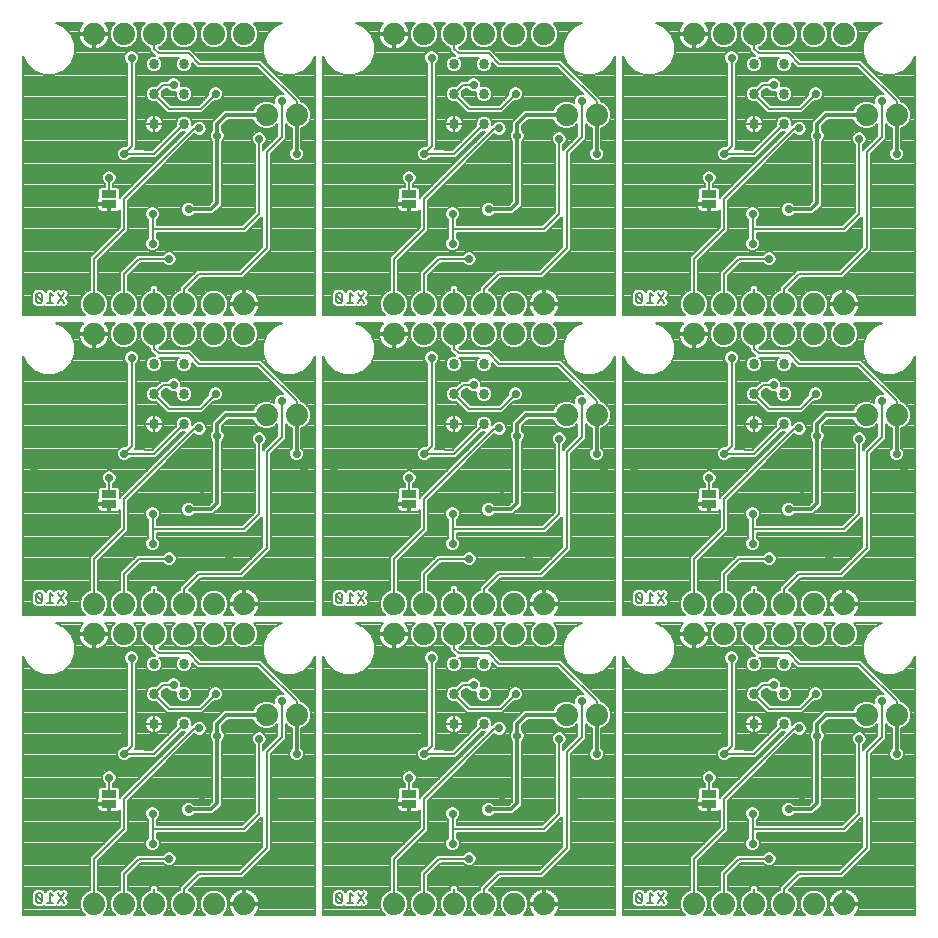
<source format=gbl>
G75*
%MOIN*%
%OFA0B0*%
%FSLAX25Y25*%
%IPPOS*%
%LPD*%
%AMOC8*
5,1,8,0,0,1.08239X$1,22.5*
%
%ADD10C,0.00800*%
%ADD11C,0.07400*%
%ADD12R,0.05000X0.02500*%
%ADD13C,0.03400*%
%ADD14C,0.00700*%
%ADD15C,0.02900*%
%ADD16C,0.01200*%
D10*
X0008407Y0010460D02*
X0009475Y0010460D01*
X0010008Y0010994D01*
X0007873Y0013129D01*
X0007873Y0010994D01*
X0008407Y0010460D01*
X0010008Y0010994D02*
X0010008Y0013129D01*
X0009475Y0013663D01*
X0008407Y0013663D01*
X0007873Y0013129D01*
X0011556Y0010460D02*
X0013692Y0010460D01*
X0012624Y0010460D02*
X0012624Y0013663D01*
X0013692Y0012595D01*
X0015240Y0013663D02*
X0017375Y0010460D01*
X0015240Y0010460D02*
X0017375Y0013663D01*
X0107873Y0013129D02*
X0107873Y0010994D01*
X0108407Y0010460D01*
X0109475Y0010460D01*
X0110008Y0010994D01*
X0107873Y0013129D01*
X0108407Y0013663D01*
X0109475Y0013663D01*
X0110008Y0013129D01*
X0110008Y0010994D01*
X0111556Y0010460D02*
X0113692Y0010460D01*
X0112624Y0010460D02*
X0112624Y0013663D01*
X0113692Y0012595D01*
X0115240Y0013663D02*
X0117375Y0010460D01*
X0115240Y0010460D02*
X0117375Y0013663D01*
X0207873Y0013129D02*
X0210008Y0010994D01*
X0209475Y0010460D01*
X0208407Y0010460D01*
X0207873Y0010994D01*
X0207873Y0013129D01*
X0208407Y0013663D01*
X0209475Y0013663D01*
X0210008Y0013129D01*
X0210008Y0010994D01*
X0211556Y0010460D02*
X0213692Y0010460D01*
X0212624Y0010460D02*
X0212624Y0013663D01*
X0213692Y0012595D01*
X0215240Y0013663D02*
X0217375Y0010460D01*
X0215240Y0010460D02*
X0217375Y0013663D01*
X0217375Y0110460D02*
X0215240Y0113663D01*
X0213692Y0112595D02*
X0212624Y0113663D01*
X0212624Y0110460D01*
X0213692Y0110460D02*
X0211556Y0110460D01*
X0210008Y0110994D02*
X0207873Y0113129D01*
X0207873Y0110994D01*
X0208407Y0110460D01*
X0209475Y0110460D01*
X0210008Y0110994D01*
X0210008Y0113129D01*
X0209475Y0113663D01*
X0208407Y0113663D01*
X0207873Y0113129D01*
X0215240Y0110460D02*
X0217375Y0113663D01*
X0217375Y0210460D02*
X0215240Y0213663D01*
X0213692Y0212595D02*
X0212624Y0213663D01*
X0212624Y0210460D01*
X0213692Y0210460D02*
X0211556Y0210460D01*
X0210008Y0210994D02*
X0207873Y0213129D01*
X0207873Y0210994D01*
X0208407Y0210460D01*
X0209475Y0210460D01*
X0210008Y0210994D01*
X0210008Y0213129D01*
X0209475Y0213663D01*
X0208407Y0213663D01*
X0207873Y0213129D01*
X0215240Y0210460D02*
X0217375Y0213663D01*
X0117375Y0213663D02*
X0115240Y0210460D01*
X0113692Y0210460D02*
X0111556Y0210460D01*
X0112624Y0210460D02*
X0112624Y0213663D01*
X0113692Y0212595D01*
X0115240Y0213663D02*
X0117375Y0210460D01*
X0110008Y0210994D02*
X0107873Y0213129D01*
X0107873Y0210994D01*
X0108407Y0210460D01*
X0109475Y0210460D01*
X0110008Y0210994D01*
X0110008Y0213129D01*
X0109475Y0213663D01*
X0108407Y0213663D01*
X0107873Y0213129D01*
X0017375Y0213663D02*
X0015240Y0210460D01*
X0013692Y0210460D02*
X0011556Y0210460D01*
X0012624Y0210460D02*
X0012624Y0213663D01*
X0013692Y0212595D01*
X0015240Y0213663D02*
X0017375Y0210460D01*
X0010008Y0210994D02*
X0007873Y0213129D01*
X0007873Y0210994D01*
X0008407Y0210460D01*
X0009475Y0210460D01*
X0010008Y0210994D01*
X0010008Y0213129D01*
X0009475Y0213663D01*
X0008407Y0213663D01*
X0007873Y0213129D01*
X0008407Y0113663D02*
X0007873Y0113129D01*
X0010008Y0110994D01*
X0009475Y0110460D01*
X0008407Y0110460D01*
X0007873Y0110994D01*
X0007873Y0113129D01*
X0008407Y0113663D02*
X0009475Y0113663D01*
X0010008Y0113129D01*
X0010008Y0110994D01*
X0011556Y0110460D02*
X0013692Y0110460D01*
X0012624Y0110460D02*
X0012624Y0113663D01*
X0013692Y0112595D01*
X0015240Y0113663D02*
X0017375Y0110460D01*
X0015240Y0110460D02*
X0017375Y0113663D01*
X0107873Y0113129D02*
X0107873Y0110994D01*
X0108407Y0110460D01*
X0109475Y0110460D01*
X0110008Y0110994D01*
X0107873Y0113129D01*
X0108407Y0113663D01*
X0109475Y0113663D01*
X0110008Y0113129D01*
X0110008Y0110994D01*
X0111556Y0110460D02*
X0113692Y0110460D01*
X0112624Y0110460D02*
X0112624Y0113663D01*
X0113692Y0112595D01*
X0115240Y0113663D02*
X0117375Y0110460D01*
X0115240Y0110460D02*
X0117375Y0113663D01*
D11*
X0127250Y0110060D03*
X0127250Y0100060D03*
X0137250Y0100060D03*
X0137250Y0110060D03*
X0147250Y0110060D03*
X0157250Y0110060D03*
X0167250Y0110060D03*
X0167250Y0100060D03*
X0157250Y0100060D03*
X0147250Y0100060D03*
X0177250Y0100060D03*
X0177250Y0110060D03*
X0184750Y0073060D03*
X0194750Y0073060D03*
X0227250Y0100060D03*
X0227250Y0110060D03*
X0237250Y0110060D03*
X0237250Y0100060D03*
X0247250Y0100060D03*
X0247250Y0110060D03*
X0257250Y0110060D03*
X0267250Y0110060D03*
X0267250Y0100060D03*
X0257250Y0100060D03*
X0277250Y0100060D03*
X0277250Y0110060D03*
X0284750Y0073060D03*
X0294750Y0073060D03*
X0277250Y0010060D03*
X0267250Y0010060D03*
X0257250Y0010060D03*
X0247250Y0010060D03*
X0237250Y0010060D03*
X0227250Y0010060D03*
X0177250Y0010060D03*
X0167250Y0010060D03*
X0157250Y0010060D03*
X0147250Y0010060D03*
X0137250Y0010060D03*
X0127250Y0010060D03*
X0077250Y0010060D03*
X0067250Y0010060D03*
X0057250Y0010060D03*
X0047250Y0010060D03*
X0037250Y0010060D03*
X0027250Y0010060D03*
X0084750Y0073060D03*
X0094750Y0073060D03*
X0077250Y0100060D03*
X0077250Y0110060D03*
X0067250Y0110060D03*
X0067250Y0100060D03*
X0057250Y0100060D03*
X0057250Y0110060D03*
X0047250Y0110060D03*
X0037250Y0110060D03*
X0037250Y0100060D03*
X0047250Y0100060D03*
X0027250Y0100060D03*
X0027250Y0110060D03*
X0084750Y0173060D03*
X0094750Y0173060D03*
X0077250Y0200060D03*
X0077250Y0210060D03*
X0067250Y0210060D03*
X0067250Y0200060D03*
X0057250Y0200060D03*
X0057250Y0210060D03*
X0047250Y0210060D03*
X0037250Y0210060D03*
X0037250Y0200060D03*
X0047250Y0200060D03*
X0027250Y0200060D03*
X0027250Y0210060D03*
X0084750Y0273060D03*
X0094750Y0273060D03*
X0077250Y0300060D03*
X0067250Y0300060D03*
X0057250Y0300060D03*
X0047250Y0300060D03*
X0037250Y0300060D03*
X0027250Y0300060D03*
X0127250Y0300060D03*
X0137250Y0300060D03*
X0147250Y0300060D03*
X0157250Y0300060D03*
X0167250Y0300060D03*
X0177250Y0300060D03*
X0184750Y0273060D03*
X0194750Y0273060D03*
X0227250Y0300060D03*
X0237250Y0300060D03*
X0247250Y0300060D03*
X0257250Y0300060D03*
X0267250Y0300060D03*
X0277250Y0300060D03*
X0284750Y0273060D03*
X0294750Y0273060D03*
X0277250Y0210060D03*
X0277250Y0200060D03*
X0267250Y0200060D03*
X0267250Y0210060D03*
X0257250Y0210060D03*
X0247250Y0210060D03*
X0247250Y0200060D03*
X0257250Y0200060D03*
X0237250Y0200060D03*
X0237250Y0210060D03*
X0227250Y0210060D03*
X0227250Y0200060D03*
X0194750Y0173060D03*
X0184750Y0173060D03*
X0177250Y0200060D03*
X0177250Y0210060D03*
X0167250Y0210060D03*
X0157250Y0210060D03*
X0147250Y0210060D03*
X0137250Y0210060D03*
X0137250Y0200060D03*
X0147250Y0200060D03*
X0157250Y0200060D03*
X0167250Y0200060D03*
X0127250Y0200060D03*
X0127250Y0210060D03*
X0284750Y0173060D03*
X0294750Y0173060D03*
D12*
X0232250Y0146660D03*
X0232250Y0143460D03*
X0232250Y0046660D03*
X0232250Y0043460D03*
X0132250Y0043460D03*
X0132250Y0046660D03*
X0132250Y0143460D03*
X0132250Y0146660D03*
X0132250Y0243460D03*
X0132250Y0246660D03*
X0032250Y0246660D03*
X0032250Y0243460D03*
X0032250Y0146660D03*
X0032250Y0143460D03*
X0032250Y0046660D03*
X0032250Y0043460D03*
X0232250Y0243460D03*
X0232250Y0246660D03*
D13*
X0247250Y0270060D03*
X0247250Y0280060D03*
X0257250Y0280060D03*
X0257250Y0270060D03*
X0257250Y0290060D03*
X0247250Y0290060D03*
X0157250Y0290060D03*
X0147250Y0290060D03*
X0147250Y0280060D03*
X0157250Y0280060D03*
X0157250Y0270060D03*
X0147250Y0270060D03*
X0147250Y0190060D03*
X0157250Y0190060D03*
X0157250Y0180060D03*
X0147250Y0180060D03*
X0147250Y0170060D03*
X0157250Y0170060D03*
X0157250Y0090060D03*
X0147250Y0090060D03*
X0147250Y0080060D03*
X0157250Y0080060D03*
X0157250Y0070060D03*
X0147250Y0070060D03*
X0057250Y0070060D03*
X0057250Y0080060D03*
X0057250Y0090060D03*
X0047250Y0090060D03*
X0047250Y0080060D03*
X0047250Y0070060D03*
X0047250Y0170060D03*
X0047250Y0180060D03*
X0057250Y0180060D03*
X0057250Y0170060D03*
X0057250Y0190060D03*
X0047250Y0190060D03*
X0047250Y0270060D03*
X0047250Y0280060D03*
X0057250Y0280060D03*
X0057250Y0270060D03*
X0057250Y0290060D03*
X0047250Y0290060D03*
X0247250Y0190060D03*
X0257250Y0190060D03*
X0257250Y0180060D03*
X0247250Y0180060D03*
X0247250Y0170060D03*
X0257250Y0170060D03*
X0257250Y0090060D03*
X0247250Y0090060D03*
X0247250Y0080060D03*
X0257250Y0080060D03*
X0257250Y0070060D03*
X0247250Y0070060D03*
D14*
X0003700Y0092837D02*
X0003700Y0006510D01*
X0024083Y0006510D01*
X0023223Y0007369D01*
X0022500Y0009115D01*
X0022500Y0011005D01*
X0023223Y0012751D01*
X0024559Y0014087D01*
X0025850Y0014621D01*
X0025850Y0025640D01*
X0026670Y0026460D01*
X0035850Y0035640D01*
X0035850Y0041415D01*
X0035830Y0041381D01*
X0035579Y0041130D01*
X0035271Y0040952D01*
X0034928Y0040860D01*
X0032525Y0040860D01*
X0032525Y0043185D01*
X0031975Y0043185D01*
X0028400Y0043185D01*
X0028400Y0042032D01*
X0028492Y0041689D01*
X0028670Y0041381D01*
X0028921Y0041130D01*
X0029229Y0040952D01*
X0029572Y0040860D01*
X0031975Y0040860D01*
X0031975Y0043185D01*
X0031975Y0043735D01*
X0028400Y0043735D01*
X0028400Y0044888D01*
X0028492Y0045231D01*
X0028670Y0045539D01*
X0028700Y0045569D01*
X0028700Y0048345D01*
X0029315Y0048960D01*
X0030850Y0048960D01*
X0030850Y0049934D01*
X0030834Y0049941D01*
X0030131Y0050644D01*
X0029750Y0051563D01*
X0029750Y0052557D01*
X0030131Y0053476D01*
X0030834Y0054179D01*
X0031753Y0054560D01*
X0032747Y0054560D01*
X0033666Y0054179D01*
X0034369Y0053476D01*
X0034750Y0052557D01*
X0034750Y0051563D01*
X0034369Y0050644D01*
X0033666Y0049941D01*
X0033650Y0049934D01*
X0033650Y0048960D01*
X0035185Y0048960D01*
X0035800Y0048345D01*
X0035800Y0045569D01*
X0035830Y0045539D01*
X0035850Y0045505D01*
X0035850Y0045640D01*
X0036670Y0046460D01*
X0057520Y0067310D01*
X0056703Y0067310D01*
X0056545Y0067375D01*
X0048650Y0059480D01*
X0047830Y0058660D01*
X0043127Y0058660D01*
X0043009Y0058778D01*
X0039425Y0058778D01*
X0039369Y0058644D01*
X0038666Y0057941D01*
X0037747Y0057560D01*
X0036753Y0057560D01*
X0035834Y0057941D01*
X0035131Y0058644D01*
X0034750Y0059563D01*
X0034750Y0060557D01*
X0035131Y0061476D01*
X0035834Y0062179D01*
X0036753Y0062560D01*
X0037747Y0062560D01*
X0037763Y0062553D01*
X0038350Y0063140D01*
X0038350Y0089934D01*
X0038334Y0089941D01*
X0037631Y0090644D01*
X0037250Y0091563D01*
X0037250Y0092557D01*
X0037631Y0093476D01*
X0038334Y0094179D01*
X0039253Y0094560D01*
X0040247Y0094560D01*
X0041166Y0094179D01*
X0041869Y0093476D01*
X0042250Y0092557D01*
X0042250Y0091563D01*
X0041869Y0090644D01*
X0041166Y0089941D01*
X0041150Y0089934D01*
X0041150Y0061980D01*
X0040748Y0061578D01*
X0044168Y0061578D01*
X0044287Y0061460D01*
X0046670Y0061460D01*
X0054565Y0069355D01*
X0054500Y0069513D01*
X0054500Y0070607D01*
X0054919Y0071618D01*
X0055692Y0072391D01*
X0056703Y0072810D01*
X0057797Y0072810D01*
X0058808Y0072391D01*
X0059581Y0071618D01*
X0060000Y0070607D01*
X0060000Y0069790D01*
X0060091Y0069881D01*
X0060131Y0069976D01*
X0060834Y0070679D01*
X0061753Y0071060D01*
X0062747Y0071060D01*
X0063666Y0070679D01*
X0064369Y0069976D01*
X0064750Y0069057D01*
X0064750Y0068063D01*
X0064369Y0067144D01*
X0063666Y0066441D01*
X0062747Y0066060D01*
X0061753Y0066060D01*
X0060834Y0066441D01*
X0060722Y0066552D01*
X0038650Y0044480D01*
X0038650Y0034480D01*
X0028650Y0024480D01*
X0028650Y0014621D01*
X0029941Y0014087D01*
X0031277Y0012751D01*
X0032000Y0011005D01*
X0032000Y0009115D01*
X0031277Y0007369D01*
X0030417Y0006510D01*
X0034083Y0006510D01*
X0033223Y0007369D01*
X0032500Y0009115D01*
X0032500Y0011005D01*
X0033223Y0012751D01*
X0034559Y0014087D01*
X0035850Y0014621D01*
X0035850Y0020640D01*
X0040850Y0025640D01*
X0041670Y0026460D01*
X0050124Y0026460D01*
X0050131Y0026476D01*
X0050834Y0027179D01*
X0051753Y0027560D01*
X0052747Y0027560D01*
X0053666Y0027179D01*
X0054369Y0026476D01*
X0054750Y0025557D01*
X0054750Y0024563D01*
X0054369Y0023644D01*
X0053666Y0022941D01*
X0052747Y0022560D01*
X0051753Y0022560D01*
X0050834Y0022941D01*
X0050131Y0023644D01*
X0050124Y0023660D01*
X0042830Y0023660D01*
X0038650Y0019480D01*
X0038650Y0014621D01*
X0039941Y0014087D01*
X0041277Y0012751D01*
X0042000Y0011005D01*
X0042000Y0009115D01*
X0041277Y0007369D01*
X0040417Y0006510D01*
X0044083Y0006510D01*
X0043223Y0007369D01*
X0042500Y0009115D01*
X0042500Y0011005D01*
X0043223Y0012751D01*
X0044559Y0014087D01*
X0045850Y0014621D01*
X0045850Y0015640D01*
X0046670Y0016460D01*
X0047830Y0016460D01*
X0048650Y0015640D01*
X0048650Y0014621D01*
X0049941Y0014087D01*
X0051277Y0012751D01*
X0052000Y0011005D01*
X0052000Y0009115D01*
X0051277Y0007369D01*
X0050417Y0006510D01*
X0054083Y0006510D01*
X0053223Y0007369D01*
X0052500Y0009115D01*
X0052500Y0011005D01*
X0053223Y0012751D01*
X0054559Y0014087D01*
X0055850Y0014621D01*
X0055850Y0015640D01*
X0056670Y0016460D01*
X0060850Y0020640D01*
X0061670Y0021460D01*
X0075670Y0021460D01*
X0083350Y0029140D01*
X0083350Y0039180D01*
X0077830Y0033660D01*
X0048150Y0033660D01*
X0048150Y0032186D01*
X0048166Y0032179D01*
X0048869Y0031476D01*
X0049250Y0030557D01*
X0049250Y0029563D01*
X0048869Y0028644D01*
X0048166Y0027941D01*
X0047247Y0027560D01*
X0046253Y0027560D01*
X0045334Y0027941D01*
X0044631Y0028644D01*
X0044250Y0029563D01*
X0044250Y0030557D01*
X0044631Y0031476D01*
X0045334Y0032179D01*
X0045350Y0032186D01*
X0045350Y0037934D01*
X0045334Y0037941D01*
X0044631Y0038644D01*
X0044250Y0039563D01*
X0044250Y0040557D01*
X0044631Y0041476D01*
X0045334Y0042179D01*
X0046253Y0042560D01*
X0047247Y0042560D01*
X0048166Y0042179D01*
X0048869Y0041476D01*
X0049250Y0040557D01*
X0049250Y0039563D01*
X0048869Y0038644D01*
X0048166Y0037941D01*
X0048150Y0037934D01*
X0048150Y0036460D01*
X0076670Y0036460D01*
X0080850Y0040640D01*
X0080850Y0062934D01*
X0080834Y0062941D01*
X0080131Y0063644D01*
X0079750Y0064563D01*
X0079750Y0065557D01*
X0080131Y0066476D01*
X0080834Y0067179D01*
X0081753Y0067560D01*
X0082747Y0067560D01*
X0083666Y0067179D01*
X0084369Y0066476D01*
X0084750Y0065557D01*
X0084750Y0064563D01*
X0084369Y0063644D01*
X0083666Y0062941D01*
X0083650Y0062934D01*
X0083650Y0061440D01*
X0088350Y0066140D01*
X0088350Y0069942D01*
X0087441Y0069033D01*
X0085695Y0068310D01*
X0083805Y0068310D01*
X0082059Y0069033D01*
X0080723Y0070369D01*
X0080292Y0071410D01*
X0071933Y0071410D01*
X0069900Y0069377D01*
X0069900Y0067946D01*
X0070369Y0067476D01*
X0070750Y0066557D01*
X0070750Y0065563D01*
X0070369Y0064644D01*
X0069900Y0064174D01*
X0069900Y0042877D01*
X0066933Y0039910D01*
X0060636Y0039910D01*
X0060166Y0039441D01*
X0059247Y0039060D01*
X0058253Y0039060D01*
X0057334Y0039441D01*
X0056631Y0040144D01*
X0056250Y0041063D01*
X0056250Y0042057D01*
X0056631Y0042976D01*
X0057334Y0043679D01*
X0058253Y0044060D01*
X0059247Y0044060D01*
X0060166Y0043679D01*
X0060636Y0043210D01*
X0065567Y0043210D01*
X0066600Y0044243D01*
X0066600Y0064174D01*
X0066131Y0064644D01*
X0065750Y0065563D01*
X0065750Y0066557D01*
X0066131Y0067476D01*
X0066600Y0067946D01*
X0066600Y0070743D01*
X0070567Y0074710D01*
X0080292Y0074710D01*
X0080723Y0075751D01*
X0082059Y0077087D01*
X0083805Y0077810D01*
X0085695Y0077810D01*
X0087250Y0077166D01*
X0087250Y0078057D01*
X0087631Y0078976D01*
X0088334Y0079679D01*
X0089253Y0080060D01*
X0090247Y0080060D01*
X0090286Y0080044D01*
X0081670Y0088660D01*
X0061670Y0088660D01*
X0060000Y0090330D01*
X0060000Y0089513D01*
X0059581Y0088502D01*
X0058808Y0087729D01*
X0057797Y0087310D01*
X0056703Y0087310D01*
X0055692Y0087729D01*
X0054919Y0088502D01*
X0054500Y0089513D01*
X0054500Y0090607D01*
X0054919Y0091618D01*
X0055461Y0092160D01*
X0049039Y0092160D01*
X0049581Y0091618D01*
X0050000Y0090607D01*
X0050000Y0089513D01*
X0049581Y0088502D01*
X0048808Y0087729D01*
X0047797Y0087310D01*
X0046703Y0087310D01*
X0045692Y0087729D01*
X0044919Y0088502D01*
X0044500Y0089513D01*
X0044500Y0090607D01*
X0044919Y0091618D01*
X0045692Y0092391D01*
X0046703Y0092810D01*
X0047520Y0092810D01*
X0047350Y0092980D01*
X0046670Y0093660D01*
X0045850Y0094480D01*
X0045850Y0095499D01*
X0044559Y0096033D01*
X0043223Y0097369D01*
X0042500Y0099115D01*
X0042500Y0101005D01*
X0043223Y0102751D01*
X0044083Y0103610D01*
X0040417Y0103610D01*
X0041277Y0102751D01*
X0042000Y0101005D01*
X0042000Y0099115D01*
X0041277Y0097369D01*
X0039941Y0096033D01*
X0038195Y0095310D01*
X0036305Y0095310D01*
X0034559Y0096033D01*
X0033223Y0097369D01*
X0032500Y0099115D01*
X0032500Y0101005D01*
X0033223Y0102751D01*
X0034083Y0103610D01*
X0030842Y0103610D01*
X0031102Y0103350D01*
X0031569Y0102707D01*
X0031930Y0101999D01*
X0032176Y0101243D01*
X0032300Y0100457D01*
X0032300Y0100410D01*
X0027600Y0100410D01*
X0027600Y0099710D01*
X0032300Y0099710D01*
X0032300Y0099663D01*
X0032176Y0098877D01*
X0031930Y0098121D01*
X0031569Y0097413D01*
X0031102Y0096770D01*
X0030540Y0096208D01*
X0029897Y0095741D01*
X0029189Y0095380D01*
X0028433Y0095134D01*
X0027647Y0095010D01*
X0027600Y0095010D01*
X0027600Y0099710D01*
X0026900Y0099710D01*
X0022200Y0099710D01*
X0022200Y0099663D01*
X0022324Y0098877D01*
X0022570Y0098121D01*
X0022931Y0097413D01*
X0023398Y0096770D01*
X0023960Y0096208D01*
X0024603Y0095741D01*
X0025311Y0095380D01*
X0026067Y0095134D01*
X0026853Y0095010D01*
X0026900Y0095010D01*
X0026900Y0099710D01*
X0026900Y0100410D01*
X0022200Y0100410D01*
X0022200Y0100457D01*
X0022324Y0101243D01*
X0022570Y0101999D01*
X0022931Y0102707D01*
X0023398Y0103350D01*
X0023658Y0103610D01*
X0014473Y0103610D01*
X0017206Y0102478D01*
X0017206Y0102478D01*
X0019668Y0100016D01*
X0019668Y0100016D01*
X0021000Y0096800D01*
X0021000Y0093320D01*
X0019668Y0090104D01*
X0019668Y0090104D01*
X0017206Y0087642D01*
X0017206Y0087642D01*
X0013990Y0086310D01*
X0010510Y0086310D01*
X0007294Y0087642D01*
X0007294Y0087642D01*
X0004832Y0090104D01*
X0004832Y0090104D01*
X0003700Y0092837D01*
X0003700Y0092374D02*
X0003892Y0092374D01*
X0003700Y0091675D02*
X0004181Y0091675D01*
X0004470Y0090977D02*
X0003700Y0090977D01*
X0003700Y0090278D02*
X0004760Y0090278D01*
X0005356Y0089580D02*
X0003700Y0089580D01*
X0003700Y0088881D02*
X0006054Y0088881D01*
X0006753Y0088183D02*
X0003700Y0088183D01*
X0003700Y0087484D02*
X0007674Y0087484D01*
X0009361Y0086786D02*
X0003700Y0086786D01*
X0003700Y0086087D02*
X0038350Y0086087D01*
X0038350Y0085389D02*
X0003700Y0085389D01*
X0003700Y0084690D02*
X0038350Y0084690D01*
X0038350Y0083992D02*
X0003700Y0083992D01*
X0003700Y0083293D02*
X0038350Y0083293D01*
X0038350Y0082595D02*
X0003700Y0082595D01*
X0003700Y0081896D02*
X0038350Y0081896D01*
X0038350Y0081198D02*
X0003700Y0081198D01*
X0003700Y0080499D02*
X0038350Y0080499D01*
X0038350Y0079801D02*
X0003700Y0079801D01*
X0003700Y0079102D02*
X0038350Y0079102D01*
X0038350Y0078404D02*
X0003700Y0078404D01*
X0003700Y0077705D02*
X0038350Y0077705D01*
X0038350Y0077007D02*
X0003700Y0077007D01*
X0003700Y0076308D02*
X0038350Y0076308D01*
X0038350Y0075610D02*
X0003700Y0075610D01*
X0003700Y0074911D02*
X0038350Y0074911D01*
X0038350Y0074213D02*
X0003700Y0074213D01*
X0003700Y0073514D02*
X0038350Y0073514D01*
X0038350Y0072816D02*
X0003700Y0072816D01*
X0003700Y0072117D02*
X0038350Y0072117D01*
X0038350Y0071419D02*
X0003700Y0071419D01*
X0003700Y0070720D02*
X0038350Y0070720D01*
X0038350Y0070022D02*
X0003700Y0070022D01*
X0003700Y0069323D02*
X0038350Y0069323D01*
X0038350Y0068625D02*
X0003700Y0068625D01*
X0003700Y0067926D02*
X0038350Y0067926D01*
X0038350Y0067227D02*
X0003700Y0067227D01*
X0003700Y0066529D02*
X0038350Y0066529D01*
X0038350Y0065830D02*
X0003700Y0065830D01*
X0003700Y0065132D02*
X0038350Y0065132D01*
X0038350Y0064433D02*
X0003700Y0064433D01*
X0003700Y0063735D02*
X0038350Y0063735D01*
X0038247Y0063036D02*
X0003700Y0063036D01*
X0003700Y0062338D02*
X0036217Y0062338D01*
X0035294Y0061639D02*
X0003700Y0061639D01*
X0003700Y0060941D02*
X0034909Y0060941D01*
X0034750Y0060242D02*
X0003700Y0060242D01*
X0003700Y0059544D02*
X0034758Y0059544D01*
X0035047Y0058845D02*
X0003700Y0058845D01*
X0003700Y0058147D02*
X0035628Y0058147D01*
X0037250Y0060060D02*
X0037368Y0060178D01*
X0043589Y0060178D01*
X0043707Y0060060D01*
X0047250Y0060060D01*
X0057250Y0070060D01*
X0060000Y0070022D02*
X0060176Y0070022D01*
X0059953Y0070720D02*
X0060932Y0070720D01*
X0059664Y0071419D02*
X0067275Y0071419D01*
X0066600Y0070720D02*
X0063568Y0070720D01*
X0064324Y0070022D02*
X0066600Y0070022D01*
X0066600Y0069323D02*
X0064640Y0069323D01*
X0064750Y0068625D02*
X0066600Y0068625D01*
X0066580Y0067926D02*
X0064693Y0067926D01*
X0064404Y0067227D02*
X0066028Y0067227D01*
X0065750Y0066529D02*
X0063755Y0066529D01*
X0065750Y0065830D02*
X0060000Y0065830D01*
X0059302Y0065132D02*
X0065928Y0065132D01*
X0066341Y0064433D02*
X0058603Y0064433D01*
X0057905Y0063735D02*
X0066600Y0063735D01*
X0066600Y0063036D02*
X0057206Y0063036D01*
X0056508Y0062338D02*
X0066600Y0062338D01*
X0066600Y0061639D02*
X0055809Y0061639D01*
X0055111Y0060941D02*
X0066600Y0060941D01*
X0066600Y0060242D02*
X0054412Y0060242D01*
X0053714Y0059544D02*
X0066600Y0059544D01*
X0066600Y0058845D02*
X0053015Y0058845D01*
X0052317Y0058147D02*
X0066600Y0058147D01*
X0066600Y0057448D02*
X0051618Y0057448D01*
X0050920Y0056750D02*
X0066600Y0056750D01*
X0066600Y0056051D02*
X0050221Y0056051D01*
X0049523Y0055353D02*
X0066600Y0055353D01*
X0066600Y0054654D02*
X0048824Y0054654D01*
X0048126Y0053956D02*
X0066600Y0053956D01*
X0066600Y0053257D02*
X0047427Y0053257D01*
X0046729Y0052559D02*
X0066600Y0052559D01*
X0066600Y0051860D02*
X0046030Y0051860D01*
X0045332Y0051162D02*
X0066600Y0051162D01*
X0066600Y0050463D02*
X0044633Y0050463D01*
X0043935Y0049765D02*
X0066600Y0049765D01*
X0066600Y0049066D02*
X0043236Y0049066D01*
X0042538Y0048368D02*
X0066600Y0048368D01*
X0066600Y0047669D02*
X0041839Y0047669D01*
X0041141Y0046971D02*
X0066600Y0046971D01*
X0066600Y0046272D02*
X0040442Y0046272D01*
X0039744Y0045574D02*
X0066600Y0045574D01*
X0066600Y0044875D02*
X0039045Y0044875D01*
X0038650Y0044177D02*
X0066533Y0044177D01*
X0065835Y0043478D02*
X0060367Y0043478D01*
X0057133Y0043478D02*
X0038650Y0043478D01*
X0038650Y0042780D02*
X0056549Y0042780D01*
X0056260Y0042081D02*
X0048264Y0042081D01*
X0048908Y0041383D02*
X0056250Y0041383D01*
X0056407Y0040684D02*
X0049197Y0040684D01*
X0049250Y0039986D02*
X0056789Y0039986D01*
X0057705Y0039287D02*
X0049136Y0039287D01*
X0048814Y0038589D02*
X0078799Y0038589D01*
X0079497Y0039287D02*
X0059795Y0039287D01*
X0067009Y0039986D02*
X0080196Y0039986D01*
X0080850Y0040684D02*
X0067708Y0040684D01*
X0068406Y0041383D02*
X0080850Y0041383D01*
X0080850Y0042081D02*
X0069105Y0042081D01*
X0069803Y0042780D02*
X0080850Y0042780D01*
X0080850Y0043478D02*
X0069900Y0043478D01*
X0069900Y0044177D02*
X0080850Y0044177D01*
X0080850Y0044875D02*
X0069900Y0044875D01*
X0069900Y0045574D02*
X0080850Y0045574D01*
X0080850Y0046272D02*
X0069900Y0046272D01*
X0069900Y0046971D02*
X0080850Y0046971D01*
X0080850Y0047669D02*
X0069900Y0047669D01*
X0069900Y0048368D02*
X0080850Y0048368D01*
X0080850Y0049066D02*
X0069900Y0049066D01*
X0069900Y0049765D02*
X0080850Y0049765D01*
X0080850Y0050463D02*
X0069900Y0050463D01*
X0069900Y0051162D02*
X0080850Y0051162D01*
X0080850Y0051860D02*
X0069900Y0051860D01*
X0069900Y0052559D02*
X0080850Y0052559D01*
X0080850Y0053257D02*
X0069900Y0053257D01*
X0069900Y0053956D02*
X0080850Y0053956D01*
X0080850Y0054654D02*
X0069900Y0054654D01*
X0069900Y0055353D02*
X0080850Y0055353D01*
X0080850Y0056051D02*
X0069900Y0056051D01*
X0069900Y0056750D02*
X0080850Y0056750D01*
X0080850Y0057448D02*
X0069900Y0057448D01*
X0069900Y0058147D02*
X0080850Y0058147D01*
X0080850Y0058845D02*
X0069900Y0058845D01*
X0069900Y0059544D02*
X0080850Y0059544D01*
X0080850Y0060242D02*
X0069900Y0060242D01*
X0069900Y0060941D02*
X0080850Y0060941D01*
X0080850Y0061639D02*
X0069900Y0061639D01*
X0069900Y0062338D02*
X0080850Y0062338D01*
X0080738Y0063036D02*
X0069900Y0063036D01*
X0069900Y0063735D02*
X0080093Y0063735D01*
X0079804Y0064433D02*
X0070159Y0064433D01*
X0070572Y0065132D02*
X0079750Y0065132D01*
X0079863Y0065830D02*
X0070750Y0065830D01*
X0070750Y0066529D02*
X0080183Y0066529D01*
X0080950Y0067227D02*
X0070472Y0067227D01*
X0069920Y0067926D02*
X0088350Y0067926D01*
X0088350Y0067227D02*
X0083550Y0067227D01*
X0084317Y0066529D02*
X0088350Y0066529D01*
X0088041Y0065830D02*
X0084637Y0065830D01*
X0084750Y0065132D02*
X0087342Y0065132D01*
X0086644Y0064433D02*
X0084696Y0064433D01*
X0084407Y0063735D02*
X0085945Y0063735D01*
X0085247Y0063036D02*
X0083762Y0063036D01*
X0083650Y0062338D02*
X0084548Y0062338D01*
X0083850Y0061639D02*
X0083650Y0061639D01*
X0084750Y0060560D02*
X0089750Y0065560D01*
X0089750Y0077560D01*
X0087393Y0078404D02*
X0069629Y0078404D01*
X0069869Y0078644D02*
X0070250Y0079563D01*
X0070250Y0080557D01*
X0069869Y0081476D01*
X0069166Y0082179D01*
X0068247Y0082560D01*
X0067253Y0082560D01*
X0066334Y0082179D01*
X0065631Y0081476D01*
X0065250Y0080557D01*
X0065250Y0079563D01*
X0065257Y0079547D01*
X0062170Y0076460D01*
X0052830Y0076460D01*
X0049935Y0079355D01*
X0050000Y0079513D01*
X0050000Y0080607D01*
X0049935Y0080765D01*
X0050830Y0081660D01*
X0051624Y0081660D01*
X0051631Y0081644D01*
X0052334Y0080941D01*
X0053253Y0080560D01*
X0054247Y0080560D01*
X0054529Y0080677D01*
X0054500Y0080607D01*
X0054500Y0079513D01*
X0054919Y0078502D01*
X0055692Y0077729D01*
X0056703Y0077310D01*
X0057797Y0077310D01*
X0058808Y0077729D01*
X0059581Y0078502D01*
X0060000Y0079513D01*
X0060000Y0080607D01*
X0059581Y0081618D01*
X0058808Y0082391D01*
X0057797Y0082810D01*
X0056703Y0082810D01*
X0056250Y0082622D01*
X0056250Y0083557D01*
X0055869Y0084476D01*
X0055166Y0085179D01*
X0054247Y0085560D01*
X0053253Y0085560D01*
X0052334Y0085179D01*
X0051631Y0084476D01*
X0051624Y0084460D01*
X0049670Y0084460D01*
X0047955Y0082745D01*
X0047797Y0082810D01*
X0046703Y0082810D01*
X0045692Y0082391D01*
X0044919Y0081618D01*
X0044500Y0080607D01*
X0044500Y0079513D01*
X0044919Y0078502D01*
X0045692Y0077729D01*
X0046703Y0077310D01*
X0047797Y0077310D01*
X0047955Y0077375D01*
X0050850Y0074480D01*
X0051670Y0073660D01*
X0063330Y0073660D01*
X0067237Y0077567D01*
X0067253Y0077560D01*
X0068247Y0077560D01*
X0069166Y0077941D01*
X0069869Y0078644D01*
X0070059Y0079102D02*
X0087757Y0079102D01*
X0088627Y0079801D02*
X0070250Y0079801D01*
X0070250Y0080499D02*
X0089831Y0080499D01*
X0089132Y0081198D02*
X0069985Y0081198D01*
X0069449Y0081896D02*
X0088434Y0081896D01*
X0087735Y0082595D02*
X0058317Y0082595D01*
X0059303Y0081896D02*
X0066051Y0081896D01*
X0065515Y0081198D02*
X0059755Y0081198D01*
X0060000Y0080499D02*
X0065250Y0080499D01*
X0065250Y0079801D02*
X0060000Y0079801D01*
X0059830Y0079102D02*
X0064812Y0079102D01*
X0064114Y0078404D02*
X0059483Y0078404D01*
X0058751Y0077705D02*
X0063415Y0077705D01*
X0062717Y0077007D02*
X0052283Y0077007D01*
X0051585Y0077705D02*
X0055749Y0077705D01*
X0055017Y0078404D02*
X0050886Y0078404D01*
X0050188Y0079102D02*
X0054670Y0079102D01*
X0054500Y0079801D02*
X0050000Y0079801D01*
X0050000Y0080499D02*
X0054500Y0080499D01*
X0052077Y0081198D02*
X0050368Y0081198D01*
X0050250Y0083060D02*
X0047250Y0080060D01*
X0052250Y0075060D01*
X0062750Y0075060D01*
X0067750Y0080060D01*
X0068598Y0077705D02*
X0083552Y0077705D01*
X0081979Y0077007D02*
X0066677Y0077007D01*
X0065978Y0076308D02*
X0081281Y0076308D01*
X0080665Y0075610D02*
X0065280Y0075610D01*
X0064581Y0074911D02*
X0080375Y0074911D01*
X0080578Y0070720D02*
X0071244Y0070720D01*
X0070545Y0070022D02*
X0081071Y0070022D01*
X0081769Y0069323D02*
X0069900Y0069323D01*
X0069900Y0068625D02*
X0083046Y0068625D01*
X0086454Y0068625D02*
X0088350Y0068625D01*
X0088350Y0069323D02*
X0087731Y0069323D01*
X0091150Y0069323D02*
X0091769Y0069323D01*
X0092059Y0069033D02*
X0093100Y0068602D01*
X0093100Y0061946D01*
X0092631Y0061476D01*
X0092250Y0060557D01*
X0092250Y0059563D01*
X0092631Y0058644D01*
X0093334Y0057941D01*
X0094253Y0057560D01*
X0095247Y0057560D01*
X0096166Y0057941D01*
X0096869Y0058644D01*
X0097250Y0059563D01*
X0097250Y0060557D01*
X0096869Y0061476D01*
X0096400Y0061946D01*
X0096400Y0068602D01*
X0097441Y0069033D01*
X0098777Y0070369D01*
X0099500Y0072115D01*
X0099500Y0074005D01*
X0098777Y0075751D01*
X0097441Y0077087D01*
X0096150Y0077621D01*
X0096150Y0078140D01*
X0082830Y0091460D01*
X0081670Y0091460D01*
X0062830Y0091460D01*
X0060150Y0094140D01*
X0059330Y0094960D01*
X0049330Y0094960D01*
X0048750Y0095540D01*
X0049941Y0096033D01*
X0051277Y0097369D01*
X0052000Y0099115D01*
X0052000Y0101005D01*
X0051277Y0102751D01*
X0050417Y0103610D01*
X0054083Y0103610D01*
X0053223Y0102751D01*
X0052500Y0101005D01*
X0052500Y0099115D01*
X0053223Y0097369D01*
X0054559Y0096033D01*
X0056305Y0095310D01*
X0058195Y0095310D01*
X0059941Y0096033D01*
X0061277Y0097369D01*
X0062000Y0099115D01*
X0062000Y0101005D01*
X0061277Y0102751D01*
X0060417Y0103610D01*
X0064083Y0103610D01*
X0063223Y0102751D01*
X0062500Y0101005D01*
X0062500Y0099115D01*
X0063223Y0097369D01*
X0064559Y0096033D01*
X0066305Y0095310D01*
X0068195Y0095310D01*
X0069941Y0096033D01*
X0071277Y0097369D01*
X0072000Y0099115D01*
X0072000Y0101005D01*
X0071277Y0102751D01*
X0070417Y0103610D01*
X0074083Y0103610D01*
X0073223Y0102751D01*
X0072500Y0101005D01*
X0072500Y0099115D01*
X0073223Y0097369D01*
X0074559Y0096033D01*
X0076305Y0095310D01*
X0078195Y0095310D01*
X0079941Y0096033D01*
X0081277Y0097369D01*
X0082000Y0099115D01*
X0082000Y0101005D01*
X0081277Y0102751D01*
X0080417Y0103610D01*
X0090027Y0103610D01*
X0087294Y0102478D01*
X0087294Y0102478D01*
X0084832Y0100016D01*
X0083500Y0096800D01*
X0083500Y0093320D01*
X0084832Y0090104D01*
X0084832Y0090104D01*
X0087294Y0087642D01*
X0090510Y0086310D01*
X0093990Y0086310D01*
X0097206Y0087642D01*
X0097206Y0087642D01*
X0099668Y0090104D01*
X0100800Y0092837D01*
X0100800Y0006510D01*
X0080842Y0006510D01*
X0081102Y0006770D01*
X0081569Y0007413D01*
X0081930Y0008121D01*
X0082176Y0008877D01*
X0082300Y0009663D01*
X0082300Y0009710D01*
X0077600Y0009710D01*
X0077600Y0010410D01*
X0076900Y0010410D01*
X0076900Y0015110D01*
X0076853Y0015110D01*
X0076067Y0014986D01*
X0075311Y0014740D01*
X0074603Y0014379D01*
X0073960Y0013912D01*
X0073398Y0013350D01*
X0072931Y0012707D01*
X0072570Y0011999D01*
X0072324Y0011243D01*
X0072200Y0010457D01*
X0072200Y0010410D01*
X0076900Y0010410D01*
X0076900Y0009710D01*
X0072200Y0009710D01*
X0072200Y0009663D01*
X0072324Y0008877D01*
X0072570Y0008121D01*
X0072931Y0007413D01*
X0073398Y0006770D01*
X0073658Y0006510D01*
X0070417Y0006510D01*
X0071277Y0007369D01*
X0072000Y0009115D01*
X0072000Y0011005D01*
X0071277Y0012751D01*
X0069941Y0014087D01*
X0068195Y0014810D01*
X0066305Y0014810D01*
X0064559Y0014087D01*
X0063223Y0012751D01*
X0062500Y0011005D01*
X0062500Y0009115D01*
X0063223Y0007369D01*
X0064083Y0006510D01*
X0060417Y0006510D01*
X0061277Y0007369D01*
X0062000Y0009115D01*
X0062000Y0011005D01*
X0061277Y0012751D01*
X0059941Y0014087D01*
X0058750Y0014580D01*
X0062830Y0018660D01*
X0076830Y0018660D01*
X0085330Y0027160D01*
X0086150Y0027980D01*
X0086150Y0059980D01*
X0090330Y0064160D01*
X0091150Y0064980D01*
X0091150Y0069942D01*
X0092059Y0069033D01*
X0091150Y0068625D02*
X0093046Y0068625D01*
X0093100Y0067926D02*
X0091150Y0067926D01*
X0091150Y0067227D02*
X0093100Y0067227D01*
X0093100Y0066529D02*
X0091150Y0066529D01*
X0091150Y0065830D02*
X0093100Y0065830D01*
X0093100Y0065132D02*
X0091150Y0065132D01*
X0090603Y0064433D02*
X0093100Y0064433D01*
X0093100Y0063735D02*
X0089905Y0063735D01*
X0089206Y0063036D02*
X0093100Y0063036D01*
X0093100Y0062338D02*
X0088508Y0062338D01*
X0087809Y0061639D02*
X0092794Y0061639D01*
X0092409Y0060941D02*
X0087111Y0060941D01*
X0086412Y0060242D02*
X0092250Y0060242D01*
X0092258Y0059544D02*
X0086150Y0059544D01*
X0086150Y0058845D02*
X0092547Y0058845D01*
X0093128Y0058147D02*
X0086150Y0058147D01*
X0086150Y0057448D02*
X0100800Y0057448D01*
X0100800Y0056750D02*
X0086150Y0056750D01*
X0086150Y0056051D02*
X0100800Y0056051D01*
X0100800Y0055353D02*
X0086150Y0055353D01*
X0086150Y0054654D02*
X0100800Y0054654D01*
X0100800Y0053956D02*
X0086150Y0053956D01*
X0086150Y0053257D02*
X0100800Y0053257D01*
X0100800Y0052559D02*
X0086150Y0052559D01*
X0086150Y0051860D02*
X0100800Y0051860D01*
X0100800Y0051162D02*
X0086150Y0051162D01*
X0086150Y0050463D02*
X0100800Y0050463D01*
X0100800Y0049765D02*
X0086150Y0049765D01*
X0086150Y0049066D02*
X0100800Y0049066D01*
X0100800Y0048368D02*
X0086150Y0048368D01*
X0086150Y0047669D02*
X0100800Y0047669D01*
X0100800Y0046971D02*
X0086150Y0046971D01*
X0086150Y0046272D02*
X0100800Y0046272D01*
X0100800Y0045574D02*
X0086150Y0045574D01*
X0086150Y0044875D02*
X0100800Y0044875D01*
X0100800Y0044177D02*
X0086150Y0044177D01*
X0086150Y0043478D02*
X0100800Y0043478D01*
X0100800Y0042780D02*
X0086150Y0042780D01*
X0086150Y0042081D02*
X0100800Y0042081D01*
X0100800Y0041383D02*
X0086150Y0041383D01*
X0086150Y0040684D02*
X0100800Y0040684D01*
X0100800Y0039986D02*
X0086150Y0039986D01*
X0086150Y0039287D02*
X0100800Y0039287D01*
X0100800Y0038589D02*
X0086150Y0038589D01*
X0086150Y0037890D02*
X0100800Y0037890D01*
X0100800Y0037192D02*
X0086150Y0037192D01*
X0086150Y0036493D02*
X0100800Y0036493D01*
X0100800Y0035794D02*
X0086150Y0035794D01*
X0086150Y0035096D02*
X0100800Y0035096D01*
X0100800Y0034397D02*
X0086150Y0034397D01*
X0086150Y0033699D02*
X0100800Y0033699D01*
X0100800Y0033000D02*
X0086150Y0033000D01*
X0086150Y0032302D02*
X0100800Y0032302D01*
X0100800Y0031603D02*
X0086150Y0031603D01*
X0086150Y0030905D02*
X0100800Y0030905D01*
X0100800Y0030206D02*
X0086150Y0030206D01*
X0086150Y0029508D02*
X0100800Y0029508D01*
X0100800Y0028809D02*
X0086150Y0028809D01*
X0086150Y0028111D02*
X0100800Y0028111D01*
X0100800Y0027412D02*
X0085582Y0027412D01*
X0084884Y0026714D02*
X0100800Y0026714D01*
X0100800Y0026015D02*
X0084185Y0026015D01*
X0083487Y0025317D02*
X0100800Y0025317D01*
X0100800Y0024618D02*
X0082788Y0024618D01*
X0082090Y0023920D02*
X0100800Y0023920D01*
X0100800Y0023221D02*
X0081391Y0023221D01*
X0080693Y0022523D02*
X0100800Y0022523D01*
X0100800Y0021824D02*
X0079994Y0021824D01*
X0079296Y0021126D02*
X0100800Y0021126D01*
X0100800Y0020427D02*
X0078597Y0020427D01*
X0077899Y0019729D02*
X0100800Y0019729D01*
X0100800Y0019030D02*
X0077200Y0019030D01*
X0076250Y0020060D02*
X0084750Y0028560D01*
X0084750Y0060560D01*
X0082250Y0065060D02*
X0082250Y0040060D01*
X0077250Y0035060D01*
X0046750Y0035060D01*
X0046750Y0040060D01*
X0044250Y0039986D02*
X0038650Y0039986D01*
X0038650Y0040684D02*
X0044303Y0040684D01*
X0044592Y0041383D02*
X0038650Y0041383D01*
X0038650Y0042081D02*
X0045236Y0042081D01*
X0044364Y0039287D02*
X0038650Y0039287D01*
X0038650Y0038589D02*
X0044686Y0038589D01*
X0045350Y0037890D02*
X0038650Y0037890D01*
X0038650Y0037192D02*
X0045350Y0037192D01*
X0045350Y0036493D02*
X0038650Y0036493D01*
X0038650Y0035794D02*
X0045350Y0035794D01*
X0045350Y0035096D02*
X0038650Y0035096D01*
X0038567Y0034397D02*
X0045350Y0034397D01*
X0045350Y0033699D02*
X0037869Y0033699D01*
X0037170Y0033000D02*
X0045350Y0033000D01*
X0045350Y0032302D02*
X0036472Y0032302D01*
X0035773Y0031603D02*
X0044758Y0031603D01*
X0044394Y0030905D02*
X0035075Y0030905D01*
X0034376Y0030206D02*
X0044250Y0030206D01*
X0044273Y0029508D02*
X0033678Y0029508D01*
X0032979Y0028809D02*
X0044562Y0028809D01*
X0045164Y0028111D02*
X0032281Y0028111D01*
X0031582Y0027412D02*
X0051396Y0027412D01*
X0050368Y0026714D02*
X0030884Y0026714D01*
X0030185Y0026015D02*
X0041225Y0026015D01*
X0040527Y0025317D02*
X0029487Y0025317D01*
X0028788Y0024618D02*
X0039828Y0024618D01*
X0039130Y0023920D02*
X0028650Y0023920D01*
X0028650Y0023221D02*
X0038431Y0023221D01*
X0037733Y0022523D02*
X0028650Y0022523D01*
X0028650Y0021824D02*
X0037034Y0021824D01*
X0036336Y0021126D02*
X0028650Y0021126D01*
X0028650Y0020427D02*
X0035850Y0020427D01*
X0035850Y0019729D02*
X0028650Y0019729D01*
X0028650Y0019030D02*
X0035850Y0019030D01*
X0035850Y0018332D02*
X0028650Y0018332D01*
X0028650Y0017633D02*
X0035850Y0017633D01*
X0035850Y0016935D02*
X0028650Y0016935D01*
X0028650Y0016236D02*
X0035850Y0016236D01*
X0035850Y0015538D02*
X0028650Y0015538D01*
X0028650Y0014839D02*
X0035850Y0014839D01*
X0034689Y0014141D02*
X0029811Y0014141D01*
X0030585Y0013442D02*
X0033915Y0013442D01*
X0033220Y0012744D02*
X0031280Y0012744D01*
X0031569Y0012045D02*
X0032931Y0012045D01*
X0032642Y0011347D02*
X0031858Y0011347D01*
X0032000Y0010648D02*
X0032500Y0010648D01*
X0032500Y0009950D02*
X0032000Y0009950D01*
X0032000Y0009251D02*
X0032500Y0009251D01*
X0032733Y0008553D02*
X0031767Y0008553D01*
X0031478Y0007854D02*
X0033022Y0007854D01*
X0033437Y0007156D02*
X0031063Y0007156D01*
X0027250Y0010060D02*
X0027250Y0025060D01*
X0037250Y0035060D01*
X0037250Y0045060D01*
X0060750Y0068560D01*
X0062250Y0068560D01*
X0060745Y0066529D02*
X0060699Y0066529D01*
X0057438Y0067227D02*
X0056397Y0067227D01*
X0056739Y0066529D02*
X0055699Y0066529D01*
X0056041Y0065830D02*
X0055000Y0065830D01*
X0055342Y0065132D02*
X0054302Y0065132D01*
X0054644Y0064433D02*
X0053603Y0064433D01*
X0053945Y0063735D02*
X0052905Y0063735D01*
X0053247Y0063036D02*
X0052206Y0063036D01*
X0052548Y0062338D02*
X0051508Y0062338D01*
X0051850Y0061639D02*
X0050809Y0061639D01*
X0051151Y0060941D02*
X0050111Y0060941D01*
X0050453Y0060242D02*
X0049412Y0060242D01*
X0049754Y0059544D02*
X0048714Y0059544D01*
X0049055Y0058845D02*
X0048015Y0058845D01*
X0048357Y0058147D02*
X0038872Y0058147D01*
X0037250Y0060060D02*
X0039750Y0062560D01*
X0039750Y0092060D01*
X0041504Y0090278D02*
X0044500Y0090278D01*
X0044500Y0089580D02*
X0041150Y0089580D01*
X0041150Y0088881D02*
X0044762Y0088881D01*
X0045238Y0088183D02*
X0041150Y0088183D01*
X0041150Y0087484D02*
X0046282Y0087484D01*
X0048218Y0087484D02*
X0056282Y0087484D01*
X0055238Y0088183D02*
X0049262Y0088183D01*
X0049738Y0088881D02*
X0054762Y0088881D01*
X0054500Y0089580D02*
X0050000Y0089580D01*
X0050000Y0090278D02*
X0054500Y0090278D01*
X0054653Y0090977D02*
X0049847Y0090977D01*
X0049524Y0091675D02*
X0054976Y0091675D01*
X0054962Y0095866D02*
X0049538Y0095866D01*
X0049122Y0095168D02*
X0083500Y0095168D01*
X0083500Y0095866D02*
X0079538Y0095866D01*
X0080472Y0096565D02*
X0083500Y0096565D01*
X0083692Y0097263D02*
X0081171Y0097263D01*
X0081522Y0097962D02*
X0083981Y0097962D01*
X0084270Y0098661D02*
X0081812Y0098661D01*
X0082000Y0099359D02*
X0084560Y0099359D01*
X0084832Y0100016D02*
X0084832Y0100016D01*
X0084873Y0100058D02*
X0082000Y0100058D01*
X0082000Y0100756D02*
X0085572Y0100756D01*
X0086270Y0101455D02*
X0081814Y0101455D01*
X0081524Y0102153D02*
X0086969Y0102153D01*
X0088196Y0102852D02*
X0081176Y0102852D01*
X0080477Y0103550D02*
X0089882Y0103550D01*
X0082176Y0108877D02*
X0082300Y0109663D01*
X0082300Y0109710D01*
X0077600Y0109710D01*
X0077600Y0110410D01*
X0076900Y0110410D01*
X0076900Y0115110D01*
X0076853Y0115110D01*
X0076067Y0114986D01*
X0075311Y0114740D01*
X0074603Y0114379D01*
X0073960Y0113912D01*
X0073398Y0113350D01*
X0072931Y0112707D01*
X0072570Y0111999D01*
X0072324Y0111243D01*
X0072200Y0110457D01*
X0072200Y0110410D01*
X0076900Y0110410D01*
X0076900Y0109710D01*
X0072200Y0109710D01*
X0072200Y0109663D01*
X0072324Y0108877D01*
X0072570Y0108121D01*
X0072931Y0107413D01*
X0073398Y0106770D01*
X0073658Y0106510D01*
X0070417Y0106510D01*
X0071277Y0107369D01*
X0072000Y0109115D01*
X0072000Y0111005D01*
X0071277Y0112751D01*
X0069941Y0114087D01*
X0068195Y0114810D01*
X0066305Y0114810D01*
X0064559Y0114087D01*
X0063223Y0112751D01*
X0062500Y0111005D01*
X0062500Y0109115D01*
X0063223Y0107369D01*
X0064083Y0106510D01*
X0060417Y0106510D01*
X0061277Y0107369D01*
X0062000Y0109115D01*
X0062000Y0111005D01*
X0061277Y0112751D01*
X0059941Y0114087D01*
X0058750Y0114580D01*
X0062830Y0118660D01*
X0076830Y0118660D01*
X0085330Y0127160D01*
X0086150Y0127980D01*
X0086150Y0159980D01*
X0090330Y0164160D01*
X0091150Y0164980D01*
X0091150Y0169942D01*
X0092059Y0169033D01*
X0093100Y0168602D01*
X0093100Y0161946D01*
X0092631Y0161476D01*
X0092250Y0160557D01*
X0092250Y0159563D01*
X0092631Y0158644D01*
X0093334Y0157941D01*
X0094253Y0157560D01*
X0095247Y0157560D01*
X0096166Y0157941D01*
X0096869Y0158644D01*
X0097250Y0159563D01*
X0097250Y0160557D01*
X0096869Y0161476D01*
X0096400Y0161946D01*
X0096400Y0168602D01*
X0097441Y0169033D01*
X0098777Y0170369D01*
X0099500Y0172115D01*
X0099500Y0174005D01*
X0098777Y0175751D01*
X0097441Y0177087D01*
X0096150Y0177621D01*
X0096150Y0178140D01*
X0082830Y0191460D01*
X0081670Y0191460D01*
X0062830Y0191460D01*
X0060150Y0194140D01*
X0059330Y0194960D01*
X0049330Y0194960D01*
X0048750Y0195540D01*
X0049941Y0196033D01*
X0051277Y0197369D01*
X0052000Y0199115D01*
X0052000Y0201005D01*
X0051277Y0202751D01*
X0050417Y0203610D01*
X0054083Y0203610D01*
X0053223Y0202751D01*
X0052500Y0201005D01*
X0052500Y0199115D01*
X0053223Y0197369D01*
X0054559Y0196033D01*
X0056305Y0195310D01*
X0058195Y0195310D01*
X0059941Y0196033D01*
X0061277Y0197369D01*
X0062000Y0199115D01*
X0062000Y0201005D01*
X0061277Y0202751D01*
X0060417Y0203610D01*
X0064083Y0203610D01*
X0063223Y0202751D01*
X0062500Y0201005D01*
X0062500Y0199115D01*
X0063223Y0197369D01*
X0064559Y0196033D01*
X0066305Y0195310D01*
X0068195Y0195310D01*
X0069941Y0196033D01*
X0071277Y0197369D01*
X0072000Y0199115D01*
X0072000Y0201005D01*
X0071277Y0202751D01*
X0070417Y0203610D01*
X0074083Y0203610D01*
X0073223Y0202751D01*
X0072500Y0201005D01*
X0072500Y0199115D01*
X0073223Y0197369D01*
X0074559Y0196033D01*
X0076305Y0195310D01*
X0078195Y0195310D01*
X0079941Y0196033D01*
X0081277Y0197369D01*
X0082000Y0199115D01*
X0082000Y0201005D01*
X0081277Y0202751D01*
X0080417Y0203610D01*
X0090027Y0203610D01*
X0087294Y0202478D01*
X0087294Y0202478D01*
X0084832Y0200016D01*
X0083500Y0196800D01*
X0083500Y0193320D01*
X0084832Y0190104D01*
X0087294Y0187642D01*
X0090510Y0186310D01*
X0093990Y0186310D01*
X0097206Y0187642D01*
X0097206Y0187642D01*
X0099668Y0190104D01*
X0100800Y0192837D01*
X0100800Y0106510D01*
X0080842Y0106510D01*
X0081102Y0106770D01*
X0081569Y0107413D01*
X0081930Y0108121D01*
X0082176Y0108877D01*
X0082217Y0109138D02*
X0100800Y0109138D01*
X0100800Y0108440D02*
X0082033Y0108440D01*
X0081736Y0107741D02*
X0100800Y0107741D01*
X0100800Y0107043D02*
X0081300Y0107043D01*
X0082300Y0110410D02*
X0077600Y0110410D01*
X0077600Y0115110D01*
X0077647Y0115110D01*
X0078433Y0114986D01*
X0079189Y0114740D01*
X0079897Y0114379D01*
X0080540Y0113912D01*
X0081102Y0113350D01*
X0081569Y0112707D01*
X0081930Y0111999D01*
X0082176Y0111243D01*
X0082300Y0110457D01*
X0082300Y0110410D01*
X0082288Y0110535D02*
X0100800Y0110535D01*
X0100800Y0109837D02*
X0077600Y0109837D01*
X0077600Y0110535D02*
X0076900Y0110535D01*
X0076900Y0109837D02*
X0072000Y0109837D01*
X0072000Y0110535D02*
X0072212Y0110535D01*
X0072323Y0111234D02*
X0071905Y0111234D01*
X0071616Y0111932D02*
X0072548Y0111932D01*
X0072892Y0112631D02*
X0071327Y0112631D01*
X0070698Y0113329D02*
X0073383Y0113329D01*
X0074120Y0114028D02*
X0070000Y0114028D01*
X0068397Y0114726D02*
X0075285Y0114726D01*
X0076900Y0114726D02*
X0077600Y0114726D01*
X0077600Y0114028D02*
X0076900Y0114028D01*
X0076900Y0113329D02*
X0077600Y0113329D01*
X0077600Y0112631D02*
X0076900Y0112631D01*
X0076900Y0111932D02*
X0077600Y0111932D01*
X0077600Y0111234D02*
X0076900Y0111234D01*
X0079215Y0114726D02*
X0100800Y0114726D01*
X0100800Y0114028D02*
X0080380Y0114028D01*
X0081117Y0113329D02*
X0100800Y0113329D01*
X0100800Y0112631D02*
X0081608Y0112631D01*
X0081952Y0111932D02*
X0100800Y0111932D01*
X0100800Y0111234D02*
X0082177Y0111234D01*
X0073200Y0107043D02*
X0070950Y0107043D01*
X0071431Y0107741D02*
X0072764Y0107741D01*
X0072467Y0108440D02*
X0071720Y0108440D01*
X0072000Y0109138D02*
X0072283Y0109138D01*
X0074023Y0103550D02*
X0070477Y0103550D01*
X0071176Y0102852D02*
X0073324Y0102852D01*
X0072976Y0102153D02*
X0071524Y0102153D01*
X0071814Y0101455D02*
X0072686Y0101455D01*
X0072500Y0100756D02*
X0072000Y0100756D01*
X0072000Y0100058D02*
X0072500Y0100058D01*
X0072500Y0099359D02*
X0072000Y0099359D01*
X0071812Y0098661D02*
X0072688Y0098661D01*
X0072978Y0097962D02*
X0071522Y0097962D01*
X0071171Y0097263D02*
X0073329Y0097263D01*
X0074027Y0096565D02*
X0070472Y0096565D01*
X0069538Y0095866D02*
X0074962Y0095866D01*
X0082147Y0088183D02*
X0059262Y0088183D01*
X0059738Y0088881D02*
X0061449Y0088881D01*
X0060750Y0089580D02*
X0060000Y0089580D01*
X0060000Y0090278D02*
X0060052Y0090278D01*
X0062250Y0090060D02*
X0058750Y0093560D01*
X0048750Y0093560D01*
X0047250Y0095060D01*
X0047250Y0100060D01*
X0044023Y0103550D02*
X0040477Y0103550D01*
X0041176Y0102852D02*
X0043324Y0102852D01*
X0042976Y0102153D02*
X0041524Y0102153D01*
X0041814Y0101455D02*
X0042686Y0101455D01*
X0042500Y0100756D02*
X0042000Y0100756D01*
X0042000Y0100058D02*
X0042500Y0100058D01*
X0042500Y0099359D02*
X0042000Y0099359D01*
X0041812Y0098661D02*
X0042688Y0098661D01*
X0042978Y0097962D02*
X0041522Y0097962D01*
X0041171Y0097263D02*
X0043329Y0097263D01*
X0044027Y0096565D02*
X0040472Y0096565D01*
X0039538Y0095866D02*
X0044962Y0095866D01*
X0045850Y0095168D02*
X0028536Y0095168D01*
X0027600Y0095168D02*
X0026900Y0095168D01*
X0026900Y0095866D02*
X0027600Y0095866D01*
X0027600Y0096565D02*
X0026900Y0096565D01*
X0026900Y0097263D02*
X0027600Y0097263D01*
X0027600Y0097962D02*
X0026900Y0097962D01*
X0026900Y0098661D02*
X0027600Y0098661D01*
X0027600Y0099359D02*
X0026900Y0099359D01*
X0026900Y0100058D02*
X0019627Y0100058D01*
X0019940Y0099359D02*
X0022248Y0099359D01*
X0022395Y0098661D02*
X0020230Y0098661D01*
X0020519Y0097962D02*
X0022651Y0097962D01*
X0023040Y0097263D02*
X0020808Y0097263D01*
X0021000Y0096565D02*
X0023603Y0096565D01*
X0024430Y0095866D02*
X0021000Y0095866D01*
X0021000Y0095168D02*
X0025964Y0095168D01*
X0030070Y0095866D02*
X0034962Y0095866D01*
X0034027Y0096565D02*
X0030897Y0096565D01*
X0031460Y0097263D02*
X0033329Y0097263D01*
X0032978Y0097962D02*
X0031849Y0097962D01*
X0032105Y0098661D02*
X0032688Y0098661D01*
X0032500Y0099359D02*
X0032252Y0099359D01*
X0032500Y0100058D02*
X0027600Y0100058D01*
X0032253Y0100756D02*
X0032500Y0100756D01*
X0032686Y0101455D02*
X0032107Y0101455D01*
X0031851Y0102153D02*
X0032976Y0102153D01*
X0033324Y0102852D02*
X0031464Y0102852D01*
X0030902Y0103550D02*
X0034023Y0103550D01*
X0034083Y0106510D02*
X0033223Y0107369D01*
X0032500Y0109115D01*
X0032500Y0111005D01*
X0033223Y0112751D01*
X0034559Y0114087D01*
X0035850Y0114621D01*
X0035850Y0120640D01*
X0040850Y0125640D01*
X0041670Y0126460D01*
X0050124Y0126460D01*
X0050131Y0126476D01*
X0050834Y0127179D01*
X0051753Y0127560D01*
X0052747Y0127560D01*
X0053666Y0127179D01*
X0054369Y0126476D01*
X0054750Y0125557D01*
X0054750Y0124563D01*
X0054369Y0123644D01*
X0053666Y0122941D01*
X0052747Y0122560D01*
X0051753Y0122560D01*
X0050834Y0122941D01*
X0050131Y0123644D01*
X0050124Y0123660D01*
X0042830Y0123660D01*
X0038650Y0119480D01*
X0038650Y0114621D01*
X0039941Y0114087D01*
X0041277Y0112751D01*
X0042000Y0111005D01*
X0042000Y0109115D01*
X0041277Y0107369D01*
X0040417Y0106510D01*
X0044083Y0106510D01*
X0043223Y0107369D01*
X0042500Y0109115D01*
X0042500Y0111005D01*
X0043223Y0112751D01*
X0044559Y0114087D01*
X0045850Y0114621D01*
X0045850Y0115640D01*
X0046670Y0116460D01*
X0047830Y0116460D01*
X0048650Y0115640D01*
X0048650Y0114621D01*
X0049941Y0114087D01*
X0051277Y0112751D01*
X0052000Y0111005D01*
X0052000Y0109115D01*
X0051277Y0107369D01*
X0050417Y0106510D01*
X0054083Y0106510D01*
X0053223Y0107369D01*
X0052500Y0109115D01*
X0052500Y0111005D01*
X0053223Y0112751D01*
X0054559Y0114087D01*
X0055850Y0114621D01*
X0055850Y0115640D01*
X0056670Y0116460D01*
X0060850Y0120640D01*
X0061670Y0121460D01*
X0075670Y0121460D01*
X0083350Y0129140D01*
X0083350Y0139180D01*
X0082830Y0138660D01*
X0077830Y0133660D01*
X0048150Y0133660D01*
X0048150Y0132186D01*
X0048166Y0132179D01*
X0048869Y0131476D01*
X0049250Y0130557D01*
X0049250Y0129563D01*
X0048869Y0128644D01*
X0048166Y0127941D01*
X0047247Y0127560D01*
X0046253Y0127560D01*
X0045334Y0127941D01*
X0044631Y0128644D01*
X0044250Y0129563D01*
X0044250Y0130557D01*
X0044631Y0131476D01*
X0045334Y0132179D01*
X0045350Y0132186D01*
X0045350Y0137934D01*
X0045334Y0137941D01*
X0044631Y0138644D01*
X0044250Y0139563D01*
X0044250Y0140557D01*
X0044631Y0141476D01*
X0045334Y0142179D01*
X0046253Y0142560D01*
X0047247Y0142560D01*
X0048166Y0142179D01*
X0048869Y0141476D01*
X0049250Y0140557D01*
X0049250Y0139563D01*
X0048869Y0138644D01*
X0048166Y0137941D01*
X0048150Y0137934D01*
X0048150Y0136460D01*
X0076670Y0136460D01*
X0080850Y0140640D01*
X0080850Y0162934D01*
X0080834Y0162941D01*
X0080131Y0163644D01*
X0079750Y0164563D01*
X0079750Y0165557D01*
X0080131Y0166476D01*
X0080834Y0167179D01*
X0081753Y0167560D01*
X0082747Y0167560D01*
X0083666Y0167179D01*
X0084369Y0166476D01*
X0084750Y0165557D01*
X0084750Y0164563D01*
X0084369Y0163644D01*
X0083666Y0162941D01*
X0083650Y0162934D01*
X0083650Y0161440D01*
X0084170Y0161960D01*
X0084170Y0161960D01*
X0088350Y0166140D01*
X0088350Y0169942D01*
X0087441Y0169033D01*
X0085695Y0168310D01*
X0083805Y0168310D01*
X0082059Y0169033D01*
X0080723Y0170369D01*
X0080292Y0171410D01*
X0071933Y0171410D01*
X0069900Y0169377D01*
X0069900Y0167946D01*
X0070369Y0167476D01*
X0070750Y0166557D01*
X0070750Y0165563D01*
X0070369Y0164644D01*
X0069900Y0164174D01*
X0069900Y0142877D01*
X0066933Y0139910D01*
X0060636Y0139910D01*
X0060166Y0139441D01*
X0059247Y0139060D01*
X0058253Y0139060D01*
X0057334Y0139441D01*
X0056631Y0140144D01*
X0056250Y0141063D01*
X0056250Y0142057D01*
X0056631Y0142976D01*
X0057334Y0143679D01*
X0058253Y0144060D01*
X0059247Y0144060D01*
X0060166Y0143679D01*
X0060636Y0143210D01*
X0065567Y0143210D01*
X0066600Y0144243D01*
X0066600Y0164174D01*
X0066131Y0164644D01*
X0065750Y0165563D01*
X0065750Y0166557D01*
X0066131Y0167476D01*
X0066600Y0167946D01*
X0066600Y0170743D01*
X0070567Y0174710D01*
X0080292Y0174710D01*
X0080723Y0175751D01*
X0082059Y0177087D01*
X0083805Y0177810D01*
X0085695Y0177810D01*
X0087250Y0177166D01*
X0087250Y0178057D01*
X0087631Y0178976D01*
X0088334Y0179679D01*
X0089253Y0180060D01*
X0090247Y0180060D01*
X0090286Y0180044D01*
X0081670Y0188660D01*
X0061670Y0188660D01*
X0060000Y0190330D01*
X0060000Y0189513D01*
X0059581Y0188502D01*
X0058808Y0187729D01*
X0057797Y0187310D01*
X0056703Y0187310D01*
X0055692Y0187729D01*
X0054919Y0188502D01*
X0054500Y0189513D01*
X0054500Y0190607D01*
X0054919Y0191618D01*
X0055461Y0192160D01*
X0049039Y0192160D01*
X0049581Y0191618D01*
X0050000Y0190607D01*
X0050000Y0189513D01*
X0049581Y0188502D01*
X0048808Y0187729D01*
X0047797Y0187310D01*
X0046703Y0187310D01*
X0045692Y0187729D01*
X0044919Y0188502D01*
X0044500Y0189513D01*
X0044500Y0190607D01*
X0044919Y0191618D01*
X0045692Y0192391D01*
X0046703Y0192810D01*
X0047520Y0192810D01*
X0047350Y0192980D01*
X0047350Y0192980D01*
X0046670Y0193660D01*
X0045850Y0194480D01*
X0045850Y0195499D01*
X0044559Y0196033D01*
X0043223Y0197369D01*
X0042500Y0199115D01*
X0042500Y0201005D01*
X0043223Y0202751D01*
X0044083Y0203610D01*
X0040417Y0203610D01*
X0041277Y0202751D01*
X0042000Y0201005D01*
X0042000Y0199115D01*
X0041277Y0197369D01*
X0039941Y0196033D01*
X0038195Y0195310D01*
X0036305Y0195310D01*
X0034559Y0196033D01*
X0033223Y0197369D01*
X0032500Y0199115D01*
X0032500Y0201005D01*
X0033223Y0202751D01*
X0034083Y0203610D01*
X0030842Y0203610D01*
X0031102Y0203350D01*
X0031569Y0202707D01*
X0031930Y0201999D01*
X0032176Y0201243D01*
X0032300Y0200457D01*
X0032300Y0200410D01*
X0027600Y0200410D01*
X0027600Y0199710D01*
X0032300Y0199710D01*
X0032300Y0199663D01*
X0032176Y0198877D01*
X0031930Y0198121D01*
X0031569Y0197413D01*
X0031102Y0196770D01*
X0030540Y0196208D01*
X0029897Y0195741D01*
X0029189Y0195380D01*
X0028433Y0195134D01*
X0027647Y0195010D01*
X0027600Y0195010D01*
X0027600Y0199710D01*
X0026900Y0199710D01*
X0022200Y0199710D01*
X0022200Y0199663D01*
X0022324Y0198877D01*
X0022570Y0198121D01*
X0022931Y0197413D01*
X0023398Y0196770D01*
X0023960Y0196208D01*
X0024603Y0195741D01*
X0025311Y0195380D01*
X0026067Y0195134D01*
X0026853Y0195010D01*
X0026900Y0195010D01*
X0026900Y0199710D01*
X0026900Y0200410D01*
X0022200Y0200410D01*
X0022200Y0200457D01*
X0022324Y0201243D01*
X0022570Y0201999D01*
X0022931Y0202707D01*
X0023398Y0203350D01*
X0023658Y0203610D01*
X0014473Y0203610D01*
X0017206Y0202478D01*
X0017206Y0202478D01*
X0019668Y0200016D01*
X0019668Y0200016D01*
X0021000Y0196800D01*
X0021000Y0193320D01*
X0019668Y0190104D01*
X0019668Y0190104D01*
X0017206Y0187642D01*
X0017206Y0187642D01*
X0013990Y0186310D01*
X0010510Y0186310D01*
X0007294Y0187642D01*
X0007294Y0187642D01*
X0004832Y0190104D01*
X0004832Y0190104D01*
X0003700Y0192837D01*
X0003700Y0106510D01*
X0024083Y0106510D01*
X0023223Y0107369D01*
X0022500Y0109115D01*
X0022500Y0111005D01*
X0023223Y0112751D01*
X0024559Y0114087D01*
X0025850Y0114621D01*
X0025850Y0125640D01*
X0026670Y0126460D01*
X0035850Y0135640D01*
X0035850Y0141415D01*
X0035830Y0141381D01*
X0035579Y0141130D01*
X0035271Y0140952D01*
X0034928Y0140860D01*
X0032525Y0140860D01*
X0032525Y0143185D01*
X0031975Y0143185D01*
X0028400Y0143185D01*
X0028400Y0142032D01*
X0028492Y0141689D01*
X0028670Y0141381D01*
X0028921Y0141130D01*
X0029229Y0140952D01*
X0029572Y0140860D01*
X0031975Y0140860D01*
X0031975Y0143185D01*
X0031975Y0143735D01*
X0028400Y0143735D01*
X0028400Y0144888D01*
X0028492Y0145231D01*
X0028670Y0145539D01*
X0028700Y0145569D01*
X0028700Y0148345D01*
X0029315Y0148960D01*
X0030850Y0148960D01*
X0030850Y0149934D01*
X0030834Y0149941D01*
X0030131Y0150644D01*
X0029750Y0151563D01*
X0029750Y0152557D01*
X0030131Y0153476D01*
X0030834Y0154179D01*
X0031753Y0154560D01*
X0032747Y0154560D01*
X0033666Y0154179D01*
X0034369Y0153476D01*
X0034750Y0152557D01*
X0034750Y0151563D01*
X0034369Y0150644D01*
X0033666Y0149941D01*
X0033650Y0149934D01*
X0033650Y0148960D01*
X0035185Y0148960D01*
X0035800Y0148345D01*
X0035800Y0145569D01*
X0035830Y0145539D01*
X0035850Y0145505D01*
X0035850Y0145640D01*
X0036670Y0146460D01*
X0057520Y0167310D01*
X0056703Y0167310D01*
X0056545Y0167375D01*
X0048650Y0159480D01*
X0048650Y0159480D01*
X0047830Y0158660D01*
X0043127Y0158660D01*
X0043009Y0158778D01*
X0039425Y0158778D01*
X0039369Y0158644D01*
X0038666Y0157941D01*
X0037747Y0157560D01*
X0036753Y0157560D01*
X0035834Y0157941D01*
X0035131Y0158644D01*
X0034750Y0159563D01*
X0034750Y0160557D01*
X0035131Y0161476D01*
X0035834Y0162179D01*
X0036753Y0162560D01*
X0037747Y0162560D01*
X0037763Y0162553D01*
X0038350Y0163140D01*
X0038350Y0189934D01*
X0038334Y0189941D01*
X0037631Y0190644D01*
X0037250Y0191563D01*
X0037250Y0192557D01*
X0037631Y0193476D01*
X0038334Y0194179D01*
X0039253Y0194560D01*
X0040247Y0194560D01*
X0041166Y0194179D01*
X0041869Y0193476D01*
X0042250Y0192557D01*
X0042250Y0191563D01*
X0041869Y0190644D01*
X0041166Y0189941D01*
X0041150Y0189934D01*
X0041150Y0161980D01*
X0040748Y0161578D01*
X0044168Y0161578D01*
X0044287Y0161460D01*
X0046670Y0161460D01*
X0054565Y0169355D01*
X0054500Y0169513D01*
X0054500Y0170607D01*
X0054919Y0171618D01*
X0055692Y0172391D01*
X0056703Y0172810D01*
X0057797Y0172810D01*
X0058808Y0172391D01*
X0059581Y0171618D01*
X0060000Y0170607D01*
X0060000Y0169790D01*
X0060091Y0169881D01*
X0060131Y0169976D01*
X0060834Y0170679D01*
X0061753Y0171060D01*
X0062747Y0171060D01*
X0063666Y0170679D01*
X0064369Y0169976D01*
X0064750Y0169057D01*
X0064750Y0168063D01*
X0064369Y0167144D01*
X0063666Y0166441D01*
X0062747Y0166060D01*
X0061753Y0166060D01*
X0060834Y0166441D01*
X0060722Y0166552D01*
X0038650Y0144480D01*
X0038650Y0134480D01*
X0028650Y0124480D01*
X0028650Y0114621D01*
X0029941Y0114087D01*
X0031277Y0112751D01*
X0032000Y0111005D01*
X0032000Y0109115D01*
X0031277Y0107369D01*
X0030417Y0106510D01*
X0034083Y0106510D01*
X0033550Y0107043D02*
X0030950Y0107043D01*
X0031431Y0107741D02*
X0033069Y0107741D01*
X0032780Y0108440D02*
X0031720Y0108440D01*
X0032000Y0109138D02*
X0032500Y0109138D01*
X0032500Y0109837D02*
X0032000Y0109837D01*
X0032000Y0110535D02*
X0032500Y0110535D01*
X0032595Y0111234D02*
X0031905Y0111234D01*
X0031616Y0111932D02*
X0032884Y0111932D01*
X0033173Y0112631D02*
X0031327Y0112631D01*
X0030698Y0113329D02*
X0033802Y0113329D01*
X0034500Y0114028D02*
X0030000Y0114028D01*
X0028650Y0114726D02*
X0035850Y0114726D01*
X0035850Y0115425D02*
X0028650Y0115425D01*
X0028650Y0116123D02*
X0035850Y0116123D01*
X0035850Y0116822D02*
X0028650Y0116822D01*
X0028650Y0117520D02*
X0035850Y0117520D01*
X0035850Y0118219D02*
X0028650Y0118219D01*
X0028650Y0118917D02*
X0035850Y0118917D01*
X0035850Y0119616D02*
X0028650Y0119616D01*
X0028650Y0120314D02*
X0035850Y0120314D01*
X0036223Y0121013D02*
X0028650Y0121013D01*
X0028650Y0121711D02*
X0036921Y0121711D01*
X0037620Y0122410D02*
X0028650Y0122410D01*
X0028650Y0123108D02*
X0038319Y0123108D01*
X0039017Y0123807D02*
X0028650Y0123807D01*
X0028675Y0124505D02*
X0039716Y0124505D01*
X0040414Y0125204D02*
X0029374Y0125204D01*
X0030072Y0125902D02*
X0041113Y0125902D01*
X0042250Y0125060D02*
X0052250Y0125060D01*
X0054607Y0125902D02*
X0080113Y0125902D01*
X0080811Y0126601D02*
X0054245Y0126601D01*
X0053376Y0127299D02*
X0081510Y0127299D01*
X0082208Y0127998D02*
X0048224Y0127998D01*
X0048891Y0128696D02*
X0082907Y0128696D01*
X0083350Y0129395D02*
X0049181Y0129395D01*
X0049250Y0130094D02*
X0083350Y0130094D01*
X0083350Y0130792D02*
X0049153Y0130792D01*
X0048855Y0131491D02*
X0083350Y0131491D01*
X0083350Y0132189D02*
X0048150Y0132189D01*
X0048150Y0132888D02*
X0083350Y0132888D01*
X0083350Y0133586D02*
X0048150Y0133586D01*
X0046750Y0135060D02*
X0046750Y0130060D01*
X0044250Y0130094D02*
X0034263Y0130094D01*
X0034962Y0130792D02*
X0044347Y0130792D01*
X0044645Y0131491D02*
X0035660Y0131491D01*
X0036359Y0132189D02*
X0045350Y0132189D01*
X0045350Y0132888D02*
X0037057Y0132888D01*
X0037756Y0133586D02*
X0045350Y0133586D01*
X0045350Y0134285D02*
X0038454Y0134285D01*
X0038650Y0134983D02*
X0045350Y0134983D01*
X0045350Y0135682D02*
X0038650Y0135682D01*
X0038650Y0136380D02*
X0045350Y0136380D01*
X0045350Y0137079D02*
X0038650Y0137079D01*
X0038650Y0137777D02*
X0045350Y0137777D01*
X0044799Y0138476D02*
X0038650Y0138476D01*
X0038650Y0139174D02*
X0044411Y0139174D01*
X0044250Y0139873D02*
X0038650Y0139873D01*
X0038650Y0140571D02*
X0044256Y0140571D01*
X0044545Y0141270D02*
X0038650Y0141270D01*
X0038650Y0141968D02*
X0045123Y0141968D01*
X0046750Y0140060D02*
X0046750Y0135060D01*
X0077250Y0135060D01*
X0082250Y0140060D01*
X0082250Y0165060D01*
X0084750Y0165019D02*
X0087229Y0165019D01*
X0086531Y0164321D02*
X0084650Y0164321D01*
X0084348Y0163622D02*
X0085832Y0163622D01*
X0085134Y0162924D02*
X0083650Y0162924D01*
X0083650Y0162225D02*
X0084435Y0162225D01*
X0083737Y0161527D02*
X0083650Y0161527D01*
X0084750Y0160560D02*
X0089750Y0165560D01*
X0089750Y0177560D01*
X0087250Y0177592D02*
X0086220Y0177592D01*
X0087347Y0178291D02*
X0069516Y0178291D01*
X0069166Y0177941D02*
X0069869Y0178644D01*
X0070250Y0179563D01*
X0070250Y0180557D01*
X0069869Y0181476D01*
X0069166Y0182179D01*
X0068247Y0182560D01*
X0067253Y0182560D01*
X0066334Y0182179D01*
X0065631Y0181476D01*
X0065250Y0180557D01*
X0065250Y0179563D01*
X0065257Y0179547D01*
X0062170Y0176460D01*
X0052830Y0176460D01*
X0049935Y0179355D01*
X0050000Y0179513D01*
X0050000Y0180607D01*
X0049935Y0180765D01*
X0050830Y0181660D01*
X0051624Y0181660D01*
X0051631Y0181644D01*
X0052334Y0180941D01*
X0053253Y0180560D01*
X0054247Y0180560D01*
X0054529Y0180677D01*
X0054500Y0180607D01*
X0054500Y0179513D01*
X0054919Y0178502D01*
X0055692Y0177729D01*
X0056703Y0177310D01*
X0057797Y0177310D01*
X0058808Y0177729D01*
X0059581Y0178502D01*
X0060000Y0179513D01*
X0060000Y0180607D01*
X0059581Y0181618D01*
X0058808Y0182391D01*
X0057797Y0182810D01*
X0056703Y0182810D01*
X0056250Y0182622D01*
X0056250Y0183557D01*
X0055869Y0184476D01*
X0055166Y0185179D01*
X0054247Y0185560D01*
X0053253Y0185560D01*
X0052334Y0185179D01*
X0051631Y0184476D01*
X0051624Y0184460D01*
X0049670Y0184460D01*
X0047955Y0182745D01*
X0047797Y0182810D01*
X0046703Y0182810D01*
X0045692Y0182391D01*
X0044919Y0181618D01*
X0044500Y0180607D01*
X0044500Y0179513D01*
X0044919Y0178502D01*
X0045692Y0177729D01*
X0046703Y0177310D01*
X0047797Y0177310D01*
X0047955Y0177375D01*
X0050850Y0174480D01*
X0051670Y0173660D01*
X0063330Y0173660D01*
X0067237Y0177567D01*
X0067253Y0177560D01*
X0068247Y0177560D01*
X0069166Y0177941D01*
X0068325Y0177592D02*
X0083280Y0177592D01*
X0081866Y0176894D02*
X0066564Y0176894D01*
X0065865Y0176195D02*
X0081168Y0176195D01*
X0080618Y0175497D02*
X0065167Y0175497D01*
X0064468Y0174798D02*
X0080329Y0174798D01*
X0080335Y0171306D02*
X0071829Y0171306D01*
X0071131Y0170607D02*
X0080625Y0170607D01*
X0081184Y0169909D02*
X0070432Y0169909D01*
X0069900Y0169210D02*
X0081882Y0169210D01*
X0083318Y0168512D02*
X0069900Y0168512D01*
X0070032Y0167813D02*
X0088350Y0167813D01*
X0088350Y0167115D02*
X0083731Y0167115D01*
X0084394Y0166416D02*
X0088350Y0166416D01*
X0087928Y0165718D02*
X0084684Y0165718D01*
X0086182Y0168512D02*
X0088350Y0168512D01*
X0088350Y0169210D02*
X0087618Y0169210D01*
X0088316Y0169909D02*
X0088350Y0169909D01*
X0091150Y0169909D02*
X0091184Y0169909D01*
X0091150Y0169210D02*
X0091882Y0169210D01*
X0091150Y0168512D02*
X0093100Y0168512D01*
X0093100Y0167813D02*
X0091150Y0167813D01*
X0091150Y0167115D02*
X0093100Y0167115D01*
X0093100Y0166416D02*
X0091150Y0166416D01*
X0091150Y0165718D02*
X0093100Y0165718D01*
X0093100Y0165019D02*
X0091150Y0165019D01*
X0090490Y0164321D02*
X0093100Y0164321D01*
X0093100Y0163622D02*
X0089792Y0163622D01*
X0090330Y0164160D02*
X0090330Y0164160D01*
X0089093Y0162924D02*
X0093100Y0162924D01*
X0093100Y0162225D02*
X0088395Y0162225D01*
X0087696Y0161527D02*
X0092681Y0161527D01*
X0092362Y0160828D02*
X0086998Y0160828D01*
X0086299Y0160130D02*
X0092250Y0160130D01*
X0092305Y0159431D02*
X0086150Y0159431D01*
X0086150Y0158732D02*
X0092594Y0158732D01*
X0093240Y0158034D02*
X0086150Y0158034D01*
X0086150Y0157335D02*
X0100800Y0157335D01*
X0100800Y0156637D02*
X0086150Y0156637D01*
X0086150Y0155938D02*
X0100800Y0155938D01*
X0100800Y0155240D02*
X0086150Y0155240D01*
X0086150Y0154541D02*
X0100800Y0154541D01*
X0100800Y0153843D02*
X0086150Y0153843D01*
X0086150Y0153144D02*
X0100800Y0153144D01*
X0100800Y0152446D02*
X0086150Y0152446D01*
X0086150Y0151747D02*
X0100800Y0151747D01*
X0100800Y0151049D02*
X0086150Y0151049D01*
X0086150Y0150350D02*
X0100800Y0150350D01*
X0100800Y0149652D02*
X0086150Y0149652D01*
X0086150Y0148953D02*
X0100800Y0148953D01*
X0100800Y0148255D02*
X0086150Y0148255D01*
X0086150Y0147556D02*
X0100800Y0147556D01*
X0100800Y0146858D02*
X0086150Y0146858D01*
X0086150Y0146159D02*
X0100800Y0146159D01*
X0100800Y0145461D02*
X0086150Y0145461D01*
X0086150Y0144762D02*
X0100800Y0144762D01*
X0100800Y0144064D02*
X0086150Y0144064D01*
X0086150Y0143365D02*
X0100800Y0143365D01*
X0100800Y0142667D02*
X0086150Y0142667D01*
X0086150Y0141968D02*
X0100800Y0141968D01*
X0100800Y0141270D02*
X0086150Y0141270D01*
X0086150Y0140571D02*
X0100800Y0140571D01*
X0100800Y0139873D02*
X0086150Y0139873D01*
X0086150Y0139174D02*
X0100800Y0139174D01*
X0100800Y0138476D02*
X0086150Y0138476D01*
X0086150Y0137777D02*
X0100800Y0137777D01*
X0100800Y0137079D02*
X0086150Y0137079D01*
X0086150Y0136380D02*
X0100800Y0136380D01*
X0100800Y0135682D02*
X0086150Y0135682D01*
X0086150Y0134983D02*
X0100800Y0134983D01*
X0100800Y0134285D02*
X0086150Y0134285D01*
X0086150Y0133586D02*
X0100800Y0133586D01*
X0100800Y0132888D02*
X0086150Y0132888D01*
X0086150Y0132189D02*
X0100800Y0132189D01*
X0100800Y0131491D02*
X0086150Y0131491D01*
X0086150Y0130792D02*
X0100800Y0130792D01*
X0100800Y0130094D02*
X0086150Y0130094D01*
X0086150Y0129395D02*
X0100800Y0129395D01*
X0100800Y0128696D02*
X0086150Y0128696D01*
X0086150Y0127998D02*
X0100800Y0127998D01*
X0100800Y0127299D02*
X0085469Y0127299D01*
X0084771Y0126601D02*
X0100800Y0126601D01*
X0100800Y0125902D02*
X0084072Y0125902D01*
X0083374Y0125204D02*
X0100800Y0125204D01*
X0100800Y0124505D02*
X0082675Y0124505D01*
X0081977Y0123807D02*
X0100800Y0123807D01*
X0100800Y0123108D02*
X0081278Y0123108D01*
X0080580Y0122410D02*
X0100800Y0122410D01*
X0100800Y0121711D02*
X0079881Y0121711D01*
X0079183Y0121013D02*
X0100800Y0121013D01*
X0100800Y0120314D02*
X0078484Y0120314D01*
X0077786Y0119616D02*
X0100800Y0119616D01*
X0100800Y0118917D02*
X0077087Y0118917D01*
X0076250Y0120060D02*
X0084750Y0128560D01*
X0084750Y0160560D01*
X0080850Y0160828D02*
X0069900Y0160828D01*
X0069900Y0160130D02*
X0080850Y0160130D01*
X0080850Y0159431D02*
X0069900Y0159431D01*
X0069900Y0158732D02*
X0080850Y0158732D01*
X0080850Y0158034D02*
X0069900Y0158034D01*
X0069900Y0157335D02*
X0080850Y0157335D01*
X0080850Y0156637D02*
X0069900Y0156637D01*
X0069900Y0155938D02*
X0080850Y0155938D01*
X0080850Y0155240D02*
X0069900Y0155240D01*
X0069900Y0154541D02*
X0080850Y0154541D01*
X0080850Y0153843D02*
X0069900Y0153843D01*
X0069900Y0153144D02*
X0080850Y0153144D01*
X0080850Y0152446D02*
X0069900Y0152446D01*
X0069900Y0151747D02*
X0080850Y0151747D01*
X0080850Y0151049D02*
X0069900Y0151049D01*
X0069900Y0150350D02*
X0080850Y0150350D01*
X0080850Y0149652D02*
X0069900Y0149652D01*
X0069900Y0148953D02*
X0080850Y0148953D01*
X0080850Y0148255D02*
X0069900Y0148255D01*
X0069900Y0147556D02*
X0080850Y0147556D01*
X0080850Y0146858D02*
X0069900Y0146858D01*
X0069900Y0146159D02*
X0080850Y0146159D01*
X0080850Y0145461D02*
X0069900Y0145461D01*
X0069900Y0144762D02*
X0080850Y0144762D01*
X0080850Y0144064D02*
X0069900Y0144064D01*
X0069900Y0143365D02*
X0080850Y0143365D01*
X0080850Y0142667D02*
X0069690Y0142667D01*
X0068992Y0141968D02*
X0080850Y0141968D01*
X0080850Y0141270D02*
X0068293Y0141270D01*
X0067595Y0140571D02*
X0080781Y0140571D01*
X0080083Y0139873D02*
X0060598Y0139873D01*
X0059523Y0139174D02*
X0079384Y0139174D01*
X0078686Y0138476D02*
X0048701Y0138476D01*
X0049089Y0139174D02*
X0057977Y0139174D01*
X0056902Y0139873D02*
X0049250Y0139873D01*
X0049244Y0140571D02*
X0056454Y0140571D01*
X0056250Y0141270D02*
X0048955Y0141270D01*
X0048377Y0141968D02*
X0056250Y0141968D01*
X0056502Y0142667D02*
X0038650Y0142667D01*
X0038650Y0143365D02*
X0057020Y0143365D01*
X0060480Y0143365D02*
X0065722Y0143365D01*
X0066420Y0144064D02*
X0038650Y0144064D01*
X0038932Y0144762D02*
X0066600Y0144762D01*
X0066600Y0145461D02*
X0039631Y0145461D01*
X0040329Y0146159D02*
X0066600Y0146159D01*
X0066600Y0146858D02*
X0041028Y0146858D01*
X0041726Y0147556D02*
X0066600Y0147556D01*
X0066600Y0148255D02*
X0042425Y0148255D01*
X0043123Y0148953D02*
X0066600Y0148953D01*
X0066600Y0149652D02*
X0043822Y0149652D01*
X0044520Y0150350D02*
X0066600Y0150350D01*
X0066600Y0151049D02*
X0045219Y0151049D01*
X0045917Y0151747D02*
X0066600Y0151747D01*
X0066600Y0152446D02*
X0046616Y0152446D01*
X0047314Y0153144D02*
X0066600Y0153144D01*
X0066600Y0153843D02*
X0048013Y0153843D01*
X0048711Y0154541D02*
X0066600Y0154541D01*
X0066600Y0155240D02*
X0049410Y0155240D01*
X0050108Y0155938D02*
X0066600Y0155938D01*
X0066600Y0156637D02*
X0050807Y0156637D01*
X0051505Y0157335D02*
X0066600Y0157335D01*
X0066600Y0158034D02*
X0052204Y0158034D01*
X0052902Y0158732D02*
X0066600Y0158732D01*
X0066600Y0159431D02*
X0053601Y0159431D01*
X0054299Y0160130D02*
X0066600Y0160130D01*
X0066600Y0160828D02*
X0054998Y0160828D01*
X0055696Y0161527D02*
X0066600Y0161527D01*
X0066600Y0162225D02*
X0056395Y0162225D01*
X0057093Y0162924D02*
X0066600Y0162924D01*
X0066600Y0163622D02*
X0057792Y0163622D01*
X0058490Y0164321D02*
X0066454Y0164321D01*
X0065975Y0165019D02*
X0059189Y0165019D01*
X0059887Y0165718D02*
X0065750Y0165718D01*
X0065750Y0166416D02*
X0063607Y0166416D01*
X0064340Y0167115D02*
X0065981Y0167115D01*
X0066468Y0167813D02*
X0064647Y0167813D01*
X0064750Y0168512D02*
X0066600Y0168512D01*
X0066600Y0169210D02*
X0064687Y0169210D01*
X0064397Y0169909D02*
X0066600Y0169909D01*
X0066600Y0170607D02*
X0063738Y0170607D01*
X0062250Y0168560D02*
X0060750Y0168560D01*
X0037250Y0145060D01*
X0037250Y0135060D01*
X0027250Y0125060D01*
X0027250Y0110060D01*
X0022884Y0111932D02*
X0018136Y0111932D01*
X0018050Y0112061D02*
X0018914Y0113358D01*
X0018679Y0114536D01*
X0017679Y0115202D01*
X0016501Y0114967D01*
X0016307Y0114675D01*
X0016113Y0114967D01*
X0014935Y0115202D01*
X0013936Y0114536D01*
X0013913Y0114424D01*
X0013854Y0114483D01*
X0013225Y0115113D01*
X0012023Y0115113D01*
X0011593Y0114682D01*
X0011174Y0114263D01*
X0011174Y0114014D01*
X0010925Y0114263D01*
X0010075Y0115113D01*
X0007806Y0115113D01*
X0007273Y0114579D01*
X0006423Y0113730D01*
X0006423Y0110393D01*
X0006957Y0109859D01*
X0007806Y0109010D01*
X0010075Y0109010D01*
X0010516Y0109450D01*
X0010956Y0109010D01*
X0014292Y0109010D01*
X0014496Y0109213D01*
X0014935Y0108920D01*
X0016113Y0109156D01*
X0016307Y0109447D01*
X0016501Y0109156D01*
X0017679Y0108920D01*
X0018679Y0109587D01*
X0018914Y0110765D01*
X0018050Y0112061D01*
X0018429Y0112631D02*
X0023173Y0112631D01*
X0023802Y0113329D02*
X0018895Y0113329D01*
X0018780Y0114028D02*
X0024500Y0114028D01*
X0025850Y0114726D02*
X0018393Y0114726D01*
X0016341Y0114726D02*
X0016273Y0114726D01*
X0014221Y0114726D02*
X0013611Y0114726D01*
X0011637Y0114726D02*
X0010462Y0114726D01*
X0011160Y0114028D02*
X0011174Y0114028D01*
X0007420Y0114726D02*
X0003700Y0114726D01*
X0003700Y0114028D02*
X0006721Y0114028D01*
X0006423Y0113329D02*
X0003700Y0113329D01*
X0003700Y0112631D02*
X0006423Y0112631D01*
X0006423Y0111932D02*
X0003700Y0111932D01*
X0003700Y0111234D02*
X0006423Y0111234D01*
X0006423Y0110535D02*
X0003700Y0110535D01*
X0003700Y0109837D02*
X0006980Y0109837D01*
X0007678Y0109138D02*
X0003700Y0109138D01*
X0003700Y0108440D02*
X0022780Y0108440D01*
X0022500Y0109138D02*
X0018006Y0109138D01*
X0018729Y0109837D02*
X0022500Y0109837D01*
X0022500Y0110535D02*
X0018868Y0110535D01*
X0018602Y0111234D02*
X0022595Y0111234D01*
X0023069Y0107741D02*
X0003700Y0107741D01*
X0003700Y0107043D02*
X0023550Y0107043D01*
X0023598Y0103550D02*
X0014618Y0103550D01*
X0016304Y0102852D02*
X0023036Y0102852D01*
X0022649Y0102153D02*
X0017531Y0102153D01*
X0018230Y0101455D02*
X0022393Y0101455D01*
X0022247Y0100756D02*
X0018928Y0100756D01*
X0021000Y0094469D02*
X0039034Y0094469D01*
X0037925Y0093771D02*
X0021000Y0093771D01*
X0020898Y0093072D02*
X0037463Y0093072D01*
X0037250Y0092374D02*
X0020608Y0092374D01*
X0020319Y0091675D02*
X0037250Y0091675D01*
X0037493Y0090977D02*
X0020030Y0090977D01*
X0019740Y0090278D02*
X0037996Y0090278D01*
X0038350Y0089580D02*
X0019144Y0089580D01*
X0018446Y0088881D02*
X0038350Y0088881D01*
X0038350Y0088183D02*
X0017747Y0088183D01*
X0016826Y0087484D02*
X0038350Y0087484D01*
X0038350Y0086786D02*
X0015139Y0086786D01*
X0014608Y0109138D02*
X0014420Y0109138D01*
X0016024Y0109138D02*
X0016590Y0109138D01*
X0010828Y0109138D02*
X0010203Y0109138D01*
X0003700Y0115425D02*
X0025850Y0115425D01*
X0025850Y0116123D02*
X0003700Y0116123D01*
X0003700Y0116822D02*
X0025850Y0116822D01*
X0025850Y0117520D02*
X0003700Y0117520D01*
X0003700Y0118219D02*
X0025850Y0118219D01*
X0025850Y0118917D02*
X0003700Y0118917D01*
X0003700Y0119616D02*
X0025850Y0119616D01*
X0025850Y0120314D02*
X0003700Y0120314D01*
X0003700Y0121013D02*
X0025850Y0121013D01*
X0025850Y0121711D02*
X0003700Y0121711D01*
X0003700Y0122410D02*
X0025850Y0122410D01*
X0025850Y0123108D02*
X0003700Y0123108D01*
X0003700Y0123807D02*
X0025850Y0123807D01*
X0025850Y0124505D02*
X0003700Y0124505D01*
X0003700Y0125204D02*
X0025850Y0125204D01*
X0026113Y0125902D02*
X0003700Y0125902D01*
X0003700Y0126601D02*
X0026811Y0126601D01*
X0027510Y0127299D02*
X0003700Y0127299D01*
X0003700Y0127998D02*
X0028208Y0127998D01*
X0028907Y0128696D02*
X0003700Y0128696D01*
X0003700Y0129395D02*
X0029605Y0129395D01*
X0030304Y0130094D02*
X0003700Y0130094D01*
X0003700Y0130792D02*
X0031002Y0130792D01*
X0031701Y0131491D02*
X0003700Y0131491D01*
X0003700Y0132189D02*
X0032399Y0132189D01*
X0033098Y0132888D02*
X0003700Y0132888D01*
X0003700Y0133586D02*
X0033796Y0133586D01*
X0034495Y0134285D02*
X0003700Y0134285D01*
X0003700Y0134983D02*
X0035193Y0134983D01*
X0035850Y0135682D02*
X0003700Y0135682D01*
X0003700Y0136380D02*
X0035850Y0136380D01*
X0035850Y0137079D02*
X0003700Y0137079D01*
X0003700Y0137777D02*
X0035850Y0137777D01*
X0035850Y0138476D02*
X0003700Y0138476D01*
X0003700Y0139174D02*
X0035850Y0139174D01*
X0035850Y0139873D02*
X0003700Y0139873D01*
X0003700Y0140571D02*
X0035850Y0140571D01*
X0035850Y0141270D02*
X0035719Y0141270D01*
X0032525Y0141270D02*
X0031975Y0141270D01*
X0031975Y0141968D02*
X0032525Y0141968D01*
X0032525Y0142667D02*
X0031975Y0142667D01*
X0031975Y0143365D02*
X0003700Y0143365D01*
X0003700Y0142667D02*
X0028400Y0142667D01*
X0028417Y0141968D02*
X0003700Y0141968D01*
X0003700Y0141270D02*
X0028781Y0141270D01*
X0028400Y0144064D02*
X0003700Y0144064D01*
X0003700Y0144762D02*
X0028400Y0144762D01*
X0028625Y0145461D02*
X0003700Y0145461D01*
X0003700Y0146159D02*
X0028700Y0146159D01*
X0028700Y0146858D02*
X0003700Y0146858D01*
X0003700Y0147556D02*
X0028700Y0147556D01*
X0028700Y0148255D02*
X0003700Y0148255D01*
X0003700Y0148953D02*
X0029308Y0148953D01*
X0030850Y0149652D02*
X0003700Y0149652D01*
X0003700Y0150350D02*
X0030424Y0150350D01*
X0029963Y0151049D02*
X0003700Y0151049D01*
X0003700Y0151747D02*
X0029750Y0151747D01*
X0029750Y0152446D02*
X0003700Y0152446D01*
X0003700Y0153144D02*
X0029993Y0153144D01*
X0030497Y0153843D02*
X0003700Y0153843D01*
X0003700Y0154541D02*
X0031708Y0154541D01*
X0032792Y0154541D02*
X0044752Y0154541D01*
X0045450Y0155240D02*
X0003700Y0155240D01*
X0003700Y0155938D02*
X0046149Y0155938D01*
X0046847Y0156637D02*
X0003700Y0156637D01*
X0003700Y0157335D02*
X0047546Y0157335D01*
X0048244Y0158034D02*
X0038760Y0158034D01*
X0039406Y0158732D02*
X0043054Y0158732D01*
X0043707Y0160060D02*
X0043589Y0160178D01*
X0037368Y0160178D01*
X0037250Y0160060D01*
X0039750Y0162560D01*
X0039750Y0192060D01*
X0038762Y0194357D02*
X0021000Y0194357D01*
X0021000Y0195055D02*
X0026568Y0195055D01*
X0026900Y0195055D02*
X0027600Y0195055D01*
X0027932Y0195055D02*
X0045850Y0195055D01*
X0045974Y0194357D02*
X0040738Y0194357D01*
X0041687Y0193658D02*
X0046672Y0193658D01*
X0047371Y0192960D02*
X0042083Y0192960D01*
X0042250Y0192261D02*
X0045562Y0192261D01*
X0044896Y0191563D02*
X0042250Y0191563D01*
X0041961Y0190864D02*
X0044606Y0190864D01*
X0044500Y0190165D02*
X0041391Y0190165D01*
X0041150Y0189467D02*
X0044519Y0189467D01*
X0044808Y0188768D02*
X0041150Y0188768D01*
X0041150Y0188070D02*
X0045351Y0188070D01*
X0046555Y0187371D02*
X0041150Y0187371D01*
X0041150Y0186673D02*
X0083657Y0186673D01*
X0082959Y0187371D02*
X0057945Y0187371D01*
X0056555Y0187371D02*
X0047945Y0187371D01*
X0049149Y0188070D02*
X0055351Y0188070D01*
X0054808Y0188768D02*
X0049692Y0188768D01*
X0049981Y0189467D02*
X0054519Y0189467D01*
X0054500Y0190165D02*
X0050000Y0190165D01*
X0049894Y0190864D02*
X0054606Y0190864D01*
X0054896Y0191563D02*
X0049604Y0191563D01*
X0048750Y0193560D02*
X0047250Y0195060D01*
X0047250Y0200060D01*
X0043910Y0203437D02*
X0040590Y0203437D01*
X0041282Y0202739D02*
X0043218Y0202739D01*
X0042929Y0202040D02*
X0041571Y0202040D01*
X0041860Y0201342D02*
X0042640Y0201342D01*
X0042500Y0200643D02*
X0042000Y0200643D01*
X0042000Y0199945D02*
X0042500Y0199945D01*
X0042500Y0199246D02*
X0042000Y0199246D01*
X0041765Y0198548D02*
X0042735Y0198548D01*
X0043024Y0197849D02*
X0041476Y0197849D01*
X0041058Y0197151D02*
X0043442Y0197151D01*
X0044140Y0196452D02*
X0040360Y0196452D01*
X0039266Y0195754D02*
X0045234Y0195754D01*
X0049266Y0195754D02*
X0055234Y0195754D01*
X0054140Y0196452D02*
X0050360Y0196452D01*
X0051058Y0197151D02*
X0053442Y0197151D01*
X0053024Y0197849D02*
X0051476Y0197849D01*
X0051765Y0198548D02*
X0052735Y0198548D01*
X0052500Y0199246D02*
X0052000Y0199246D01*
X0052000Y0199945D02*
X0052500Y0199945D01*
X0052500Y0200643D02*
X0052000Y0200643D01*
X0051860Y0201342D02*
X0052640Y0201342D01*
X0052929Y0202040D02*
X0051571Y0202040D01*
X0051282Y0202739D02*
X0053218Y0202739D01*
X0053910Y0203437D02*
X0050590Y0203437D01*
X0050417Y0206510D02*
X0051277Y0207369D01*
X0052000Y0209115D01*
X0052000Y0211005D01*
X0051277Y0212751D01*
X0049941Y0214087D01*
X0048650Y0214621D01*
X0048650Y0215640D01*
X0047830Y0216460D01*
X0046670Y0216460D01*
X0045850Y0215640D01*
X0045850Y0214621D01*
X0044559Y0214087D01*
X0043223Y0212751D01*
X0042500Y0211005D01*
X0042500Y0209115D01*
X0043223Y0207369D01*
X0044083Y0206510D01*
X0040417Y0206510D01*
X0041277Y0207369D01*
X0042000Y0209115D01*
X0042000Y0211005D01*
X0041277Y0212751D01*
X0039941Y0214087D01*
X0038650Y0214621D01*
X0038650Y0219480D01*
X0042830Y0223660D01*
X0050124Y0223660D01*
X0050131Y0223644D01*
X0050834Y0222941D01*
X0051753Y0222560D01*
X0052747Y0222560D01*
X0053666Y0222941D01*
X0054369Y0223644D01*
X0054750Y0224563D01*
X0054750Y0225557D01*
X0054369Y0226476D01*
X0053666Y0227179D01*
X0052747Y0227560D01*
X0051753Y0227560D01*
X0050834Y0227179D01*
X0050131Y0226476D01*
X0050124Y0226460D01*
X0041670Y0226460D01*
X0040850Y0225640D01*
X0035850Y0220640D01*
X0035850Y0214621D01*
X0034559Y0214087D01*
X0033223Y0212751D01*
X0032500Y0211005D01*
X0032500Y0209115D01*
X0033223Y0207369D01*
X0034083Y0206510D01*
X0030417Y0206510D01*
X0031277Y0207369D01*
X0032000Y0209115D01*
X0032000Y0211005D01*
X0031277Y0212751D01*
X0029941Y0214087D01*
X0028650Y0214621D01*
X0028650Y0224480D01*
X0038650Y0234480D01*
X0038650Y0244480D01*
X0060722Y0266552D01*
X0060834Y0266441D01*
X0061753Y0266060D01*
X0062747Y0266060D01*
X0063666Y0266441D01*
X0064369Y0267144D01*
X0064750Y0268063D01*
X0064750Y0269057D01*
X0064369Y0269976D01*
X0063666Y0270679D01*
X0062747Y0271060D01*
X0061753Y0271060D01*
X0060834Y0270679D01*
X0060131Y0269976D01*
X0060091Y0269881D01*
X0060000Y0269790D01*
X0060000Y0270607D01*
X0059581Y0271618D01*
X0058808Y0272391D01*
X0057797Y0272810D01*
X0056703Y0272810D01*
X0055692Y0272391D01*
X0054919Y0271618D01*
X0054500Y0270607D01*
X0054500Y0269513D01*
X0054565Y0269355D01*
X0046670Y0261460D01*
X0044287Y0261460D01*
X0044168Y0261578D01*
X0040748Y0261578D01*
X0041150Y0261980D01*
X0041150Y0289934D01*
X0041166Y0289941D01*
X0041869Y0290644D01*
X0042250Y0291563D01*
X0042250Y0292557D01*
X0041869Y0293476D01*
X0041166Y0294179D01*
X0040247Y0294560D01*
X0039253Y0294560D01*
X0038334Y0294179D01*
X0037631Y0293476D01*
X0037250Y0292557D01*
X0037250Y0291563D01*
X0037631Y0290644D01*
X0038334Y0289941D01*
X0038350Y0289934D01*
X0038350Y0263140D01*
X0037763Y0262553D01*
X0037747Y0262560D01*
X0036753Y0262560D01*
X0035834Y0262179D01*
X0035131Y0261476D01*
X0034750Y0260557D01*
X0034750Y0259563D01*
X0035131Y0258644D01*
X0035834Y0257941D01*
X0036753Y0257560D01*
X0037747Y0257560D01*
X0038666Y0257941D01*
X0039369Y0258644D01*
X0039425Y0258778D01*
X0043009Y0258778D01*
X0043127Y0258660D01*
X0047830Y0258660D01*
X0048650Y0259480D01*
X0056545Y0267375D01*
X0056703Y0267310D01*
X0057520Y0267310D01*
X0036670Y0246460D01*
X0035850Y0245640D01*
X0035850Y0245505D01*
X0035830Y0245539D01*
X0035800Y0245569D01*
X0035800Y0248345D01*
X0035185Y0248960D01*
X0033650Y0248960D01*
X0033650Y0249934D01*
X0033666Y0249941D01*
X0034369Y0250644D01*
X0034750Y0251563D01*
X0034750Y0252557D01*
X0034369Y0253476D01*
X0033666Y0254179D01*
X0032747Y0254560D01*
X0031753Y0254560D01*
X0030834Y0254179D01*
X0030131Y0253476D01*
X0029750Y0252557D01*
X0029750Y0251563D01*
X0030131Y0250644D01*
X0030834Y0249941D01*
X0030850Y0249934D01*
X0030850Y0248960D01*
X0029315Y0248960D01*
X0028700Y0248345D01*
X0028700Y0245569D01*
X0028670Y0245539D01*
X0028492Y0245231D01*
X0028400Y0244888D01*
X0028400Y0243735D01*
X0031975Y0243735D01*
X0031975Y0243185D01*
X0028400Y0243185D01*
X0028400Y0242032D01*
X0028492Y0241689D01*
X0028670Y0241381D01*
X0028921Y0241130D01*
X0029229Y0240952D01*
X0029572Y0240860D01*
X0031975Y0240860D01*
X0031975Y0243185D01*
X0032525Y0243185D01*
X0032525Y0240860D01*
X0034928Y0240860D01*
X0035271Y0240952D01*
X0035579Y0241130D01*
X0035830Y0241381D01*
X0035850Y0241415D01*
X0035850Y0235640D01*
X0026670Y0226460D01*
X0025850Y0225640D01*
X0025850Y0214621D01*
X0024559Y0214087D01*
X0023223Y0212751D01*
X0022500Y0211005D01*
X0022500Y0209115D01*
X0023223Y0207369D01*
X0024083Y0206510D01*
X0003700Y0206510D01*
X0003700Y0292837D01*
X0004832Y0290104D01*
X0004832Y0290104D01*
X0007294Y0287642D01*
X0010510Y0286310D01*
X0013990Y0286310D01*
X0017206Y0287642D01*
X0017206Y0287642D01*
X0019668Y0290104D01*
X0021000Y0293320D01*
X0021000Y0296800D01*
X0019668Y0300016D01*
X0017206Y0302478D01*
X0014473Y0303610D01*
X0023658Y0303610D01*
X0023398Y0303350D01*
X0022931Y0302707D01*
X0022570Y0301999D01*
X0022324Y0301243D01*
X0022200Y0300457D01*
X0022200Y0300410D01*
X0026900Y0300410D01*
X0026900Y0299710D01*
X0022200Y0299710D01*
X0022200Y0299663D01*
X0022324Y0298877D01*
X0022570Y0298121D01*
X0022931Y0297413D01*
X0023398Y0296770D01*
X0023960Y0296208D01*
X0024603Y0295741D01*
X0025311Y0295380D01*
X0026067Y0295134D01*
X0026853Y0295010D01*
X0026900Y0295010D01*
X0026900Y0299710D01*
X0027600Y0299710D01*
X0027600Y0300410D01*
X0032300Y0300410D01*
X0032300Y0300457D01*
X0032176Y0301243D01*
X0031930Y0301999D01*
X0031569Y0302707D01*
X0031102Y0303350D01*
X0030842Y0303610D01*
X0034083Y0303610D01*
X0033223Y0302751D01*
X0032500Y0301005D01*
X0032500Y0299115D01*
X0033223Y0297369D01*
X0034559Y0296033D01*
X0036305Y0295310D01*
X0038195Y0295310D01*
X0039941Y0296033D01*
X0041277Y0297369D01*
X0042000Y0299115D01*
X0042000Y0301005D01*
X0041277Y0302751D01*
X0040417Y0303610D01*
X0044083Y0303610D01*
X0043223Y0302751D01*
X0042500Y0301005D01*
X0042500Y0299115D01*
X0043223Y0297369D01*
X0044559Y0296033D01*
X0045850Y0295499D01*
X0045850Y0294480D01*
X0046670Y0293660D01*
X0047350Y0292980D01*
X0047520Y0292810D01*
X0046703Y0292810D01*
X0045692Y0292391D01*
X0044919Y0291618D01*
X0044500Y0290607D01*
X0044500Y0289513D01*
X0044919Y0288502D01*
X0045692Y0287729D01*
X0046703Y0287310D01*
X0047797Y0287310D01*
X0048808Y0287729D01*
X0049581Y0288502D01*
X0050000Y0289513D01*
X0050000Y0290607D01*
X0049581Y0291618D01*
X0049039Y0292160D01*
X0055461Y0292160D01*
X0054919Y0291618D01*
X0054500Y0290607D01*
X0054500Y0289513D01*
X0054919Y0288502D01*
X0055692Y0287729D01*
X0056703Y0287310D01*
X0057797Y0287310D01*
X0058808Y0287729D01*
X0059581Y0288502D01*
X0060000Y0289513D01*
X0060000Y0290330D01*
X0061670Y0288660D01*
X0081670Y0288660D01*
X0090286Y0280044D01*
X0090247Y0280060D01*
X0089253Y0280060D01*
X0088334Y0279679D01*
X0087631Y0278976D01*
X0087250Y0278057D01*
X0087250Y0277166D01*
X0085695Y0277810D01*
X0083805Y0277810D01*
X0082059Y0277087D01*
X0080723Y0275751D01*
X0080292Y0274710D01*
X0070567Y0274710D01*
X0066600Y0270743D01*
X0066600Y0267946D01*
X0066131Y0267476D01*
X0065750Y0266557D01*
X0065750Y0265563D01*
X0066131Y0264644D01*
X0066600Y0264174D01*
X0066600Y0244243D01*
X0065567Y0243210D01*
X0060636Y0243210D01*
X0060166Y0243679D01*
X0059247Y0244060D01*
X0058253Y0244060D01*
X0057334Y0243679D01*
X0056631Y0242976D01*
X0056250Y0242057D01*
X0056250Y0241063D01*
X0056631Y0240144D01*
X0057334Y0239441D01*
X0058253Y0239060D01*
X0059247Y0239060D01*
X0060166Y0239441D01*
X0060636Y0239910D01*
X0066933Y0239910D01*
X0069900Y0242877D01*
X0069900Y0264174D01*
X0070369Y0264644D01*
X0070750Y0265563D01*
X0070750Y0266557D01*
X0070369Y0267476D01*
X0069900Y0267946D01*
X0069900Y0269377D01*
X0071933Y0271410D01*
X0080292Y0271410D01*
X0080723Y0270369D01*
X0082059Y0269033D01*
X0083805Y0268310D01*
X0085695Y0268310D01*
X0087441Y0269033D01*
X0088350Y0269942D01*
X0088350Y0266140D01*
X0083650Y0261440D01*
X0083650Y0262934D01*
X0083666Y0262941D01*
X0084369Y0263644D01*
X0084750Y0264563D01*
X0084750Y0265557D01*
X0084369Y0266476D01*
X0083666Y0267179D01*
X0082747Y0267560D01*
X0081753Y0267560D01*
X0080834Y0267179D01*
X0080131Y0266476D01*
X0079750Y0265557D01*
X0079750Y0264563D01*
X0080131Y0263644D01*
X0080834Y0262941D01*
X0080850Y0262934D01*
X0080850Y0240640D01*
X0076670Y0236460D01*
X0048150Y0236460D01*
X0048150Y0237934D01*
X0048166Y0237941D01*
X0048869Y0238644D01*
X0049250Y0239563D01*
X0049250Y0240557D01*
X0048869Y0241476D01*
X0048166Y0242179D01*
X0047247Y0242560D01*
X0046253Y0242560D01*
X0045334Y0242179D01*
X0044631Y0241476D01*
X0044250Y0240557D01*
X0044250Y0239563D01*
X0044631Y0238644D01*
X0045334Y0237941D01*
X0045350Y0237934D01*
X0045350Y0232186D01*
X0045334Y0232179D01*
X0044631Y0231476D01*
X0044250Y0230557D01*
X0044250Y0229563D01*
X0044631Y0228644D01*
X0045334Y0227941D01*
X0046253Y0227560D01*
X0047247Y0227560D01*
X0048166Y0227941D01*
X0048869Y0228644D01*
X0049250Y0229563D01*
X0049250Y0230557D01*
X0048869Y0231476D01*
X0048166Y0232179D01*
X0048150Y0232186D01*
X0048150Y0233660D01*
X0077830Y0233660D01*
X0082830Y0238660D01*
X0083350Y0239180D01*
X0083350Y0229140D01*
X0075670Y0221460D01*
X0061670Y0221460D01*
X0060850Y0220640D01*
X0056670Y0216460D01*
X0055850Y0215640D01*
X0055850Y0214621D01*
X0054559Y0214087D01*
X0053223Y0212751D01*
X0052500Y0211005D01*
X0052500Y0209115D01*
X0053223Y0207369D01*
X0054083Y0206510D01*
X0050417Y0206510D01*
X0050837Y0206930D02*
X0053663Y0206930D01*
X0053116Y0207628D02*
X0051384Y0207628D01*
X0051673Y0208327D02*
X0052827Y0208327D01*
X0052537Y0209025D02*
X0051963Y0209025D01*
X0052000Y0209724D02*
X0052500Y0209724D01*
X0052500Y0210422D02*
X0052000Y0210422D01*
X0051952Y0211121D02*
X0052548Y0211121D01*
X0052837Y0211819D02*
X0051663Y0211819D01*
X0051373Y0212518D02*
X0053127Y0212518D01*
X0053689Y0213216D02*
X0050811Y0213216D01*
X0050113Y0213915D02*
X0054387Y0213915D01*
X0055831Y0214613D02*
X0048669Y0214613D01*
X0048650Y0215312D02*
X0055850Y0215312D01*
X0056221Y0216010D02*
X0048279Y0216010D01*
X0047250Y0215060D02*
X0047250Y0210060D01*
X0042837Y0211819D02*
X0041663Y0211819D01*
X0041952Y0211121D02*
X0042548Y0211121D01*
X0042500Y0210422D02*
X0042000Y0210422D01*
X0042000Y0209724D02*
X0042500Y0209724D01*
X0042537Y0209025D02*
X0041963Y0209025D01*
X0041673Y0208327D02*
X0042827Y0208327D01*
X0043116Y0207628D02*
X0041384Y0207628D01*
X0040837Y0206930D02*
X0043663Y0206930D01*
X0043127Y0212518D02*
X0041373Y0212518D01*
X0040811Y0213216D02*
X0043689Y0213216D01*
X0044387Y0213915D02*
X0040113Y0213915D01*
X0038669Y0214613D02*
X0045831Y0214613D01*
X0045850Y0215312D02*
X0038650Y0215312D01*
X0038650Y0216010D02*
X0046221Y0216010D01*
X0040768Y0221598D02*
X0075809Y0221598D01*
X0076507Y0222297D02*
X0041467Y0222297D01*
X0042165Y0222996D02*
X0050779Y0222996D01*
X0052250Y0225060D02*
X0042250Y0225060D01*
X0037250Y0220060D01*
X0037250Y0210060D01*
X0033689Y0213216D02*
X0030811Y0213216D01*
X0031373Y0212518D02*
X0033127Y0212518D01*
X0032837Y0211819D02*
X0031663Y0211819D01*
X0031952Y0211121D02*
X0032548Y0211121D01*
X0032500Y0210422D02*
X0032000Y0210422D01*
X0032000Y0209724D02*
X0032500Y0209724D01*
X0032537Y0209025D02*
X0031963Y0209025D01*
X0031673Y0208327D02*
X0032827Y0208327D01*
X0033116Y0207628D02*
X0031384Y0207628D01*
X0030837Y0206930D02*
X0033663Y0206930D01*
X0033910Y0203437D02*
X0031015Y0203437D01*
X0031546Y0202739D02*
X0033218Y0202739D01*
X0032929Y0202040D02*
X0031909Y0202040D01*
X0032143Y0201342D02*
X0032640Y0201342D01*
X0032500Y0200643D02*
X0032271Y0200643D01*
X0032500Y0199945D02*
X0027600Y0199945D01*
X0027600Y0199246D02*
X0026900Y0199246D01*
X0026900Y0198548D02*
X0027600Y0198548D01*
X0027600Y0197849D02*
X0026900Y0197849D01*
X0026900Y0197151D02*
X0027600Y0197151D01*
X0027600Y0196452D02*
X0026900Y0196452D01*
X0026900Y0195754D02*
X0027600Y0195754D01*
X0029914Y0195754D02*
X0035234Y0195754D01*
X0034140Y0196452D02*
X0030784Y0196452D01*
X0031378Y0197151D02*
X0033442Y0197151D01*
X0033024Y0197849D02*
X0031791Y0197849D01*
X0032068Y0198548D02*
X0032735Y0198548D01*
X0032500Y0199246D02*
X0032234Y0199246D01*
X0026900Y0199945D02*
X0019698Y0199945D01*
X0019987Y0199246D02*
X0022266Y0199246D01*
X0022432Y0198548D02*
X0020276Y0198548D01*
X0020566Y0197849D02*
X0022709Y0197849D01*
X0023122Y0197151D02*
X0020855Y0197151D01*
X0021000Y0196452D02*
X0023716Y0196452D01*
X0024586Y0195754D02*
X0021000Y0195754D01*
X0021000Y0193658D02*
X0037813Y0193658D01*
X0037417Y0192960D02*
X0020851Y0192960D01*
X0020562Y0192261D02*
X0037250Y0192261D01*
X0037250Y0191563D02*
X0020272Y0191563D01*
X0019983Y0190864D02*
X0037539Y0190864D01*
X0038109Y0190165D02*
X0019694Y0190165D01*
X0019031Y0189467D02*
X0038350Y0189467D01*
X0038350Y0188768D02*
X0018333Y0188768D01*
X0017634Y0188070D02*
X0038350Y0188070D01*
X0038350Y0187371D02*
X0016553Y0187371D01*
X0014867Y0186673D02*
X0038350Y0186673D01*
X0038350Y0185974D02*
X0003700Y0185974D01*
X0003700Y0185276D02*
X0038350Y0185276D01*
X0038350Y0184577D02*
X0003700Y0184577D01*
X0003700Y0183879D02*
X0038350Y0183879D01*
X0038350Y0183180D02*
X0003700Y0183180D01*
X0003700Y0182482D02*
X0038350Y0182482D01*
X0038350Y0181783D02*
X0003700Y0181783D01*
X0003700Y0181085D02*
X0038350Y0181085D01*
X0038350Y0180386D02*
X0003700Y0180386D01*
X0003700Y0179688D02*
X0038350Y0179688D01*
X0038350Y0178989D02*
X0003700Y0178989D01*
X0003700Y0178291D02*
X0038350Y0178291D01*
X0038350Y0177592D02*
X0003700Y0177592D01*
X0003700Y0176894D02*
X0038350Y0176894D01*
X0038350Y0176195D02*
X0003700Y0176195D01*
X0003700Y0175497D02*
X0038350Y0175497D01*
X0038350Y0174798D02*
X0003700Y0174798D01*
X0003700Y0174100D02*
X0038350Y0174100D01*
X0038350Y0173401D02*
X0003700Y0173401D01*
X0003700Y0172703D02*
X0038350Y0172703D01*
X0038350Y0172004D02*
X0003700Y0172004D01*
X0003700Y0171306D02*
X0038350Y0171306D01*
X0038350Y0170607D02*
X0003700Y0170607D01*
X0003700Y0169909D02*
X0038350Y0169909D01*
X0038350Y0169210D02*
X0003700Y0169210D01*
X0003700Y0168512D02*
X0038350Y0168512D01*
X0038350Y0167813D02*
X0003700Y0167813D01*
X0003700Y0167115D02*
X0038350Y0167115D01*
X0038350Y0166416D02*
X0003700Y0166416D01*
X0003700Y0165718D02*
X0038350Y0165718D01*
X0038350Y0165019D02*
X0003700Y0165019D01*
X0003700Y0164321D02*
X0038350Y0164321D01*
X0038350Y0163622D02*
X0003700Y0163622D01*
X0003700Y0162924D02*
X0038134Y0162924D01*
X0035944Y0162225D02*
X0003700Y0162225D01*
X0003700Y0161527D02*
X0035181Y0161527D01*
X0034862Y0160828D02*
X0003700Y0160828D01*
X0003700Y0160130D02*
X0034750Y0160130D01*
X0034805Y0159431D02*
X0003700Y0159431D01*
X0003700Y0158732D02*
X0035094Y0158732D01*
X0035740Y0158034D02*
X0003700Y0158034D01*
X0003700Y0186673D02*
X0009633Y0186673D01*
X0007947Y0187371D02*
X0003700Y0187371D01*
X0003700Y0188070D02*
X0006866Y0188070D01*
X0006167Y0188768D02*
X0003700Y0188768D01*
X0003700Y0189467D02*
X0005469Y0189467D01*
X0004806Y0190165D02*
X0003700Y0190165D01*
X0003700Y0190864D02*
X0004517Y0190864D01*
X0004228Y0191563D02*
X0003700Y0191563D01*
X0003700Y0192261D02*
X0003938Y0192261D01*
X0014890Y0203437D02*
X0023485Y0203437D01*
X0022954Y0202739D02*
X0016577Y0202739D01*
X0017644Y0202040D02*
X0022591Y0202040D01*
X0022357Y0201342D02*
X0018343Y0201342D01*
X0019041Y0200643D02*
X0022229Y0200643D01*
X0023663Y0206930D02*
X0003700Y0206930D01*
X0003700Y0207628D02*
X0023116Y0207628D01*
X0022827Y0208327D02*
X0003700Y0208327D01*
X0003700Y0209025D02*
X0007791Y0209025D01*
X0007806Y0209010D02*
X0010075Y0209010D01*
X0010516Y0209450D01*
X0010956Y0209010D01*
X0014292Y0209010D01*
X0014496Y0209213D01*
X0014935Y0208920D01*
X0016113Y0209156D01*
X0016307Y0209447D01*
X0016501Y0209156D01*
X0017679Y0208920D01*
X0018679Y0209587D01*
X0018914Y0210765D01*
X0018050Y0212061D01*
X0018914Y0213358D01*
X0018679Y0214536D01*
X0017679Y0215202D01*
X0016501Y0214967D01*
X0016307Y0214675D01*
X0016113Y0214967D01*
X0014935Y0215202D01*
X0013936Y0214536D01*
X0013913Y0214424D01*
X0013854Y0214483D01*
X0013225Y0215113D01*
X0012023Y0215113D01*
X0011593Y0214682D01*
X0011174Y0214263D01*
X0011174Y0214014D01*
X0010925Y0214263D01*
X0010075Y0215113D01*
X0007806Y0215113D01*
X0007273Y0214579D01*
X0007273Y0214579D01*
X0006423Y0213730D01*
X0006423Y0210393D01*
X0006957Y0209859D01*
X0007806Y0209010D01*
X0007093Y0209724D02*
X0003700Y0209724D01*
X0003700Y0210422D02*
X0006423Y0210422D01*
X0006423Y0211121D02*
X0003700Y0211121D01*
X0003700Y0211819D02*
X0006423Y0211819D01*
X0006423Y0212518D02*
X0003700Y0212518D01*
X0003700Y0213216D02*
X0006423Y0213216D01*
X0006609Y0213915D02*
X0003700Y0213915D01*
X0003700Y0214613D02*
X0007307Y0214613D01*
X0010575Y0214613D02*
X0011524Y0214613D01*
X0013724Y0214613D02*
X0014052Y0214613D01*
X0018211Y0211819D02*
X0022837Y0211819D01*
X0022548Y0211121D02*
X0018677Y0211121D01*
X0018846Y0210422D02*
X0022500Y0210422D01*
X0022500Y0209724D02*
X0018706Y0209724D01*
X0017837Y0209025D02*
X0022537Y0209025D01*
X0023127Y0212518D02*
X0018354Y0212518D01*
X0018820Y0213216D02*
X0023689Y0213216D01*
X0024387Y0213915D02*
X0018803Y0213915D01*
X0018563Y0214613D02*
X0025831Y0214613D01*
X0025850Y0215312D02*
X0003700Y0215312D01*
X0003700Y0216010D02*
X0025850Y0216010D01*
X0025850Y0216709D02*
X0003700Y0216709D01*
X0003700Y0217407D02*
X0025850Y0217407D01*
X0025850Y0218106D02*
X0003700Y0218106D01*
X0003700Y0218804D02*
X0025850Y0218804D01*
X0025850Y0219503D02*
X0003700Y0219503D01*
X0003700Y0220201D02*
X0025850Y0220201D01*
X0025850Y0220900D02*
X0003700Y0220900D01*
X0003700Y0221598D02*
X0025850Y0221598D01*
X0025850Y0222297D02*
X0003700Y0222297D01*
X0003700Y0222996D02*
X0025850Y0222996D01*
X0025850Y0223694D02*
X0003700Y0223694D01*
X0003700Y0224393D02*
X0025850Y0224393D01*
X0025850Y0225091D02*
X0003700Y0225091D01*
X0003700Y0225790D02*
X0026000Y0225790D01*
X0026698Y0226488D02*
X0003700Y0226488D01*
X0003700Y0227187D02*
X0027397Y0227187D01*
X0028095Y0227885D02*
X0003700Y0227885D01*
X0003700Y0228584D02*
X0028794Y0228584D01*
X0029492Y0229282D02*
X0003700Y0229282D01*
X0003700Y0229981D02*
X0030191Y0229981D01*
X0030889Y0230679D02*
X0003700Y0230679D01*
X0003700Y0231378D02*
X0031588Y0231378D01*
X0032286Y0232076D02*
X0003700Y0232076D01*
X0003700Y0232775D02*
X0032985Y0232775D01*
X0033683Y0233473D02*
X0003700Y0233473D01*
X0003700Y0234172D02*
X0034382Y0234172D01*
X0035080Y0234870D02*
X0003700Y0234870D01*
X0003700Y0235569D02*
X0035779Y0235569D01*
X0035850Y0236267D02*
X0003700Y0236267D01*
X0003700Y0236966D02*
X0035850Y0236966D01*
X0035850Y0237664D02*
X0003700Y0237664D01*
X0003700Y0238363D02*
X0035850Y0238363D01*
X0035850Y0239061D02*
X0003700Y0239061D01*
X0003700Y0239760D02*
X0035850Y0239760D01*
X0035850Y0240458D02*
X0003700Y0240458D01*
X0003700Y0241157D02*
X0028894Y0241157D01*
X0028447Y0241855D02*
X0003700Y0241855D01*
X0003700Y0242554D02*
X0028400Y0242554D01*
X0028400Y0243951D02*
X0003700Y0243951D01*
X0003700Y0244649D02*
X0028400Y0244649D01*
X0028559Y0245348D02*
X0003700Y0245348D01*
X0003700Y0246046D02*
X0028700Y0246046D01*
X0028700Y0246745D02*
X0003700Y0246745D01*
X0003700Y0247443D02*
X0028700Y0247443D01*
X0028700Y0248142D02*
X0003700Y0248142D01*
X0003700Y0248840D02*
X0029196Y0248840D01*
X0030850Y0249539D02*
X0003700Y0249539D01*
X0003700Y0250237D02*
X0030537Y0250237D01*
X0030010Y0250936D02*
X0003700Y0250936D01*
X0003700Y0251634D02*
X0029750Y0251634D01*
X0029750Y0252333D02*
X0003700Y0252333D01*
X0003700Y0253032D02*
X0029946Y0253032D01*
X0030384Y0253730D02*
X0003700Y0253730D01*
X0003700Y0254429D02*
X0031435Y0254429D01*
X0033065Y0254429D02*
X0044639Y0254429D01*
X0045337Y0255127D02*
X0003700Y0255127D01*
X0003700Y0255826D02*
X0046036Y0255826D01*
X0046734Y0256524D02*
X0003700Y0256524D01*
X0003700Y0257223D02*
X0047433Y0257223D01*
X0048131Y0257921D02*
X0038619Y0257921D01*
X0039345Y0258620D02*
X0048830Y0258620D01*
X0048488Y0259318D02*
X0049528Y0259318D01*
X0049187Y0260017D02*
X0050227Y0260017D01*
X0049885Y0260715D02*
X0050925Y0260715D01*
X0050584Y0261414D02*
X0051624Y0261414D01*
X0051282Y0262112D02*
X0052322Y0262112D01*
X0051981Y0262811D02*
X0053021Y0262811D01*
X0052679Y0263509D02*
X0053719Y0263509D01*
X0053378Y0264208D02*
X0054418Y0264208D01*
X0054076Y0264906D02*
X0055116Y0264906D01*
X0054775Y0265605D02*
X0055815Y0265605D01*
X0055473Y0266303D02*
X0056513Y0266303D01*
X0056172Y0267002D02*
X0057212Y0267002D01*
X0059076Y0264906D02*
X0066022Y0264906D01*
X0065750Y0265605D02*
X0059775Y0265605D01*
X0060473Y0266303D02*
X0061165Y0266303D01*
X0063334Y0266303D02*
X0065750Y0266303D01*
X0065934Y0267002D02*
X0064227Y0267002D01*
X0064600Y0267700D02*
X0066355Y0267700D01*
X0066600Y0268399D02*
X0064750Y0268399D01*
X0064733Y0269097D02*
X0066600Y0269097D01*
X0066600Y0269796D02*
X0064444Y0269796D01*
X0063851Y0270494D02*
X0066600Y0270494D01*
X0067049Y0271193D02*
X0059757Y0271193D01*
X0060000Y0270494D02*
X0060649Y0270494D01*
X0060006Y0269796D02*
X0060000Y0269796D01*
X0060750Y0268560D02*
X0037250Y0245060D01*
X0037250Y0235060D01*
X0027250Y0225060D01*
X0027250Y0210060D01*
X0028669Y0214613D02*
X0035831Y0214613D01*
X0035850Y0215312D02*
X0028650Y0215312D01*
X0028650Y0216010D02*
X0035850Y0216010D01*
X0035850Y0216709D02*
X0028650Y0216709D01*
X0028650Y0217407D02*
X0035850Y0217407D01*
X0035850Y0218106D02*
X0028650Y0218106D01*
X0028650Y0218804D02*
X0035850Y0218804D01*
X0035850Y0219503D02*
X0028650Y0219503D01*
X0028650Y0220201D02*
X0035850Y0220201D01*
X0036110Y0220900D02*
X0028650Y0220900D01*
X0028650Y0221598D02*
X0036809Y0221598D01*
X0037507Y0222297D02*
X0028650Y0222297D01*
X0028650Y0222996D02*
X0038206Y0222996D01*
X0038904Y0223694D02*
X0028650Y0223694D01*
X0028650Y0224393D02*
X0039603Y0224393D01*
X0040301Y0225091D02*
X0029261Y0225091D01*
X0029959Y0225790D02*
X0041000Y0225790D01*
X0044691Y0228584D02*
X0032754Y0228584D01*
X0033452Y0229282D02*
X0044366Y0229282D01*
X0044250Y0229981D02*
X0034151Y0229981D01*
X0034849Y0230679D02*
X0044300Y0230679D01*
X0044590Y0231378D02*
X0035548Y0231378D01*
X0036246Y0232076D02*
X0045231Y0232076D01*
X0045350Y0232775D02*
X0036945Y0232775D01*
X0037643Y0233473D02*
X0045350Y0233473D01*
X0045350Y0234172D02*
X0038342Y0234172D01*
X0038650Y0234870D02*
X0045350Y0234870D01*
X0045350Y0235569D02*
X0038650Y0235569D01*
X0038650Y0236267D02*
X0045350Y0236267D01*
X0045350Y0236966D02*
X0038650Y0236966D01*
X0038650Y0237664D02*
X0045350Y0237664D01*
X0044912Y0238363D02*
X0038650Y0238363D01*
X0038650Y0239061D02*
X0044458Y0239061D01*
X0044250Y0239760D02*
X0038650Y0239760D01*
X0038650Y0240458D02*
X0044250Y0240458D01*
X0044498Y0241157D02*
X0038650Y0241157D01*
X0038650Y0241855D02*
X0045010Y0241855D01*
X0046238Y0242554D02*
X0038650Y0242554D01*
X0038650Y0243252D02*
X0056907Y0243252D01*
X0056456Y0242554D02*
X0047262Y0242554D01*
X0048490Y0241855D02*
X0056250Y0241855D01*
X0056250Y0241157D02*
X0049002Y0241157D01*
X0049250Y0240458D02*
X0056500Y0240458D01*
X0057015Y0239760D02*
X0049250Y0239760D01*
X0049042Y0239061D02*
X0058250Y0239061D01*
X0059250Y0239061D02*
X0079271Y0239061D01*
X0078573Y0238363D02*
X0048588Y0238363D01*
X0048150Y0237664D02*
X0077874Y0237664D01*
X0077176Y0236966D02*
X0048150Y0236966D01*
X0046750Y0235060D02*
X0046750Y0240060D01*
X0046750Y0235060D02*
X0046750Y0230060D01*
X0049250Y0229981D02*
X0083350Y0229981D01*
X0083350Y0230679D02*
X0049200Y0230679D01*
X0048910Y0231378D02*
X0083350Y0231378D01*
X0083350Y0232076D02*
X0048269Y0232076D01*
X0048150Y0232775D02*
X0083350Y0232775D01*
X0083350Y0233473D02*
X0048150Y0233473D01*
X0046750Y0235060D02*
X0077250Y0235060D01*
X0082250Y0240060D01*
X0082250Y0265060D01*
X0084603Y0264208D02*
X0086418Y0264208D01*
X0087116Y0264906D02*
X0084750Y0264906D01*
X0084730Y0265605D02*
X0087815Y0265605D01*
X0088350Y0266303D02*
X0084441Y0266303D01*
X0083844Y0267002D02*
X0088350Y0267002D01*
X0088350Y0267700D02*
X0070145Y0267700D01*
X0069900Y0268399D02*
X0083591Y0268399D01*
X0081995Y0269097D02*
X0069900Y0269097D01*
X0070319Y0269796D02*
X0081297Y0269796D01*
X0080671Y0270494D02*
X0071018Y0270494D01*
X0071716Y0271193D02*
X0080382Y0271193D01*
X0080571Y0275384D02*
X0065054Y0275384D01*
X0065752Y0276082D02*
X0081055Y0276082D01*
X0081753Y0276781D02*
X0066451Y0276781D01*
X0067149Y0277479D02*
X0083007Y0277479D01*
X0086493Y0277479D02*
X0087250Y0277479D01*
X0087300Y0278178D02*
X0069403Y0278178D01*
X0069166Y0277941D02*
X0069869Y0278644D01*
X0070250Y0279563D01*
X0070250Y0280557D01*
X0069869Y0281476D01*
X0069166Y0282179D01*
X0068247Y0282560D01*
X0067253Y0282560D01*
X0066334Y0282179D01*
X0065631Y0281476D01*
X0065250Y0280557D01*
X0065250Y0279563D01*
X0065257Y0279547D01*
X0062170Y0276460D01*
X0052830Y0276460D01*
X0049935Y0279355D01*
X0050000Y0279513D01*
X0050000Y0280607D01*
X0049935Y0280765D01*
X0050830Y0281660D01*
X0051624Y0281660D01*
X0051631Y0281644D01*
X0052334Y0280941D01*
X0053253Y0280560D01*
X0054247Y0280560D01*
X0054529Y0280677D01*
X0054500Y0280607D01*
X0054500Y0279513D01*
X0054919Y0278502D01*
X0055692Y0277729D01*
X0056703Y0277310D01*
X0057797Y0277310D01*
X0058808Y0277729D01*
X0059581Y0278502D01*
X0060000Y0279513D01*
X0060000Y0280607D01*
X0059581Y0281618D01*
X0058808Y0282391D01*
X0057797Y0282810D01*
X0056703Y0282810D01*
X0056250Y0282622D01*
X0056250Y0283557D01*
X0055869Y0284476D01*
X0055166Y0285179D01*
X0054247Y0285560D01*
X0053253Y0285560D01*
X0052334Y0285179D01*
X0051631Y0284476D01*
X0051624Y0284460D01*
X0049670Y0284460D01*
X0047955Y0282745D01*
X0047797Y0282810D01*
X0046703Y0282810D01*
X0045692Y0282391D01*
X0044919Y0281618D01*
X0044500Y0280607D01*
X0044500Y0279513D01*
X0044919Y0278502D01*
X0045692Y0277729D01*
X0046703Y0277310D01*
X0047797Y0277310D01*
X0047955Y0277375D01*
X0050850Y0274480D01*
X0051670Y0273660D01*
X0063330Y0273660D01*
X0067237Y0277567D01*
X0067253Y0277560D01*
X0068247Y0277560D01*
X0069166Y0277941D01*
X0069966Y0278876D02*
X0087589Y0278876D01*
X0088229Y0279575D02*
X0070250Y0279575D01*
X0070250Y0280273D02*
X0090057Y0280273D01*
X0089358Y0280972D02*
X0070078Y0280972D01*
X0069675Y0281670D02*
X0088660Y0281670D01*
X0087961Y0282369D02*
X0068708Y0282369D01*
X0066792Y0282369D02*
X0058830Y0282369D01*
X0059529Y0281670D02*
X0065825Y0281670D01*
X0065422Y0280972D02*
X0059849Y0280972D01*
X0060000Y0280273D02*
X0065250Y0280273D01*
X0065250Y0279575D02*
X0060000Y0279575D01*
X0059736Y0278876D02*
X0064587Y0278876D01*
X0063888Y0278178D02*
X0059257Y0278178D01*
X0058206Y0277479D02*
X0063190Y0277479D01*
X0062491Y0276781D02*
X0052509Y0276781D01*
X0051810Y0277479D02*
X0056294Y0277479D01*
X0055243Y0278178D02*
X0051112Y0278178D01*
X0050413Y0278876D02*
X0054764Y0278876D01*
X0054500Y0279575D02*
X0050000Y0279575D01*
X0050000Y0280273D02*
X0054500Y0280273D01*
X0052302Y0280972D02*
X0050142Y0280972D01*
X0050250Y0283060D02*
X0047250Y0280060D01*
X0052250Y0275060D01*
X0062750Y0275060D01*
X0067750Y0280060D01*
X0070542Y0274685D02*
X0064355Y0274685D01*
X0063657Y0273987D02*
X0069843Y0273987D01*
X0069145Y0273288D02*
X0041150Y0273288D01*
X0041150Y0272590D02*
X0045546Y0272590D01*
X0045306Y0272429D02*
X0044881Y0272004D01*
X0044547Y0271505D01*
X0044317Y0270950D01*
X0044200Y0270360D01*
X0044200Y0270210D01*
X0047100Y0270210D01*
X0047100Y0273110D01*
X0046950Y0273110D01*
X0046360Y0272993D01*
X0045805Y0272763D01*
X0045306Y0272429D01*
X0044805Y0271891D02*
X0041150Y0271891D01*
X0041150Y0271193D02*
X0044418Y0271193D01*
X0044227Y0270494D02*
X0041150Y0270494D01*
X0041150Y0269796D02*
X0044200Y0269796D01*
X0044200Y0269760D02*
X0044317Y0269170D01*
X0044547Y0268615D01*
X0044881Y0268116D01*
X0045306Y0267691D01*
X0045805Y0267357D01*
X0046360Y0267127D01*
X0046950Y0267010D01*
X0047100Y0267010D01*
X0047100Y0269910D01*
X0044200Y0269910D01*
X0044200Y0269760D01*
X0044347Y0269097D02*
X0041150Y0269097D01*
X0041150Y0268399D02*
X0044692Y0268399D01*
X0045296Y0267700D02*
X0041150Y0267700D01*
X0041150Y0267002D02*
X0052212Y0267002D01*
X0052910Y0267700D02*
X0049204Y0267700D01*
X0049194Y0267691D02*
X0049619Y0268116D01*
X0049953Y0268615D01*
X0050183Y0269170D01*
X0050300Y0269760D01*
X0050300Y0269910D01*
X0047400Y0269910D01*
X0047400Y0270210D01*
X0047100Y0270210D01*
X0047100Y0269910D01*
X0047400Y0269910D01*
X0047400Y0267010D01*
X0047550Y0267010D01*
X0048140Y0267127D01*
X0048695Y0267357D01*
X0049194Y0267691D01*
X0049808Y0268399D02*
X0053609Y0268399D01*
X0054307Y0269097D02*
X0050153Y0269097D01*
X0050300Y0269796D02*
X0054500Y0269796D01*
X0054500Y0270494D02*
X0050273Y0270494D01*
X0050300Y0270360D02*
X0050183Y0270950D01*
X0049953Y0271505D01*
X0049619Y0272004D01*
X0049194Y0272429D01*
X0048695Y0272763D01*
X0048140Y0272993D01*
X0047550Y0273110D01*
X0047400Y0273110D01*
X0047400Y0270210D01*
X0050300Y0270210D01*
X0050300Y0270360D01*
X0050082Y0271193D02*
X0054743Y0271193D01*
X0055192Y0271891D02*
X0049695Y0271891D01*
X0048954Y0272590D02*
X0056171Y0272590D01*
X0058329Y0272590D02*
X0068446Y0272590D01*
X0067748Y0271891D02*
X0059308Y0271891D01*
X0057250Y0270060D02*
X0047250Y0260060D01*
X0043707Y0260060D01*
X0043589Y0260178D01*
X0037368Y0260178D01*
X0037250Y0260060D01*
X0039750Y0262560D01*
X0039750Y0292060D01*
X0042250Y0292148D02*
X0045449Y0292148D01*
X0044849Y0291450D02*
X0042203Y0291450D01*
X0041914Y0290751D02*
X0044560Y0290751D01*
X0044500Y0290053D02*
X0041278Y0290053D01*
X0041150Y0289354D02*
X0044566Y0289354D01*
X0044855Y0288656D02*
X0041150Y0288656D01*
X0041150Y0287957D02*
X0045464Y0287957D01*
X0041150Y0287259D02*
X0083072Y0287259D01*
X0083770Y0286560D02*
X0041150Y0286560D01*
X0041150Y0285862D02*
X0084469Y0285862D01*
X0085167Y0285163D02*
X0055182Y0285163D01*
X0055874Y0284465D02*
X0085866Y0284465D01*
X0086564Y0283766D02*
X0056164Y0283766D01*
X0056250Y0283067D02*
X0087263Y0283067D01*
X0089127Y0285163D02*
X0100800Y0285163D01*
X0100800Y0284465D02*
X0089825Y0284465D01*
X0090524Y0283766D02*
X0100800Y0283766D01*
X0100800Y0283067D02*
X0091222Y0283067D01*
X0091921Y0282369D02*
X0100800Y0282369D01*
X0100800Y0281670D02*
X0092619Y0281670D01*
X0093318Y0280972D02*
X0100800Y0280972D01*
X0100800Y0280273D02*
X0094016Y0280273D01*
X0094715Y0279575D02*
X0100800Y0279575D01*
X0100800Y0278876D02*
X0095413Y0278876D01*
X0096112Y0278178D02*
X0100800Y0278178D01*
X0100800Y0277479D02*
X0096493Y0277479D01*
X0096150Y0277621D02*
X0096150Y0278140D01*
X0082830Y0291460D01*
X0081670Y0291460D01*
X0062830Y0291460D01*
X0060150Y0294140D01*
X0059330Y0294960D01*
X0049330Y0294960D01*
X0048750Y0295540D01*
X0049941Y0296033D01*
X0051277Y0297369D01*
X0052000Y0299115D01*
X0052000Y0301005D01*
X0051277Y0302751D01*
X0050417Y0303610D01*
X0054083Y0303610D01*
X0053223Y0302751D01*
X0052500Y0301005D01*
X0052500Y0299115D01*
X0053223Y0297369D01*
X0054559Y0296033D01*
X0056305Y0295310D01*
X0058195Y0295310D01*
X0059941Y0296033D01*
X0061277Y0297369D01*
X0062000Y0299115D01*
X0062000Y0301005D01*
X0061277Y0302751D01*
X0060417Y0303610D01*
X0064083Y0303610D01*
X0063223Y0302751D01*
X0062500Y0301005D01*
X0062500Y0299115D01*
X0063223Y0297369D01*
X0064559Y0296033D01*
X0066305Y0295310D01*
X0068195Y0295310D01*
X0069941Y0296033D01*
X0071277Y0297369D01*
X0072000Y0299115D01*
X0072000Y0301005D01*
X0071277Y0302751D01*
X0070417Y0303610D01*
X0074083Y0303610D01*
X0073223Y0302751D01*
X0072500Y0301005D01*
X0072500Y0299115D01*
X0073223Y0297369D01*
X0074559Y0296033D01*
X0076305Y0295310D01*
X0078195Y0295310D01*
X0079941Y0296033D01*
X0081277Y0297369D01*
X0082000Y0299115D01*
X0082000Y0301005D01*
X0081277Y0302751D01*
X0080417Y0303610D01*
X0090027Y0303610D01*
X0087294Y0302478D01*
X0087294Y0302478D01*
X0084832Y0300016D01*
X0083500Y0296800D01*
X0083500Y0293320D01*
X0084832Y0290104D01*
X0084832Y0290104D01*
X0087294Y0287642D01*
X0090510Y0286310D01*
X0093990Y0286310D01*
X0097206Y0287642D01*
X0097206Y0287642D01*
X0099668Y0290104D01*
X0100800Y0292837D01*
X0100800Y0206510D01*
X0080842Y0206510D01*
X0081102Y0206770D01*
X0081569Y0207413D01*
X0081930Y0208121D01*
X0082176Y0208877D01*
X0082300Y0209663D01*
X0082300Y0209710D01*
X0077600Y0209710D01*
X0077600Y0210410D01*
X0076900Y0210410D01*
X0076900Y0215110D01*
X0076853Y0215110D01*
X0076067Y0214986D01*
X0075311Y0214740D01*
X0074603Y0214379D01*
X0073960Y0213912D01*
X0073398Y0213350D01*
X0072931Y0212707D01*
X0072570Y0211999D01*
X0072324Y0211243D01*
X0072200Y0210457D01*
X0072200Y0210410D01*
X0076900Y0210410D01*
X0076900Y0209710D01*
X0072200Y0209710D01*
X0072200Y0209663D01*
X0072324Y0208877D01*
X0072570Y0208121D01*
X0072931Y0207413D01*
X0073398Y0206770D01*
X0073658Y0206510D01*
X0070417Y0206510D01*
X0071277Y0207369D01*
X0072000Y0209115D01*
X0072000Y0211005D01*
X0071277Y0212751D01*
X0069941Y0214087D01*
X0068195Y0214810D01*
X0066305Y0214810D01*
X0064559Y0214087D01*
X0063223Y0212751D01*
X0062500Y0211005D01*
X0062500Y0209115D01*
X0063223Y0207369D01*
X0064083Y0206510D01*
X0060417Y0206510D01*
X0061277Y0207369D01*
X0062000Y0209115D01*
X0062000Y0211005D01*
X0061277Y0212751D01*
X0059941Y0214087D01*
X0058750Y0214580D01*
X0062830Y0218660D01*
X0076830Y0218660D01*
X0085330Y0227160D01*
X0086150Y0227980D01*
X0086150Y0259980D01*
X0090330Y0264160D01*
X0091150Y0264980D01*
X0091150Y0269942D01*
X0092059Y0269033D01*
X0093100Y0268602D01*
X0093100Y0261946D01*
X0092631Y0261476D01*
X0092250Y0260557D01*
X0092250Y0259563D01*
X0092631Y0258644D01*
X0093334Y0257941D01*
X0094253Y0257560D01*
X0095247Y0257560D01*
X0096166Y0257941D01*
X0096869Y0258644D01*
X0097250Y0259563D01*
X0097250Y0260557D01*
X0096869Y0261476D01*
X0096400Y0261946D01*
X0096400Y0268602D01*
X0097441Y0269033D01*
X0098777Y0270369D01*
X0099500Y0272115D01*
X0099500Y0274005D01*
X0098777Y0275751D01*
X0097441Y0277087D01*
X0096150Y0277621D01*
X0094750Y0277560D02*
X0082250Y0290060D01*
X0062250Y0290060D01*
X0058750Y0293560D01*
X0048750Y0293560D01*
X0047250Y0295060D01*
X0047250Y0300060D01*
X0042882Y0301927D02*
X0041618Y0301927D01*
X0041907Y0301229D02*
X0042593Y0301229D01*
X0042500Y0300530D02*
X0042000Y0300530D01*
X0042000Y0299832D02*
X0042500Y0299832D01*
X0042500Y0299133D02*
X0042000Y0299133D01*
X0041718Y0298435D02*
X0042782Y0298435D01*
X0043071Y0297736D02*
X0041429Y0297736D01*
X0040945Y0297038D02*
X0043555Y0297038D01*
X0044253Y0296339D02*
X0040247Y0296339D01*
X0038993Y0295641D02*
X0045507Y0295641D01*
X0045850Y0294942D02*
X0021000Y0294942D01*
X0021000Y0294244D02*
X0038489Y0294244D01*
X0037700Y0293545D02*
X0021000Y0293545D01*
X0020804Y0292847D02*
X0037370Y0292847D01*
X0037250Y0292148D02*
X0020515Y0292148D01*
X0020225Y0291450D02*
X0037297Y0291450D01*
X0037586Y0290751D02*
X0019936Y0290751D01*
X0019668Y0290104D02*
X0019668Y0290104D01*
X0019617Y0290053D02*
X0038222Y0290053D01*
X0038350Y0289354D02*
X0018918Y0289354D01*
X0018220Y0288656D02*
X0038350Y0288656D01*
X0038350Y0287957D02*
X0017521Y0287957D01*
X0016281Y0287259D02*
X0038350Y0287259D01*
X0038350Y0286560D02*
X0014594Y0286560D01*
X0009906Y0286560D02*
X0003700Y0286560D01*
X0003700Y0285862D02*
X0038350Y0285862D01*
X0038350Y0285163D02*
X0003700Y0285163D01*
X0003700Y0284465D02*
X0038350Y0284465D01*
X0038350Y0283766D02*
X0003700Y0283766D01*
X0003700Y0283067D02*
X0038350Y0283067D01*
X0038350Y0282369D02*
X0003700Y0282369D01*
X0003700Y0281670D02*
X0038350Y0281670D01*
X0038350Y0280972D02*
X0003700Y0280972D01*
X0003700Y0280273D02*
X0038350Y0280273D01*
X0038350Y0279575D02*
X0003700Y0279575D01*
X0003700Y0278876D02*
X0038350Y0278876D01*
X0038350Y0278178D02*
X0003700Y0278178D01*
X0003700Y0277479D02*
X0038350Y0277479D01*
X0038350Y0276781D02*
X0003700Y0276781D01*
X0003700Y0276082D02*
X0038350Y0276082D01*
X0038350Y0275384D02*
X0003700Y0275384D01*
X0003700Y0274685D02*
X0038350Y0274685D01*
X0038350Y0273987D02*
X0003700Y0273987D01*
X0003700Y0273288D02*
X0038350Y0273288D01*
X0038350Y0272590D02*
X0003700Y0272590D01*
X0003700Y0271891D02*
X0038350Y0271891D01*
X0038350Y0271193D02*
X0003700Y0271193D01*
X0003700Y0270494D02*
X0038350Y0270494D01*
X0038350Y0269796D02*
X0003700Y0269796D01*
X0003700Y0269097D02*
X0038350Y0269097D01*
X0038350Y0268399D02*
X0003700Y0268399D01*
X0003700Y0267700D02*
X0038350Y0267700D01*
X0038350Y0267002D02*
X0003700Y0267002D01*
X0003700Y0266303D02*
X0038350Y0266303D01*
X0038350Y0265605D02*
X0003700Y0265605D01*
X0003700Y0264906D02*
X0038350Y0264906D01*
X0038350Y0264208D02*
X0003700Y0264208D01*
X0003700Y0263509D02*
X0038350Y0263509D01*
X0038021Y0262811D02*
X0003700Y0262811D01*
X0003700Y0262112D02*
X0035767Y0262112D01*
X0035105Y0261414D02*
X0003700Y0261414D01*
X0003700Y0260715D02*
X0034815Y0260715D01*
X0034750Y0260017D02*
X0003700Y0260017D01*
X0003700Y0259318D02*
X0034851Y0259318D01*
X0035155Y0258620D02*
X0003700Y0258620D01*
X0003700Y0257921D02*
X0035881Y0257921D01*
X0034115Y0253730D02*
X0043940Y0253730D01*
X0043242Y0253032D02*
X0034554Y0253032D01*
X0034750Y0252333D02*
X0042543Y0252333D01*
X0041845Y0251634D02*
X0034750Y0251634D01*
X0034490Y0250936D02*
X0041146Y0250936D01*
X0040448Y0250237D02*
X0033963Y0250237D01*
X0033650Y0249539D02*
X0039749Y0249539D01*
X0039051Y0248840D02*
X0035304Y0248840D01*
X0035800Y0248142D02*
X0038352Y0248142D01*
X0037654Y0247443D02*
X0035800Y0247443D01*
X0035800Y0246745D02*
X0036955Y0246745D01*
X0036670Y0246460D02*
X0036670Y0246460D01*
X0036257Y0246046D02*
X0035800Y0246046D01*
X0038819Y0244649D02*
X0066600Y0244649D01*
X0066600Y0245348D02*
X0039518Y0245348D01*
X0040216Y0246046D02*
X0066600Y0246046D01*
X0066600Y0246745D02*
X0040915Y0246745D01*
X0041613Y0247443D02*
X0066600Y0247443D01*
X0066600Y0248142D02*
X0042312Y0248142D01*
X0043010Y0248840D02*
X0066600Y0248840D01*
X0066600Y0249539D02*
X0043709Y0249539D01*
X0044407Y0250237D02*
X0066600Y0250237D01*
X0066600Y0250936D02*
X0045106Y0250936D01*
X0045804Y0251634D02*
X0066600Y0251634D01*
X0066600Y0252333D02*
X0046503Y0252333D01*
X0047201Y0253032D02*
X0066600Y0253032D01*
X0066600Y0253730D02*
X0047900Y0253730D01*
X0048598Y0254429D02*
X0066600Y0254429D01*
X0066600Y0255127D02*
X0049297Y0255127D01*
X0049995Y0255826D02*
X0066600Y0255826D01*
X0066600Y0256524D02*
X0050694Y0256524D01*
X0051392Y0257223D02*
X0066600Y0257223D01*
X0066600Y0257921D02*
X0052091Y0257921D01*
X0052789Y0258620D02*
X0066600Y0258620D01*
X0066600Y0259318D02*
X0053488Y0259318D01*
X0054187Y0260017D02*
X0066600Y0260017D01*
X0066600Y0260715D02*
X0054885Y0260715D01*
X0055584Y0261414D02*
X0066600Y0261414D01*
X0066600Y0262112D02*
X0056282Y0262112D01*
X0056981Y0262811D02*
X0066600Y0262811D01*
X0066600Y0263509D02*
X0057679Y0263509D01*
X0058378Y0264208D02*
X0066567Y0264208D01*
X0069933Y0264208D02*
X0079897Y0264208D01*
X0079750Y0264906D02*
X0070478Y0264906D01*
X0070750Y0265605D02*
X0079770Y0265605D01*
X0080059Y0266303D02*
X0070750Y0266303D01*
X0070566Y0267002D02*
X0080656Y0267002D01*
X0080265Y0263509D02*
X0069900Y0263509D01*
X0069900Y0262811D02*
X0080850Y0262811D01*
X0080850Y0262112D02*
X0069900Y0262112D01*
X0069900Y0261414D02*
X0080850Y0261414D01*
X0080850Y0260715D02*
X0069900Y0260715D01*
X0069900Y0260017D02*
X0080850Y0260017D01*
X0080850Y0259318D02*
X0069900Y0259318D01*
X0069900Y0258620D02*
X0080850Y0258620D01*
X0080850Y0257921D02*
X0069900Y0257921D01*
X0069900Y0257223D02*
X0080850Y0257223D01*
X0080850Y0256524D02*
X0069900Y0256524D01*
X0069900Y0255826D02*
X0080850Y0255826D01*
X0080850Y0255127D02*
X0069900Y0255127D01*
X0069900Y0254429D02*
X0080850Y0254429D01*
X0080850Y0253730D02*
X0069900Y0253730D01*
X0069900Y0253032D02*
X0080850Y0253032D01*
X0080850Y0252333D02*
X0069900Y0252333D01*
X0069900Y0251634D02*
X0080850Y0251634D01*
X0080850Y0250936D02*
X0069900Y0250936D01*
X0069900Y0250237D02*
X0080850Y0250237D01*
X0080850Y0249539D02*
X0069900Y0249539D01*
X0069900Y0248840D02*
X0080850Y0248840D01*
X0080850Y0248142D02*
X0069900Y0248142D01*
X0069900Y0247443D02*
X0080850Y0247443D01*
X0080850Y0246745D02*
X0069900Y0246745D01*
X0069900Y0246046D02*
X0080850Y0246046D01*
X0080850Y0245348D02*
X0069900Y0245348D01*
X0069900Y0244649D02*
X0080850Y0244649D01*
X0080850Y0243951D02*
X0069900Y0243951D01*
X0069900Y0243252D02*
X0080850Y0243252D01*
X0080850Y0242554D02*
X0069577Y0242554D01*
X0068879Y0241855D02*
X0080850Y0241855D01*
X0080850Y0241157D02*
X0068180Y0241157D01*
X0067482Y0240458D02*
X0080668Y0240458D01*
X0079970Y0239760D02*
X0060485Y0239760D01*
X0060593Y0243252D02*
X0065609Y0243252D01*
X0066307Y0243951D02*
X0059511Y0243951D01*
X0057989Y0243951D02*
X0038650Y0243951D01*
X0035850Y0241157D02*
X0035606Y0241157D01*
X0032525Y0241157D02*
X0031975Y0241157D01*
X0031975Y0241855D02*
X0032525Y0241855D01*
X0032525Y0242554D02*
X0031975Y0242554D01*
X0031975Y0243252D02*
X0003700Y0243252D01*
X0032250Y0246660D02*
X0032250Y0252060D01*
X0041150Y0262112D02*
X0047322Y0262112D01*
X0048021Y0262811D02*
X0041150Y0262811D01*
X0041150Y0263509D02*
X0048719Y0263509D01*
X0049418Y0264208D02*
X0041150Y0264208D01*
X0041150Y0264906D02*
X0050116Y0264906D01*
X0050815Y0265605D02*
X0041150Y0265605D01*
X0041150Y0266303D02*
X0051513Y0266303D01*
X0047400Y0267700D02*
X0047100Y0267700D01*
X0047100Y0268399D02*
X0047400Y0268399D01*
X0047400Y0269097D02*
X0047100Y0269097D01*
X0047100Y0269796D02*
X0047400Y0269796D01*
X0047400Y0270494D02*
X0047100Y0270494D01*
X0047100Y0271193D02*
X0047400Y0271193D01*
X0047400Y0271891D02*
X0047100Y0271891D01*
X0047100Y0272590D02*
X0047400Y0272590D01*
X0049946Y0275384D02*
X0041150Y0275384D01*
X0041150Y0276082D02*
X0049248Y0276082D01*
X0048549Y0276781D02*
X0041150Y0276781D01*
X0041150Y0277479D02*
X0046294Y0277479D01*
X0045243Y0278178D02*
X0041150Y0278178D01*
X0041150Y0278876D02*
X0044764Y0278876D01*
X0044500Y0279575D02*
X0041150Y0279575D01*
X0041150Y0280273D02*
X0044500Y0280273D01*
X0044651Y0280972D02*
X0041150Y0280972D01*
X0041150Y0281670D02*
X0044971Y0281670D01*
X0045670Y0282369D02*
X0041150Y0282369D01*
X0041150Y0283067D02*
X0048278Y0283067D01*
X0048976Y0283766D02*
X0041150Y0283766D01*
X0041150Y0284465D02*
X0051626Y0284465D01*
X0052318Y0285163D02*
X0041150Y0285163D01*
X0042130Y0292847D02*
X0047483Y0292847D01*
X0046785Y0293545D02*
X0041800Y0293545D01*
X0041011Y0294244D02*
X0046086Y0294244D01*
X0048993Y0295641D02*
X0055507Y0295641D01*
X0054253Y0296339D02*
X0050247Y0296339D01*
X0050945Y0297038D02*
X0053555Y0297038D01*
X0053071Y0297736D02*
X0051429Y0297736D01*
X0051718Y0298435D02*
X0052782Y0298435D01*
X0052500Y0299133D02*
X0052000Y0299133D01*
X0052000Y0299832D02*
X0052500Y0299832D01*
X0052500Y0300530D02*
X0052000Y0300530D01*
X0051907Y0301229D02*
X0052593Y0301229D01*
X0052882Y0301927D02*
X0051618Y0301927D01*
X0051329Y0302626D02*
X0053171Y0302626D01*
X0053797Y0303324D02*
X0050703Y0303324D01*
X0043797Y0303324D02*
X0040703Y0303324D01*
X0041329Y0302626D02*
X0043171Y0302626D01*
X0033797Y0303324D02*
X0031120Y0303324D01*
X0031610Y0302626D02*
X0033171Y0302626D01*
X0032882Y0301927D02*
X0031953Y0301927D01*
X0032178Y0301229D02*
X0032593Y0301229D01*
X0032500Y0300530D02*
X0032288Y0300530D01*
X0032500Y0299832D02*
X0027600Y0299832D01*
X0027600Y0299710D02*
X0032300Y0299710D01*
X0032300Y0299663D01*
X0032176Y0298877D01*
X0031930Y0298121D01*
X0031569Y0297413D01*
X0031102Y0296770D01*
X0030540Y0296208D01*
X0029897Y0295741D01*
X0029189Y0295380D01*
X0028433Y0295134D01*
X0027647Y0295010D01*
X0027600Y0295010D01*
X0027600Y0299710D01*
X0027600Y0299133D02*
X0026900Y0299133D01*
X0026900Y0298435D02*
X0027600Y0298435D01*
X0027600Y0297736D02*
X0026900Y0297736D01*
X0026900Y0297038D02*
X0027600Y0297038D01*
X0027600Y0296339D02*
X0026900Y0296339D01*
X0026900Y0295641D02*
X0027600Y0295641D01*
X0029700Y0295641D02*
X0035507Y0295641D01*
X0034253Y0296339D02*
X0030671Y0296339D01*
X0031296Y0297038D02*
X0033555Y0297038D01*
X0033071Y0297736D02*
X0031734Y0297736D01*
X0032032Y0298435D02*
X0032782Y0298435D01*
X0032500Y0299133D02*
X0032216Y0299133D01*
X0026900Y0299832D02*
X0019744Y0299832D01*
X0020034Y0299133D02*
X0022284Y0299133D01*
X0022468Y0298435D02*
X0020323Y0298435D01*
X0020612Y0297736D02*
X0022766Y0297736D01*
X0023204Y0297038D02*
X0020902Y0297038D01*
X0021000Y0296800D02*
X0021000Y0296800D01*
X0021000Y0296339D02*
X0023829Y0296339D01*
X0024800Y0295641D02*
X0021000Y0295641D01*
X0022212Y0300530D02*
X0019154Y0300530D01*
X0018456Y0301229D02*
X0022322Y0301229D01*
X0022547Y0301927D02*
X0017757Y0301927D01*
X0017206Y0302478D02*
X0017206Y0302478D01*
X0016849Y0302626D02*
X0022890Y0302626D01*
X0023380Y0303324D02*
X0015163Y0303324D01*
X0003985Y0292148D02*
X0003700Y0292148D01*
X0003700Y0291450D02*
X0004275Y0291450D01*
X0004564Y0290751D02*
X0003700Y0290751D01*
X0003700Y0290053D02*
X0004883Y0290053D01*
X0005582Y0289354D02*
X0003700Y0289354D01*
X0003700Y0288656D02*
X0006280Y0288656D01*
X0006979Y0287957D02*
X0003700Y0287957D01*
X0003700Y0287259D02*
X0008219Y0287259D01*
X0007294Y0287642D02*
X0007294Y0287642D01*
X0041150Y0274685D02*
X0050645Y0274685D01*
X0051343Y0273987D02*
X0041150Y0273987D01*
X0050250Y0283060D02*
X0053750Y0283060D01*
X0055464Y0287957D02*
X0049036Y0287957D01*
X0049645Y0288656D02*
X0054855Y0288656D01*
X0054566Y0289354D02*
X0049934Y0289354D01*
X0050000Y0290053D02*
X0054500Y0290053D01*
X0054560Y0290751D02*
X0049940Y0290751D01*
X0049651Y0291450D02*
X0054849Y0291450D01*
X0055449Y0292148D02*
X0049051Y0292148D01*
X0058993Y0295641D02*
X0065507Y0295641D01*
X0064253Y0296339D02*
X0060247Y0296339D01*
X0060945Y0297038D02*
X0063555Y0297038D01*
X0063071Y0297736D02*
X0061429Y0297736D01*
X0061718Y0298435D02*
X0062782Y0298435D01*
X0062500Y0299133D02*
X0062000Y0299133D01*
X0062000Y0299832D02*
X0062500Y0299832D01*
X0062500Y0300530D02*
X0062000Y0300530D01*
X0061907Y0301229D02*
X0062593Y0301229D01*
X0062882Y0301927D02*
X0061618Y0301927D01*
X0061329Y0302626D02*
X0063171Y0302626D01*
X0063797Y0303324D02*
X0060703Y0303324D01*
X0059348Y0294942D02*
X0083500Y0294942D01*
X0083500Y0294244D02*
X0060046Y0294244D01*
X0060745Y0293545D02*
X0083500Y0293545D01*
X0083696Y0292847D02*
X0061443Y0292847D01*
X0062142Y0292148D02*
X0083985Y0292148D01*
X0084275Y0291450D02*
X0082840Y0291450D01*
X0083539Y0290751D02*
X0084564Y0290751D01*
X0084883Y0290053D02*
X0084237Y0290053D01*
X0084936Y0289354D02*
X0085582Y0289354D01*
X0085634Y0288656D02*
X0086280Y0288656D01*
X0086333Y0287957D02*
X0086979Y0287957D01*
X0087294Y0287642D02*
X0087294Y0287642D01*
X0087031Y0287259D02*
X0088219Y0287259D01*
X0087730Y0286560D02*
X0089906Y0286560D01*
X0088428Y0285862D02*
X0100800Y0285862D01*
X0100800Y0286560D02*
X0094594Y0286560D01*
X0096281Y0287259D02*
X0100800Y0287259D01*
X0100800Y0287957D02*
X0097521Y0287957D01*
X0098220Y0288656D02*
X0100800Y0288656D01*
X0100800Y0289354D02*
X0098918Y0289354D01*
X0099617Y0290053D02*
X0100800Y0290053D01*
X0100800Y0290751D02*
X0099936Y0290751D01*
X0099668Y0290104D02*
X0099668Y0290104D01*
X0100225Y0291450D02*
X0100800Y0291450D01*
X0100800Y0292148D02*
X0100515Y0292148D01*
X0103700Y0292148D02*
X0103985Y0292148D01*
X0103700Y0292837D02*
X0104832Y0290104D01*
X0104832Y0290104D01*
X0107294Y0287642D01*
X0110510Y0286310D01*
X0113990Y0286310D01*
X0117206Y0287642D01*
X0117206Y0287642D01*
X0119668Y0290104D01*
X0121000Y0293320D01*
X0121000Y0296800D01*
X0119668Y0300016D01*
X0119668Y0300016D01*
X0117206Y0302478D01*
X0114473Y0303610D01*
X0123658Y0303610D01*
X0123398Y0303350D01*
X0122931Y0302707D01*
X0122570Y0301999D01*
X0122324Y0301243D01*
X0122200Y0300457D01*
X0122200Y0300410D01*
X0126900Y0300410D01*
X0126900Y0299710D01*
X0122200Y0299710D01*
X0122200Y0299663D01*
X0122324Y0298877D01*
X0122570Y0298121D01*
X0122931Y0297413D01*
X0123398Y0296770D01*
X0123960Y0296208D01*
X0124603Y0295741D01*
X0125311Y0295380D01*
X0126067Y0295134D01*
X0126853Y0295010D01*
X0126900Y0295010D01*
X0126900Y0299710D01*
X0127600Y0299710D01*
X0127600Y0300410D01*
X0132300Y0300410D01*
X0132300Y0300457D01*
X0132176Y0301243D01*
X0131930Y0301999D01*
X0131569Y0302707D01*
X0131102Y0303350D01*
X0130842Y0303610D01*
X0134083Y0303610D01*
X0133223Y0302751D01*
X0132500Y0301005D01*
X0132500Y0299115D01*
X0133223Y0297369D01*
X0134559Y0296033D01*
X0136305Y0295310D01*
X0138195Y0295310D01*
X0139941Y0296033D01*
X0141277Y0297369D01*
X0142000Y0299115D01*
X0142000Y0301005D01*
X0141277Y0302751D01*
X0140417Y0303610D01*
X0144083Y0303610D01*
X0143223Y0302751D01*
X0142500Y0301005D01*
X0142500Y0299115D01*
X0143223Y0297369D01*
X0144559Y0296033D01*
X0145850Y0295499D01*
X0145850Y0294480D01*
X0146670Y0293660D01*
X0147350Y0292980D01*
X0147520Y0292810D01*
X0146703Y0292810D01*
X0145692Y0292391D01*
X0144919Y0291618D01*
X0144500Y0290607D01*
X0144500Y0289513D01*
X0144919Y0288502D01*
X0145692Y0287729D01*
X0146703Y0287310D01*
X0147797Y0287310D01*
X0148808Y0287729D01*
X0149581Y0288502D01*
X0150000Y0289513D01*
X0150000Y0290607D01*
X0149581Y0291618D01*
X0149039Y0292160D01*
X0155461Y0292160D01*
X0154919Y0291618D01*
X0154500Y0290607D01*
X0154500Y0289513D01*
X0154919Y0288502D01*
X0155692Y0287729D01*
X0156703Y0287310D01*
X0157797Y0287310D01*
X0158808Y0287729D01*
X0159581Y0288502D01*
X0160000Y0289513D01*
X0160000Y0290330D01*
X0161670Y0288660D01*
X0181670Y0288660D01*
X0190286Y0280044D01*
X0190247Y0280060D01*
X0189253Y0280060D01*
X0188334Y0279679D01*
X0187631Y0278976D01*
X0187250Y0278057D01*
X0187250Y0277166D01*
X0185695Y0277810D01*
X0183805Y0277810D01*
X0182059Y0277087D01*
X0180723Y0275751D01*
X0180292Y0274710D01*
X0170567Y0274710D01*
X0166600Y0270743D01*
X0166600Y0267946D01*
X0166131Y0267476D01*
X0165750Y0266557D01*
X0165750Y0265563D01*
X0166131Y0264644D01*
X0166600Y0264174D01*
X0166600Y0244243D01*
X0165567Y0243210D01*
X0160636Y0243210D01*
X0160166Y0243679D01*
X0159247Y0244060D01*
X0158253Y0244060D01*
X0157334Y0243679D01*
X0156631Y0242976D01*
X0156250Y0242057D01*
X0156250Y0241063D01*
X0156631Y0240144D01*
X0157334Y0239441D01*
X0158253Y0239060D01*
X0159247Y0239060D01*
X0160166Y0239441D01*
X0160636Y0239910D01*
X0166933Y0239910D01*
X0169900Y0242877D01*
X0169900Y0264174D01*
X0170369Y0264644D01*
X0170750Y0265563D01*
X0170750Y0266557D01*
X0170369Y0267476D01*
X0169900Y0267946D01*
X0169900Y0269377D01*
X0171933Y0271410D01*
X0180292Y0271410D01*
X0180723Y0270369D01*
X0182059Y0269033D01*
X0183805Y0268310D01*
X0185695Y0268310D01*
X0187441Y0269033D01*
X0188350Y0269942D01*
X0188350Y0266140D01*
X0183650Y0261440D01*
X0183650Y0262934D01*
X0183666Y0262941D01*
X0184369Y0263644D01*
X0184750Y0264563D01*
X0184750Y0265557D01*
X0184369Y0266476D01*
X0183666Y0267179D01*
X0182747Y0267560D01*
X0181753Y0267560D01*
X0180834Y0267179D01*
X0180131Y0266476D01*
X0179750Y0265557D01*
X0179750Y0264563D01*
X0180131Y0263644D01*
X0180834Y0262941D01*
X0180850Y0262934D01*
X0180850Y0240640D01*
X0176670Y0236460D01*
X0148150Y0236460D01*
X0148150Y0237934D01*
X0148166Y0237941D01*
X0148869Y0238644D01*
X0149250Y0239563D01*
X0149250Y0240557D01*
X0148869Y0241476D01*
X0148166Y0242179D01*
X0147247Y0242560D01*
X0146253Y0242560D01*
X0145334Y0242179D01*
X0144631Y0241476D01*
X0144250Y0240557D01*
X0144250Y0239563D01*
X0144631Y0238644D01*
X0145334Y0237941D01*
X0145350Y0237934D01*
X0145350Y0232186D01*
X0145334Y0232179D01*
X0144631Y0231476D01*
X0144250Y0230557D01*
X0144250Y0229563D01*
X0144631Y0228644D01*
X0145334Y0227941D01*
X0146253Y0227560D01*
X0147247Y0227560D01*
X0148166Y0227941D01*
X0148869Y0228644D01*
X0149250Y0229563D01*
X0149250Y0230557D01*
X0148869Y0231476D01*
X0148166Y0232179D01*
X0148150Y0232186D01*
X0148150Y0233660D01*
X0177830Y0233660D01*
X0182830Y0238660D01*
X0183350Y0239180D01*
X0183350Y0229140D01*
X0175670Y0221460D01*
X0161670Y0221460D01*
X0160850Y0220640D01*
X0156670Y0216460D01*
X0155850Y0215640D01*
X0155850Y0214621D01*
X0154559Y0214087D01*
X0153223Y0212751D01*
X0152500Y0211005D01*
X0152500Y0209115D01*
X0153223Y0207369D01*
X0154083Y0206510D01*
X0150417Y0206510D01*
X0151277Y0207369D01*
X0152000Y0209115D01*
X0152000Y0211005D01*
X0151277Y0212751D01*
X0149941Y0214087D01*
X0148650Y0214621D01*
X0148650Y0215640D01*
X0147830Y0216460D01*
X0146670Y0216460D01*
X0145850Y0215640D01*
X0145850Y0214621D01*
X0144559Y0214087D01*
X0143223Y0212751D01*
X0142500Y0211005D01*
X0142500Y0209115D01*
X0143223Y0207369D01*
X0144083Y0206510D01*
X0140417Y0206510D01*
X0141277Y0207369D01*
X0142000Y0209115D01*
X0142000Y0211005D01*
X0141277Y0212751D01*
X0139941Y0214087D01*
X0138650Y0214621D01*
X0138650Y0219480D01*
X0142830Y0223660D01*
X0150124Y0223660D01*
X0150131Y0223644D01*
X0150834Y0222941D01*
X0151753Y0222560D01*
X0152747Y0222560D01*
X0153666Y0222941D01*
X0154369Y0223644D01*
X0154750Y0224563D01*
X0154750Y0225557D01*
X0154369Y0226476D01*
X0153666Y0227179D01*
X0152747Y0227560D01*
X0151753Y0227560D01*
X0150834Y0227179D01*
X0150131Y0226476D01*
X0150124Y0226460D01*
X0141670Y0226460D01*
X0140850Y0225640D01*
X0135850Y0220640D01*
X0135850Y0214621D01*
X0134559Y0214087D01*
X0133223Y0212751D01*
X0132500Y0211005D01*
X0132500Y0209115D01*
X0133223Y0207369D01*
X0134083Y0206510D01*
X0130417Y0206510D01*
X0131277Y0207369D01*
X0132000Y0209115D01*
X0132000Y0211005D01*
X0131277Y0212751D01*
X0129941Y0214087D01*
X0128650Y0214621D01*
X0128650Y0224480D01*
X0138650Y0234480D01*
X0138650Y0244480D01*
X0160722Y0266552D01*
X0160834Y0266441D01*
X0161753Y0266060D01*
X0162747Y0266060D01*
X0163666Y0266441D01*
X0164369Y0267144D01*
X0164750Y0268063D01*
X0164750Y0269057D01*
X0164369Y0269976D01*
X0163666Y0270679D01*
X0162747Y0271060D01*
X0161753Y0271060D01*
X0160834Y0270679D01*
X0160131Y0269976D01*
X0160091Y0269881D01*
X0160000Y0269790D01*
X0160000Y0270607D01*
X0159581Y0271618D01*
X0158808Y0272391D01*
X0157797Y0272810D01*
X0156703Y0272810D01*
X0155692Y0272391D01*
X0154919Y0271618D01*
X0154500Y0270607D01*
X0154500Y0269513D01*
X0154565Y0269355D01*
X0146670Y0261460D01*
X0144287Y0261460D01*
X0144168Y0261578D01*
X0140748Y0261578D01*
X0141150Y0261980D01*
X0141150Y0289934D01*
X0141166Y0289941D01*
X0141869Y0290644D01*
X0142250Y0291563D01*
X0142250Y0292557D01*
X0141869Y0293476D01*
X0141166Y0294179D01*
X0140247Y0294560D01*
X0139253Y0294560D01*
X0138334Y0294179D01*
X0137631Y0293476D01*
X0137250Y0292557D01*
X0137250Y0291563D01*
X0137631Y0290644D01*
X0138334Y0289941D01*
X0138350Y0289934D01*
X0138350Y0263140D01*
X0137763Y0262553D01*
X0137747Y0262560D01*
X0136753Y0262560D01*
X0135834Y0262179D01*
X0135131Y0261476D01*
X0134750Y0260557D01*
X0134750Y0259563D01*
X0135131Y0258644D01*
X0135834Y0257941D01*
X0136753Y0257560D01*
X0137747Y0257560D01*
X0138666Y0257941D01*
X0139369Y0258644D01*
X0139425Y0258778D01*
X0143009Y0258778D01*
X0143127Y0258660D01*
X0147830Y0258660D01*
X0148650Y0259480D01*
X0156545Y0267375D01*
X0156703Y0267310D01*
X0157520Y0267310D01*
X0136670Y0246460D01*
X0135850Y0245640D01*
X0135850Y0245505D01*
X0135830Y0245539D01*
X0135800Y0245569D01*
X0135800Y0248345D01*
X0135185Y0248960D01*
X0133650Y0248960D01*
X0133650Y0249934D01*
X0133666Y0249941D01*
X0134369Y0250644D01*
X0134750Y0251563D01*
X0134750Y0252557D01*
X0134369Y0253476D01*
X0133666Y0254179D01*
X0132747Y0254560D01*
X0131753Y0254560D01*
X0130834Y0254179D01*
X0130131Y0253476D01*
X0129750Y0252557D01*
X0129750Y0251563D01*
X0130131Y0250644D01*
X0130834Y0249941D01*
X0130850Y0249934D01*
X0130850Y0248960D01*
X0129315Y0248960D01*
X0128700Y0248345D01*
X0128700Y0245569D01*
X0128670Y0245539D01*
X0128492Y0245231D01*
X0128400Y0244888D01*
X0128400Y0243735D01*
X0131975Y0243735D01*
X0131975Y0243185D01*
X0128400Y0243185D01*
X0128400Y0242032D01*
X0128492Y0241689D01*
X0128670Y0241381D01*
X0128921Y0241130D01*
X0129229Y0240952D01*
X0129572Y0240860D01*
X0131975Y0240860D01*
X0131975Y0243185D01*
X0132525Y0243185D01*
X0132525Y0240860D01*
X0134928Y0240860D01*
X0135271Y0240952D01*
X0135579Y0241130D01*
X0135830Y0241381D01*
X0135850Y0241415D01*
X0135850Y0235640D01*
X0125850Y0225640D01*
X0125850Y0214621D01*
X0124559Y0214087D01*
X0123223Y0212751D01*
X0122500Y0211005D01*
X0122500Y0209115D01*
X0123223Y0207369D01*
X0124083Y0206510D01*
X0103700Y0206510D01*
X0103700Y0292837D01*
X0103700Y0291450D02*
X0104275Y0291450D01*
X0104564Y0290751D02*
X0103700Y0290751D01*
X0103700Y0290053D02*
X0104883Y0290053D01*
X0105582Y0289354D02*
X0103700Y0289354D01*
X0103700Y0288656D02*
X0106280Y0288656D01*
X0106979Y0287957D02*
X0103700Y0287957D01*
X0103700Y0287259D02*
X0108219Y0287259D01*
X0107294Y0287642D02*
X0107294Y0287642D01*
X0109906Y0286560D02*
X0103700Y0286560D01*
X0103700Y0285862D02*
X0138350Y0285862D01*
X0138350Y0286560D02*
X0114594Y0286560D01*
X0116281Y0287259D02*
X0138350Y0287259D01*
X0138350Y0287957D02*
X0117521Y0287957D01*
X0118220Y0288656D02*
X0138350Y0288656D01*
X0138350Y0289354D02*
X0118918Y0289354D01*
X0119617Y0290053D02*
X0138222Y0290053D01*
X0137586Y0290751D02*
X0119936Y0290751D01*
X0119668Y0290104D02*
X0119668Y0290104D01*
X0120225Y0291450D02*
X0137297Y0291450D01*
X0137250Y0292148D02*
X0120515Y0292148D01*
X0120804Y0292847D02*
X0137370Y0292847D01*
X0137700Y0293545D02*
X0121000Y0293545D01*
X0121000Y0294244D02*
X0138489Y0294244D01*
X0138993Y0295641D02*
X0145507Y0295641D01*
X0145850Y0294942D02*
X0121000Y0294942D01*
X0121000Y0295641D02*
X0124800Y0295641D01*
X0123829Y0296339D02*
X0121000Y0296339D01*
X0120902Y0297038D02*
X0123204Y0297038D01*
X0122766Y0297736D02*
X0120612Y0297736D01*
X0120323Y0298435D02*
X0122468Y0298435D01*
X0122284Y0299133D02*
X0120034Y0299133D01*
X0119744Y0299832D02*
X0126900Y0299832D01*
X0126900Y0299133D02*
X0127600Y0299133D01*
X0127600Y0299710D02*
X0127600Y0295010D01*
X0127647Y0295010D01*
X0128433Y0295134D01*
X0129189Y0295380D01*
X0129897Y0295741D01*
X0130540Y0296208D01*
X0131102Y0296770D01*
X0131569Y0297413D01*
X0131930Y0298121D01*
X0132176Y0298877D01*
X0132300Y0299663D01*
X0132300Y0299710D01*
X0127600Y0299710D01*
X0127600Y0299832D02*
X0132500Y0299832D01*
X0132500Y0300530D02*
X0132288Y0300530D01*
X0132178Y0301229D02*
X0132593Y0301229D01*
X0132882Y0301927D02*
X0131953Y0301927D01*
X0131610Y0302626D02*
X0133171Y0302626D01*
X0133797Y0303324D02*
X0131120Y0303324D01*
X0132216Y0299133D02*
X0132500Y0299133D01*
X0132782Y0298435D02*
X0132032Y0298435D01*
X0131734Y0297736D02*
X0133071Y0297736D01*
X0133555Y0297038D02*
X0131296Y0297038D01*
X0130671Y0296339D02*
X0134253Y0296339D01*
X0135507Y0295641D02*
X0129700Y0295641D01*
X0127600Y0295641D02*
X0126900Y0295641D01*
X0126900Y0296339D02*
X0127600Y0296339D01*
X0127600Y0297038D02*
X0126900Y0297038D01*
X0126900Y0297736D02*
X0127600Y0297736D01*
X0127600Y0298435D02*
X0126900Y0298435D01*
X0122212Y0300530D02*
X0119154Y0300530D01*
X0118456Y0301229D02*
X0122322Y0301229D01*
X0122547Y0301927D02*
X0117757Y0301927D01*
X0117206Y0302478D02*
X0117206Y0302478D01*
X0116849Y0302626D02*
X0122890Y0302626D01*
X0123380Y0303324D02*
X0115163Y0303324D01*
X0103700Y0285163D02*
X0138350Y0285163D01*
X0138350Y0284465D02*
X0103700Y0284465D01*
X0103700Y0283766D02*
X0138350Y0283766D01*
X0138350Y0283067D02*
X0103700Y0283067D01*
X0103700Y0282369D02*
X0138350Y0282369D01*
X0138350Y0281670D02*
X0103700Y0281670D01*
X0103700Y0280972D02*
X0138350Y0280972D01*
X0138350Y0280273D02*
X0103700Y0280273D01*
X0103700Y0279575D02*
X0138350Y0279575D01*
X0138350Y0278876D02*
X0103700Y0278876D01*
X0103700Y0278178D02*
X0138350Y0278178D01*
X0138350Y0277479D02*
X0103700Y0277479D01*
X0103700Y0276781D02*
X0138350Y0276781D01*
X0138350Y0276082D02*
X0103700Y0276082D01*
X0103700Y0275384D02*
X0138350Y0275384D01*
X0138350Y0274685D02*
X0103700Y0274685D01*
X0103700Y0273987D02*
X0138350Y0273987D01*
X0138350Y0273288D02*
X0103700Y0273288D01*
X0103700Y0272590D02*
X0138350Y0272590D01*
X0138350Y0271891D02*
X0103700Y0271891D01*
X0103700Y0271193D02*
X0138350Y0271193D01*
X0138350Y0270494D02*
X0103700Y0270494D01*
X0103700Y0269796D02*
X0138350Y0269796D01*
X0138350Y0269097D02*
X0103700Y0269097D01*
X0103700Y0268399D02*
X0138350Y0268399D01*
X0138350Y0267700D02*
X0103700Y0267700D01*
X0103700Y0267002D02*
X0138350Y0267002D01*
X0138350Y0266303D02*
X0103700Y0266303D01*
X0103700Y0265605D02*
X0138350Y0265605D01*
X0138350Y0264906D02*
X0103700Y0264906D01*
X0103700Y0264208D02*
X0138350Y0264208D01*
X0138350Y0263509D02*
X0103700Y0263509D01*
X0103700Y0262811D02*
X0138021Y0262811D01*
X0139750Y0262560D02*
X0137250Y0260060D01*
X0137368Y0260178D01*
X0143589Y0260178D01*
X0143707Y0260060D01*
X0147250Y0260060D01*
X0157250Y0270060D01*
X0158329Y0272590D02*
X0168446Y0272590D01*
X0167748Y0271891D02*
X0159308Y0271891D01*
X0159757Y0271193D02*
X0167049Y0271193D01*
X0166600Y0270494D02*
X0163851Y0270494D01*
X0164444Y0269796D02*
X0166600Y0269796D01*
X0166600Y0269097D02*
X0164733Y0269097D01*
X0164750Y0268399D02*
X0166600Y0268399D01*
X0166355Y0267700D02*
X0164600Y0267700D01*
X0164227Y0267002D02*
X0165934Y0267002D01*
X0165750Y0266303D02*
X0163334Y0266303D01*
X0161165Y0266303D02*
X0160473Y0266303D01*
X0159775Y0265605D02*
X0165750Y0265605D01*
X0166022Y0264906D02*
X0159076Y0264906D01*
X0158378Y0264208D02*
X0166567Y0264208D01*
X0166600Y0263509D02*
X0157679Y0263509D01*
X0156981Y0262811D02*
X0166600Y0262811D01*
X0166600Y0262112D02*
X0156282Y0262112D01*
X0155584Y0261414D02*
X0166600Y0261414D01*
X0166600Y0260715D02*
X0154885Y0260715D01*
X0154187Y0260017D02*
X0166600Y0260017D01*
X0166600Y0259318D02*
X0153488Y0259318D01*
X0152790Y0258620D02*
X0166600Y0258620D01*
X0166600Y0257921D02*
X0152091Y0257921D01*
X0151392Y0257223D02*
X0166600Y0257223D01*
X0166600Y0256524D02*
X0150694Y0256524D01*
X0149995Y0255826D02*
X0166600Y0255826D01*
X0166600Y0255127D02*
X0149297Y0255127D01*
X0148598Y0254429D02*
X0166600Y0254429D01*
X0166600Y0253730D02*
X0147900Y0253730D01*
X0147201Y0253032D02*
X0166600Y0253032D01*
X0166600Y0252333D02*
X0146503Y0252333D01*
X0145804Y0251634D02*
X0166600Y0251634D01*
X0166600Y0250936D02*
X0145106Y0250936D01*
X0144407Y0250237D02*
X0166600Y0250237D01*
X0166600Y0249539D02*
X0143709Y0249539D01*
X0143010Y0248840D02*
X0166600Y0248840D01*
X0166600Y0248142D02*
X0142312Y0248142D01*
X0141613Y0247443D02*
X0166600Y0247443D01*
X0166600Y0246745D02*
X0140915Y0246745D01*
X0140216Y0246046D02*
X0166600Y0246046D01*
X0166600Y0245348D02*
X0139518Y0245348D01*
X0138819Y0244649D02*
X0166600Y0244649D01*
X0166307Y0243951D02*
X0159511Y0243951D01*
X0160593Y0243252D02*
X0165609Y0243252D01*
X0168180Y0241157D02*
X0180850Y0241157D01*
X0180850Y0241855D02*
X0168879Y0241855D01*
X0169577Y0242554D02*
X0180850Y0242554D01*
X0180850Y0243252D02*
X0169900Y0243252D01*
X0169900Y0243951D02*
X0180850Y0243951D01*
X0180850Y0244649D02*
X0169900Y0244649D01*
X0169900Y0245348D02*
X0180850Y0245348D01*
X0180850Y0246046D02*
X0169900Y0246046D01*
X0169900Y0246745D02*
X0180850Y0246745D01*
X0180850Y0247443D02*
X0169900Y0247443D01*
X0169900Y0248142D02*
X0180850Y0248142D01*
X0180850Y0248840D02*
X0169900Y0248840D01*
X0169900Y0249539D02*
X0180850Y0249539D01*
X0180850Y0250237D02*
X0169900Y0250237D01*
X0169900Y0250936D02*
X0180850Y0250936D01*
X0180850Y0251634D02*
X0169900Y0251634D01*
X0169900Y0252333D02*
X0180850Y0252333D01*
X0180850Y0253032D02*
X0169900Y0253032D01*
X0169900Y0253730D02*
X0180850Y0253730D01*
X0180850Y0254429D02*
X0169900Y0254429D01*
X0169900Y0255127D02*
X0180850Y0255127D01*
X0180850Y0255826D02*
X0169900Y0255826D01*
X0169900Y0256524D02*
X0180850Y0256524D01*
X0180850Y0257223D02*
X0169900Y0257223D01*
X0169900Y0257921D02*
X0180850Y0257921D01*
X0180850Y0258620D02*
X0169900Y0258620D01*
X0169900Y0259318D02*
X0180850Y0259318D01*
X0180850Y0260017D02*
X0169900Y0260017D01*
X0169900Y0260715D02*
X0180850Y0260715D01*
X0180850Y0261414D02*
X0169900Y0261414D01*
X0169900Y0262112D02*
X0180850Y0262112D01*
X0180850Y0262811D02*
X0169900Y0262811D01*
X0169900Y0263509D02*
X0180265Y0263509D01*
X0179897Y0264208D02*
X0169933Y0264208D01*
X0170478Y0264906D02*
X0179750Y0264906D01*
X0179770Y0265605D02*
X0170750Y0265605D01*
X0170750Y0266303D02*
X0180059Y0266303D01*
X0180656Y0267002D02*
X0170566Y0267002D01*
X0170145Y0267700D02*
X0188350Y0267700D01*
X0188350Y0267002D02*
X0183844Y0267002D01*
X0184441Y0266303D02*
X0188350Y0266303D01*
X0187815Y0265605D02*
X0184730Y0265605D01*
X0184750Y0264906D02*
X0187116Y0264906D01*
X0186418Y0264208D02*
X0184603Y0264208D01*
X0184235Y0263509D02*
X0185719Y0263509D01*
X0185021Y0262811D02*
X0183650Y0262811D01*
X0183650Y0262112D02*
X0184322Y0262112D01*
X0184750Y0260560D02*
X0189750Y0265560D01*
X0189750Y0277560D01*
X0187250Y0277479D02*
X0186493Y0277479D01*
X0187300Y0278178D02*
X0169403Y0278178D01*
X0169166Y0277941D02*
X0169869Y0278644D01*
X0170250Y0279563D01*
X0170250Y0280557D01*
X0169869Y0281476D01*
X0169166Y0282179D01*
X0168247Y0282560D01*
X0167253Y0282560D01*
X0166334Y0282179D01*
X0165631Y0281476D01*
X0165250Y0280557D01*
X0165250Y0279563D01*
X0165257Y0279547D01*
X0162170Y0276460D01*
X0152830Y0276460D01*
X0149935Y0279355D01*
X0150000Y0279513D01*
X0150000Y0280607D01*
X0149935Y0280765D01*
X0150830Y0281660D01*
X0151624Y0281660D01*
X0151631Y0281644D01*
X0152334Y0280941D01*
X0153253Y0280560D01*
X0154247Y0280560D01*
X0154529Y0280677D01*
X0154500Y0280607D01*
X0154500Y0279513D01*
X0154919Y0278502D01*
X0155692Y0277729D01*
X0156703Y0277310D01*
X0157797Y0277310D01*
X0158808Y0277729D01*
X0159581Y0278502D01*
X0160000Y0279513D01*
X0160000Y0280607D01*
X0159581Y0281618D01*
X0158808Y0282391D01*
X0157797Y0282810D01*
X0156703Y0282810D01*
X0156250Y0282622D01*
X0156250Y0283557D01*
X0155869Y0284476D01*
X0155166Y0285179D01*
X0154247Y0285560D01*
X0153253Y0285560D01*
X0152334Y0285179D01*
X0151631Y0284476D01*
X0151624Y0284460D01*
X0149670Y0284460D01*
X0147955Y0282745D01*
X0147797Y0282810D01*
X0146703Y0282810D01*
X0145692Y0282391D01*
X0144919Y0281618D01*
X0144500Y0280607D01*
X0144500Y0279513D01*
X0144919Y0278502D01*
X0145692Y0277729D01*
X0146703Y0277310D01*
X0147797Y0277310D01*
X0147955Y0277375D01*
X0150850Y0274480D01*
X0151670Y0273660D01*
X0163330Y0273660D01*
X0167237Y0277567D01*
X0167253Y0277560D01*
X0168247Y0277560D01*
X0169166Y0277941D01*
X0169966Y0278876D02*
X0187589Y0278876D01*
X0188229Y0279575D02*
X0170250Y0279575D01*
X0170250Y0280273D02*
X0190057Y0280273D01*
X0189358Y0280972D02*
X0170078Y0280972D01*
X0169675Y0281670D02*
X0188660Y0281670D01*
X0187961Y0282369D02*
X0168708Y0282369D01*
X0166792Y0282369D02*
X0158830Y0282369D01*
X0159529Y0281670D02*
X0165825Y0281670D01*
X0165422Y0280972D02*
X0159849Y0280972D01*
X0160000Y0280273D02*
X0165250Y0280273D01*
X0165250Y0279575D02*
X0160000Y0279575D01*
X0159736Y0278876D02*
X0164587Y0278876D01*
X0163888Y0278178D02*
X0159257Y0278178D01*
X0158206Y0277479D02*
X0163190Y0277479D01*
X0162491Y0276781D02*
X0152509Y0276781D01*
X0151810Y0277479D02*
X0156294Y0277479D01*
X0155243Y0278178D02*
X0151112Y0278178D01*
X0150413Y0278876D02*
X0154764Y0278876D01*
X0154500Y0279575D02*
X0150000Y0279575D01*
X0150000Y0280273D02*
X0154500Y0280273D01*
X0152302Y0280972D02*
X0150142Y0280972D01*
X0150250Y0283060D02*
X0147250Y0280060D01*
X0152250Y0275060D01*
X0162750Y0275060D01*
X0167750Y0280060D01*
X0167149Y0277479D02*
X0183007Y0277479D01*
X0181753Y0276781D02*
X0166451Y0276781D01*
X0165752Y0276082D02*
X0181055Y0276082D01*
X0180571Y0275384D02*
X0165054Y0275384D01*
X0164355Y0274685D02*
X0170542Y0274685D01*
X0169843Y0273987D02*
X0163657Y0273987D01*
X0160649Y0270494D02*
X0160000Y0270494D01*
X0160000Y0269796D02*
X0160006Y0269796D01*
X0160750Y0268560D02*
X0137250Y0245060D01*
X0137250Y0235060D01*
X0127250Y0225060D01*
X0127250Y0210060D01*
X0122837Y0211819D02*
X0118211Y0211819D01*
X0118050Y0212061D02*
X0118914Y0213358D01*
X0118679Y0214536D01*
X0117679Y0215202D01*
X0116501Y0214967D01*
X0116307Y0214675D01*
X0116113Y0214967D01*
X0114935Y0215202D01*
X0113936Y0214536D01*
X0113913Y0214424D01*
X0113854Y0214483D01*
X0113225Y0215113D01*
X0112023Y0215113D01*
X0111593Y0214682D01*
X0111174Y0214263D01*
X0111174Y0214014D01*
X0110925Y0214263D01*
X0110075Y0215113D01*
X0107806Y0215113D01*
X0107273Y0214579D01*
X0106423Y0213730D01*
X0106423Y0210393D01*
X0106957Y0209859D01*
X0107806Y0209010D01*
X0110075Y0209010D01*
X0110516Y0209450D01*
X0110956Y0209010D01*
X0114292Y0209010D01*
X0114496Y0209213D01*
X0114935Y0208920D01*
X0116113Y0209156D01*
X0116307Y0209447D01*
X0116501Y0209156D01*
X0117679Y0208920D01*
X0118679Y0209587D01*
X0118914Y0210765D01*
X0118050Y0212061D01*
X0118354Y0212518D02*
X0123127Y0212518D01*
X0123689Y0213216D02*
X0118820Y0213216D01*
X0118803Y0213915D02*
X0124387Y0213915D01*
X0125831Y0214613D02*
X0118563Y0214613D01*
X0118677Y0211121D02*
X0122548Y0211121D01*
X0122500Y0210422D02*
X0118846Y0210422D01*
X0118706Y0209724D02*
X0122500Y0209724D01*
X0122537Y0209025D02*
X0117837Y0209025D01*
X0117155Y0209025D02*
X0115460Y0209025D01*
X0114778Y0209025D02*
X0114307Y0209025D01*
X0110941Y0209025D02*
X0110091Y0209025D01*
X0107791Y0209025D02*
X0103700Y0209025D01*
X0103700Y0208327D02*
X0122827Y0208327D01*
X0123116Y0207628D02*
X0103700Y0207628D01*
X0103700Y0206930D02*
X0123663Y0206930D01*
X0123658Y0203610D02*
X0123398Y0203350D01*
X0122931Y0202707D01*
X0122570Y0201999D01*
X0122324Y0201243D01*
X0122200Y0200457D01*
X0122200Y0200410D01*
X0126900Y0200410D01*
X0126900Y0199710D01*
X0122200Y0199710D01*
X0122200Y0199663D01*
X0122324Y0198877D01*
X0122570Y0198121D01*
X0122931Y0197413D01*
X0123398Y0196770D01*
X0123960Y0196208D01*
X0124603Y0195741D01*
X0125311Y0195380D01*
X0126067Y0195134D01*
X0126853Y0195010D01*
X0126900Y0195010D01*
X0126900Y0199710D01*
X0127600Y0199710D01*
X0127600Y0200410D01*
X0132300Y0200410D01*
X0132300Y0200457D01*
X0132176Y0201243D01*
X0131930Y0201999D01*
X0131569Y0202707D01*
X0131102Y0203350D01*
X0130842Y0203610D01*
X0134083Y0203610D01*
X0133223Y0202751D01*
X0132500Y0201005D01*
X0132500Y0199115D01*
X0133223Y0197369D01*
X0134559Y0196033D01*
X0136305Y0195310D01*
X0138195Y0195310D01*
X0139941Y0196033D01*
X0141277Y0197369D01*
X0142000Y0199115D01*
X0142000Y0201005D01*
X0141277Y0202751D01*
X0140417Y0203610D01*
X0144083Y0203610D01*
X0143223Y0202751D01*
X0142500Y0201005D01*
X0142500Y0199115D01*
X0143223Y0197369D01*
X0144559Y0196033D01*
X0145850Y0195499D01*
X0145850Y0194480D01*
X0146670Y0193660D01*
X0147350Y0192980D01*
X0147520Y0192810D01*
X0146703Y0192810D01*
X0145692Y0192391D01*
X0144919Y0191618D01*
X0144500Y0190607D01*
X0144500Y0189513D01*
X0144919Y0188502D01*
X0145692Y0187729D01*
X0146703Y0187310D01*
X0147797Y0187310D01*
X0148808Y0187729D01*
X0149581Y0188502D01*
X0150000Y0189513D01*
X0150000Y0190607D01*
X0149581Y0191618D01*
X0149039Y0192160D01*
X0155461Y0192160D01*
X0154919Y0191618D01*
X0154500Y0190607D01*
X0154500Y0189513D01*
X0154919Y0188502D01*
X0155692Y0187729D01*
X0156703Y0187310D01*
X0157797Y0187310D01*
X0158808Y0187729D01*
X0159581Y0188502D01*
X0160000Y0189513D01*
X0160000Y0190330D01*
X0161670Y0188660D01*
X0181670Y0188660D01*
X0190286Y0180044D01*
X0190247Y0180060D01*
X0189253Y0180060D01*
X0188334Y0179679D01*
X0187631Y0178976D01*
X0187250Y0178057D01*
X0187250Y0177166D01*
X0185695Y0177810D01*
X0183805Y0177810D01*
X0182059Y0177087D01*
X0180723Y0175751D01*
X0180292Y0174710D01*
X0170567Y0174710D01*
X0166600Y0170743D01*
X0166600Y0167946D01*
X0166131Y0167476D01*
X0165750Y0166557D01*
X0165750Y0165563D01*
X0166131Y0164644D01*
X0166600Y0164174D01*
X0166600Y0144243D01*
X0165567Y0143210D01*
X0160636Y0143210D01*
X0160166Y0143679D01*
X0159247Y0144060D01*
X0158253Y0144060D01*
X0157334Y0143679D01*
X0156631Y0142976D01*
X0156250Y0142057D01*
X0156250Y0141063D01*
X0156631Y0140144D01*
X0157334Y0139441D01*
X0158253Y0139060D01*
X0159247Y0139060D01*
X0160166Y0139441D01*
X0160636Y0139910D01*
X0166933Y0139910D01*
X0169900Y0142877D01*
X0169900Y0164174D01*
X0170369Y0164644D01*
X0170750Y0165563D01*
X0170750Y0166557D01*
X0170369Y0167476D01*
X0169900Y0167946D01*
X0169900Y0169377D01*
X0171933Y0171410D01*
X0180292Y0171410D01*
X0180723Y0170369D01*
X0182059Y0169033D01*
X0183805Y0168310D01*
X0185695Y0168310D01*
X0187441Y0169033D01*
X0188350Y0169942D01*
X0188350Y0166140D01*
X0183650Y0161440D01*
X0183650Y0162934D01*
X0183666Y0162941D01*
X0184369Y0163644D01*
X0184750Y0164563D01*
X0184750Y0165557D01*
X0184369Y0166476D01*
X0183666Y0167179D01*
X0182747Y0167560D01*
X0181753Y0167560D01*
X0180834Y0167179D01*
X0180131Y0166476D01*
X0179750Y0165557D01*
X0179750Y0164563D01*
X0180131Y0163644D01*
X0180834Y0162941D01*
X0180850Y0162934D01*
X0180850Y0140640D01*
X0176670Y0136460D01*
X0148150Y0136460D01*
X0148150Y0137934D01*
X0148166Y0137941D01*
X0148869Y0138644D01*
X0149250Y0139563D01*
X0149250Y0140557D01*
X0148869Y0141476D01*
X0148166Y0142179D01*
X0147247Y0142560D01*
X0146253Y0142560D01*
X0145334Y0142179D01*
X0144631Y0141476D01*
X0144250Y0140557D01*
X0144250Y0139563D01*
X0144631Y0138644D01*
X0145334Y0137941D01*
X0145350Y0137934D01*
X0145350Y0132186D01*
X0145334Y0132179D01*
X0144631Y0131476D01*
X0144250Y0130557D01*
X0144250Y0129563D01*
X0144631Y0128644D01*
X0145334Y0127941D01*
X0146253Y0127560D01*
X0147247Y0127560D01*
X0148166Y0127941D01*
X0148869Y0128644D01*
X0149250Y0129563D01*
X0149250Y0130557D01*
X0148869Y0131476D01*
X0148166Y0132179D01*
X0148150Y0132186D01*
X0148150Y0133660D01*
X0177830Y0133660D01*
X0182830Y0138660D01*
X0183350Y0139180D01*
X0183350Y0129140D01*
X0175670Y0121460D01*
X0161670Y0121460D01*
X0160850Y0120640D01*
X0156670Y0116460D01*
X0155850Y0115640D01*
X0155850Y0114621D01*
X0154559Y0114087D01*
X0153223Y0112751D01*
X0152500Y0111005D01*
X0152500Y0109115D01*
X0153223Y0107369D01*
X0154083Y0106510D01*
X0150417Y0106510D01*
X0151277Y0107369D01*
X0152000Y0109115D01*
X0152000Y0111005D01*
X0151277Y0112751D01*
X0149941Y0114087D01*
X0148650Y0114621D01*
X0148650Y0115640D01*
X0147830Y0116460D01*
X0146670Y0116460D01*
X0145850Y0115640D01*
X0145850Y0114621D01*
X0144559Y0114087D01*
X0143223Y0112751D01*
X0142500Y0111005D01*
X0142500Y0109115D01*
X0143223Y0107369D01*
X0144083Y0106510D01*
X0140417Y0106510D01*
X0141277Y0107369D01*
X0142000Y0109115D01*
X0142000Y0111005D01*
X0141277Y0112751D01*
X0139941Y0114087D01*
X0138650Y0114621D01*
X0138650Y0119480D01*
X0142830Y0123660D01*
X0150124Y0123660D01*
X0150131Y0123644D01*
X0150834Y0122941D01*
X0151753Y0122560D01*
X0152747Y0122560D01*
X0153666Y0122941D01*
X0154369Y0123644D01*
X0154750Y0124563D01*
X0154750Y0125557D01*
X0154369Y0126476D01*
X0153666Y0127179D01*
X0152747Y0127560D01*
X0151753Y0127560D01*
X0150834Y0127179D01*
X0150131Y0126476D01*
X0150124Y0126460D01*
X0141670Y0126460D01*
X0140850Y0125640D01*
X0135850Y0120640D01*
X0135850Y0114621D01*
X0134559Y0114087D01*
X0133223Y0112751D01*
X0132500Y0111005D01*
X0132500Y0109115D01*
X0133223Y0107369D01*
X0134083Y0106510D01*
X0130417Y0106510D01*
X0131277Y0107369D01*
X0132000Y0109115D01*
X0132000Y0111005D01*
X0131277Y0112751D01*
X0129941Y0114087D01*
X0128650Y0114621D01*
X0128650Y0124480D01*
X0138650Y0134480D01*
X0138650Y0144480D01*
X0160722Y0166552D01*
X0160834Y0166441D01*
X0161753Y0166060D01*
X0162747Y0166060D01*
X0163666Y0166441D01*
X0164369Y0167144D01*
X0164750Y0168063D01*
X0164750Y0169057D01*
X0164369Y0169976D01*
X0163666Y0170679D01*
X0162747Y0171060D01*
X0161753Y0171060D01*
X0160834Y0170679D01*
X0160131Y0169976D01*
X0160091Y0169881D01*
X0160000Y0169790D01*
X0160000Y0170607D01*
X0159581Y0171618D01*
X0158808Y0172391D01*
X0157797Y0172810D01*
X0156703Y0172810D01*
X0155692Y0172391D01*
X0154919Y0171618D01*
X0154500Y0170607D01*
X0154500Y0169513D01*
X0154565Y0169355D01*
X0146670Y0161460D01*
X0144287Y0161460D01*
X0144168Y0161578D01*
X0140748Y0161578D01*
X0141150Y0161980D01*
X0141150Y0189934D01*
X0141166Y0189941D01*
X0141869Y0190644D01*
X0142250Y0191563D01*
X0142250Y0192557D01*
X0141869Y0193476D01*
X0141166Y0194179D01*
X0140247Y0194560D01*
X0139253Y0194560D01*
X0138334Y0194179D01*
X0137631Y0193476D01*
X0137250Y0192557D01*
X0137250Y0191563D01*
X0137631Y0190644D01*
X0138334Y0189941D01*
X0138350Y0189934D01*
X0138350Y0163140D01*
X0137763Y0162553D01*
X0137747Y0162560D01*
X0136753Y0162560D01*
X0135834Y0162179D01*
X0135131Y0161476D01*
X0134750Y0160557D01*
X0134750Y0159563D01*
X0135131Y0158644D01*
X0135834Y0157941D01*
X0136753Y0157560D01*
X0137747Y0157560D01*
X0138666Y0157941D01*
X0139369Y0158644D01*
X0139425Y0158778D01*
X0143009Y0158778D01*
X0143127Y0158660D01*
X0147830Y0158660D01*
X0148650Y0159480D01*
X0156545Y0167375D01*
X0156703Y0167310D01*
X0157520Y0167310D01*
X0136670Y0146460D01*
X0135850Y0145640D01*
X0135850Y0145505D01*
X0135830Y0145539D01*
X0135800Y0145569D01*
X0135800Y0148345D01*
X0135185Y0148960D01*
X0133650Y0148960D01*
X0133650Y0149934D01*
X0133666Y0149941D01*
X0134369Y0150644D01*
X0134750Y0151563D01*
X0134750Y0152557D01*
X0134369Y0153476D01*
X0133666Y0154179D01*
X0132747Y0154560D01*
X0131753Y0154560D01*
X0130834Y0154179D01*
X0130131Y0153476D01*
X0129750Y0152557D01*
X0129750Y0151563D01*
X0130131Y0150644D01*
X0130834Y0149941D01*
X0130850Y0149934D01*
X0130850Y0148960D01*
X0129315Y0148960D01*
X0128700Y0148345D01*
X0128700Y0145569D01*
X0128670Y0145539D01*
X0128492Y0145231D01*
X0128400Y0144888D01*
X0128400Y0143735D01*
X0131975Y0143735D01*
X0131975Y0143185D01*
X0128400Y0143185D01*
X0128400Y0142032D01*
X0128492Y0141689D01*
X0128670Y0141381D01*
X0128921Y0141130D01*
X0129229Y0140952D01*
X0129572Y0140860D01*
X0131975Y0140860D01*
X0131975Y0143185D01*
X0132525Y0143185D01*
X0132525Y0140860D01*
X0134928Y0140860D01*
X0135271Y0140952D01*
X0135579Y0141130D01*
X0135830Y0141381D01*
X0135850Y0141415D01*
X0135850Y0135640D01*
X0126670Y0126460D01*
X0125850Y0125640D01*
X0125850Y0114621D01*
X0124559Y0114087D01*
X0123223Y0112751D01*
X0122500Y0111005D01*
X0122500Y0109115D01*
X0123223Y0107369D01*
X0124083Y0106510D01*
X0103700Y0106510D01*
X0103700Y0192837D01*
X0104832Y0190104D01*
X0104832Y0190104D01*
X0107294Y0187642D01*
X0110510Y0186310D01*
X0113990Y0186310D01*
X0117206Y0187642D01*
X0117206Y0187642D01*
X0119668Y0190104D01*
X0121000Y0193320D01*
X0121000Y0196800D01*
X0119668Y0200016D01*
X0119668Y0200016D01*
X0117206Y0202478D01*
X0114473Y0203610D01*
X0123658Y0203610D01*
X0123485Y0203437D02*
X0114890Y0203437D01*
X0116577Y0202739D02*
X0122954Y0202739D01*
X0122591Y0202040D02*
X0117644Y0202040D01*
X0117206Y0202478D02*
X0117206Y0202478D01*
X0118343Y0201342D02*
X0122357Y0201342D01*
X0122229Y0200643D02*
X0119041Y0200643D01*
X0119698Y0199945D02*
X0126900Y0199945D01*
X0126900Y0199246D02*
X0127600Y0199246D01*
X0127600Y0199710D02*
X0127600Y0195010D01*
X0127647Y0195010D01*
X0128433Y0195134D01*
X0129189Y0195380D01*
X0129897Y0195741D01*
X0130540Y0196208D01*
X0131102Y0196770D01*
X0131569Y0197413D01*
X0131930Y0198121D01*
X0132176Y0198877D01*
X0132300Y0199663D01*
X0132300Y0199710D01*
X0127600Y0199710D01*
X0127600Y0199945D02*
X0132500Y0199945D01*
X0132500Y0200643D02*
X0132271Y0200643D01*
X0132143Y0201342D02*
X0132640Y0201342D01*
X0132929Y0202040D02*
X0131909Y0202040D01*
X0131546Y0202739D02*
X0133218Y0202739D01*
X0133910Y0203437D02*
X0131015Y0203437D01*
X0130837Y0206930D02*
X0133663Y0206930D01*
X0133116Y0207628D02*
X0131384Y0207628D01*
X0131673Y0208327D02*
X0132827Y0208327D01*
X0132537Y0209025D02*
X0131963Y0209025D01*
X0132000Y0209724D02*
X0132500Y0209724D01*
X0132500Y0210422D02*
X0132000Y0210422D01*
X0131952Y0211121D02*
X0132548Y0211121D01*
X0132837Y0211819D02*
X0131663Y0211819D01*
X0131373Y0212518D02*
X0133127Y0212518D01*
X0133689Y0213216D02*
X0130811Y0213216D01*
X0130113Y0213915D02*
X0134387Y0213915D01*
X0135831Y0214613D02*
X0128669Y0214613D01*
X0128650Y0215312D02*
X0135850Y0215312D01*
X0135850Y0216010D02*
X0128650Y0216010D01*
X0128650Y0216709D02*
X0135850Y0216709D01*
X0135850Y0217407D02*
X0128650Y0217407D01*
X0128650Y0218106D02*
X0135850Y0218106D01*
X0135850Y0218804D02*
X0128650Y0218804D01*
X0128650Y0219503D02*
X0135850Y0219503D01*
X0135850Y0220201D02*
X0128650Y0220201D01*
X0128650Y0220900D02*
X0136110Y0220900D01*
X0136809Y0221598D02*
X0128650Y0221598D01*
X0128650Y0222297D02*
X0137507Y0222297D01*
X0138206Y0222996D02*
X0128650Y0222996D01*
X0128650Y0223694D02*
X0138904Y0223694D01*
X0139603Y0224393D02*
X0128650Y0224393D01*
X0129261Y0225091D02*
X0140301Y0225091D01*
X0141000Y0225790D02*
X0129959Y0225790D01*
X0130658Y0226488D02*
X0150143Y0226488D01*
X0150851Y0227187D02*
X0131356Y0227187D01*
X0132055Y0227885D02*
X0145468Y0227885D01*
X0144691Y0228584D02*
X0132754Y0228584D01*
X0133452Y0229282D02*
X0144366Y0229282D01*
X0144250Y0229981D02*
X0134151Y0229981D01*
X0134849Y0230679D02*
X0144300Y0230679D01*
X0144590Y0231378D02*
X0135548Y0231378D01*
X0136246Y0232076D02*
X0145231Y0232076D01*
X0145350Y0232775D02*
X0136945Y0232775D01*
X0137643Y0233473D02*
X0145350Y0233473D01*
X0145350Y0234172D02*
X0138342Y0234172D01*
X0138650Y0234870D02*
X0145350Y0234870D01*
X0145350Y0235569D02*
X0138650Y0235569D01*
X0138650Y0236267D02*
X0145350Y0236267D01*
X0145350Y0236966D02*
X0138650Y0236966D01*
X0138650Y0237664D02*
X0145350Y0237664D01*
X0144912Y0238363D02*
X0138650Y0238363D01*
X0138650Y0239061D02*
X0144458Y0239061D01*
X0144250Y0239760D02*
X0138650Y0239760D01*
X0138650Y0240458D02*
X0144250Y0240458D01*
X0144498Y0241157D02*
X0138650Y0241157D01*
X0138650Y0241855D02*
X0145010Y0241855D01*
X0146238Y0242554D02*
X0138650Y0242554D01*
X0138650Y0243252D02*
X0156907Y0243252D01*
X0156456Y0242554D02*
X0147262Y0242554D01*
X0148490Y0241855D02*
X0156250Y0241855D01*
X0156250Y0241157D02*
X0149002Y0241157D01*
X0149250Y0240458D02*
X0156500Y0240458D01*
X0157015Y0239760D02*
X0149250Y0239760D01*
X0149042Y0239061D02*
X0158250Y0239061D01*
X0159250Y0239061D02*
X0179271Y0239061D01*
X0178573Y0238363D02*
X0148588Y0238363D01*
X0148150Y0237664D02*
X0177874Y0237664D01*
X0177176Y0236966D02*
X0148150Y0236966D01*
X0146750Y0235060D02*
X0146750Y0240060D01*
X0146750Y0235060D02*
X0146750Y0230060D01*
X0149250Y0229981D02*
X0183350Y0229981D01*
X0183350Y0230679D02*
X0149200Y0230679D01*
X0148910Y0231378D02*
X0183350Y0231378D01*
X0183350Y0232076D02*
X0148269Y0232076D01*
X0148150Y0232775D02*
X0183350Y0232775D01*
X0183350Y0233473D02*
X0148150Y0233473D01*
X0146750Y0235060D02*
X0177250Y0235060D01*
X0182250Y0240060D01*
X0182250Y0265060D01*
X0183591Y0268399D02*
X0169900Y0268399D01*
X0169900Y0269097D02*
X0181995Y0269097D01*
X0181297Y0269796D02*
X0170319Y0269796D01*
X0171018Y0270494D02*
X0180671Y0270494D01*
X0180382Y0271193D02*
X0171716Y0271193D01*
X0169145Y0273288D02*
X0141150Y0273288D01*
X0141150Y0272590D02*
X0145546Y0272590D01*
X0145306Y0272429D02*
X0144881Y0272004D01*
X0144547Y0271505D01*
X0144317Y0270950D01*
X0144200Y0270360D01*
X0144200Y0270210D01*
X0147100Y0270210D01*
X0147100Y0273110D01*
X0146950Y0273110D01*
X0146360Y0272993D01*
X0145805Y0272763D01*
X0145306Y0272429D01*
X0144805Y0271891D02*
X0141150Y0271891D01*
X0141150Y0271193D02*
X0144418Y0271193D01*
X0144227Y0270494D02*
X0141150Y0270494D01*
X0141150Y0269796D02*
X0144200Y0269796D01*
X0144200Y0269760D02*
X0144317Y0269170D01*
X0144547Y0268615D01*
X0144881Y0268116D01*
X0145306Y0267691D01*
X0145805Y0267357D01*
X0146360Y0267127D01*
X0146950Y0267010D01*
X0147100Y0267010D01*
X0147100Y0269910D01*
X0144200Y0269910D01*
X0144200Y0269760D01*
X0144347Y0269097D02*
X0141150Y0269097D01*
X0141150Y0268399D02*
X0144692Y0268399D01*
X0145296Y0267700D02*
X0141150Y0267700D01*
X0141150Y0267002D02*
X0152212Y0267002D01*
X0152910Y0267700D02*
X0149204Y0267700D01*
X0149194Y0267691D02*
X0149619Y0268116D01*
X0149953Y0268615D01*
X0150183Y0269170D01*
X0150300Y0269760D01*
X0150300Y0269910D01*
X0147400Y0269910D01*
X0147400Y0270210D01*
X0147100Y0270210D01*
X0147100Y0269910D01*
X0147400Y0269910D01*
X0147400Y0267010D01*
X0147550Y0267010D01*
X0148140Y0267127D01*
X0148695Y0267357D01*
X0149194Y0267691D01*
X0149808Y0268399D02*
X0153609Y0268399D01*
X0154307Y0269097D02*
X0150153Y0269097D01*
X0150300Y0269796D02*
X0154500Y0269796D01*
X0154500Y0270494D02*
X0150273Y0270494D01*
X0150300Y0270360D02*
X0150183Y0270950D01*
X0149953Y0271505D01*
X0149619Y0272004D01*
X0149194Y0272429D01*
X0148695Y0272763D01*
X0148140Y0272993D01*
X0147550Y0273110D01*
X0147400Y0273110D01*
X0147400Y0270210D01*
X0150300Y0270210D01*
X0150300Y0270360D01*
X0150082Y0271193D02*
X0154743Y0271193D01*
X0155192Y0271891D02*
X0149695Y0271891D01*
X0148954Y0272590D02*
X0156171Y0272590D01*
X0160750Y0268560D02*
X0162250Y0268560D01*
X0157212Y0267002D02*
X0156172Y0267002D01*
X0156513Y0266303D02*
X0155473Y0266303D01*
X0155815Y0265605D02*
X0154775Y0265605D01*
X0155116Y0264906D02*
X0154076Y0264906D01*
X0154418Y0264208D02*
X0153378Y0264208D01*
X0153719Y0263509D02*
X0152679Y0263509D01*
X0153021Y0262811D02*
X0151981Y0262811D01*
X0152322Y0262112D02*
X0151282Y0262112D01*
X0151624Y0261414D02*
X0150584Y0261414D01*
X0150925Y0260715D02*
X0149885Y0260715D01*
X0150227Y0260017D02*
X0149187Y0260017D01*
X0149528Y0259318D02*
X0148488Y0259318D01*
X0148830Y0258620D02*
X0139345Y0258620D01*
X0138619Y0257921D02*
X0148131Y0257921D01*
X0147433Y0257223D02*
X0103700Y0257223D01*
X0103700Y0257921D02*
X0135881Y0257921D01*
X0135155Y0258620D02*
X0103700Y0258620D01*
X0103700Y0259318D02*
X0134851Y0259318D01*
X0134750Y0260017D02*
X0103700Y0260017D01*
X0103700Y0260715D02*
X0134815Y0260715D01*
X0135105Y0261414D02*
X0103700Y0261414D01*
X0103700Y0262112D02*
X0135767Y0262112D01*
X0139750Y0262560D02*
X0139750Y0292060D01*
X0142250Y0292148D02*
X0145449Y0292148D01*
X0144849Y0291450D02*
X0142203Y0291450D01*
X0141914Y0290751D02*
X0144560Y0290751D01*
X0144500Y0290053D02*
X0141278Y0290053D01*
X0141150Y0289354D02*
X0144566Y0289354D01*
X0144855Y0288656D02*
X0141150Y0288656D01*
X0141150Y0287957D02*
X0145464Y0287957D01*
X0149036Y0287957D02*
X0155464Y0287957D01*
X0154855Y0288656D02*
X0149645Y0288656D01*
X0149934Y0289354D02*
X0154566Y0289354D01*
X0154500Y0290053D02*
X0150000Y0290053D01*
X0149940Y0290751D02*
X0154560Y0290751D01*
X0154849Y0291450D02*
X0149651Y0291450D01*
X0149051Y0292148D02*
X0155449Y0292148D01*
X0156305Y0295310D02*
X0158195Y0295310D01*
X0159941Y0296033D01*
X0161277Y0297369D01*
X0162000Y0299115D01*
X0162000Y0301005D01*
X0161277Y0302751D01*
X0160417Y0303610D01*
X0164083Y0303610D01*
X0163223Y0302751D01*
X0162500Y0301005D01*
X0162500Y0299115D01*
X0163223Y0297369D01*
X0164559Y0296033D01*
X0166305Y0295310D01*
X0168195Y0295310D01*
X0169941Y0296033D01*
X0171277Y0297369D01*
X0172000Y0299115D01*
X0172000Y0301005D01*
X0171277Y0302751D01*
X0170417Y0303610D01*
X0174083Y0303610D01*
X0173223Y0302751D01*
X0172500Y0301005D01*
X0172500Y0299115D01*
X0173223Y0297369D01*
X0174559Y0296033D01*
X0176305Y0295310D01*
X0178195Y0295310D01*
X0179941Y0296033D01*
X0181277Y0297369D01*
X0182000Y0299115D01*
X0182000Y0301005D01*
X0181277Y0302751D01*
X0180417Y0303610D01*
X0190027Y0303610D01*
X0187294Y0302478D01*
X0187294Y0302478D01*
X0184832Y0300016D01*
X0183500Y0296800D01*
X0183500Y0293320D01*
X0184832Y0290104D01*
X0184832Y0290104D01*
X0187294Y0287642D01*
X0190510Y0286310D01*
X0193990Y0286310D01*
X0197206Y0287642D01*
X0197206Y0287642D01*
X0199668Y0290104D01*
X0200800Y0292837D01*
X0200800Y0206510D01*
X0180842Y0206510D01*
X0181102Y0206770D01*
X0181569Y0207413D01*
X0181930Y0208121D01*
X0182176Y0208877D01*
X0182300Y0209663D01*
X0182300Y0209710D01*
X0177600Y0209710D01*
X0177600Y0210410D01*
X0176900Y0210410D01*
X0176900Y0215110D01*
X0176853Y0215110D01*
X0176067Y0214986D01*
X0175311Y0214740D01*
X0174603Y0214379D01*
X0173960Y0213912D01*
X0173398Y0213350D01*
X0172931Y0212707D01*
X0172570Y0211999D01*
X0172324Y0211243D01*
X0172200Y0210457D01*
X0172200Y0210410D01*
X0176900Y0210410D01*
X0176900Y0209710D01*
X0172200Y0209710D01*
X0172200Y0209663D01*
X0172324Y0208877D01*
X0172570Y0208121D01*
X0172931Y0207413D01*
X0173398Y0206770D01*
X0173658Y0206510D01*
X0170417Y0206510D01*
X0171277Y0207369D01*
X0172000Y0209115D01*
X0172000Y0211005D01*
X0171277Y0212751D01*
X0169941Y0214087D01*
X0168195Y0214810D01*
X0166305Y0214810D01*
X0164559Y0214087D01*
X0163223Y0212751D01*
X0162500Y0211005D01*
X0162500Y0209115D01*
X0163223Y0207369D01*
X0164083Y0206510D01*
X0160417Y0206510D01*
X0161277Y0207369D01*
X0162000Y0209115D01*
X0162000Y0211005D01*
X0161277Y0212751D01*
X0159941Y0214087D01*
X0158750Y0214580D01*
X0162830Y0218660D01*
X0176830Y0218660D01*
X0185330Y0227160D01*
X0186150Y0227980D01*
X0186150Y0259980D01*
X0190330Y0264160D01*
X0191150Y0264980D01*
X0191150Y0269942D01*
X0192059Y0269033D01*
X0193100Y0268602D01*
X0193100Y0261946D01*
X0192631Y0261476D01*
X0192250Y0260557D01*
X0192250Y0259563D01*
X0192631Y0258644D01*
X0193334Y0257941D01*
X0194253Y0257560D01*
X0195247Y0257560D01*
X0196166Y0257941D01*
X0196869Y0258644D01*
X0197250Y0259563D01*
X0197250Y0260557D01*
X0196869Y0261476D01*
X0196400Y0261946D01*
X0196400Y0268602D01*
X0197441Y0269033D01*
X0198777Y0270369D01*
X0199500Y0272115D01*
X0199500Y0274005D01*
X0198777Y0275751D01*
X0197441Y0277087D01*
X0196150Y0277621D01*
X0196150Y0278140D01*
X0182830Y0291460D01*
X0181670Y0291460D01*
X0162830Y0291460D01*
X0160150Y0294140D01*
X0159330Y0294960D01*
X0149330Y0294960D01*
X0148750Y0295540D01*
X0149941Y0296033D01*
X0151277Y0297369D01*
X0152000Y0299115D01*
X0152000Y0301005D01*
X0151277Y0302751D01*
X0150417Y0303610D01*
X0154083Y0303610D01*
X0153223Y0302751D01*
X0152500Y0301005D01*
X0152500Y0299115D01*
X0153223Y0297369D01*
X0154559Y0296033D01*
X0156305Y0295310D01*
X0155507Y0295641D02*
X0148993Y0295641D01*
X0150247Y0296339D02*
X0154253Y0296339D01*
X0153555Y0297038D02*
X0150945Y0297038D01*
X0151429Y0297736D02*
X0153071Y0297736D01*
X0152782Y0298435D02*
X0151718Y0298435D01*
X0152000Y0299133D02*
X0152500Y0299133D01*
X0152500Y0299832D02*
X0152000Y0299832D01*
X0152000Y0300530D02*
X0152500Y0300530D01*
X0152593Y0301229D02*
X0151907Y0301229D01*
X0151618Y0301927D02*
X0152882Y0301927D01*
X0153171Y0302626D02*
X0151329Y0302626D01*
X0150703Y0303324D02*
X0153797Y0303324D01*
X0160703Y0303324D02*
X0163797Y0303324D01*
X0163171Y0302626D02*
X0161329Y0302626D01*
X0161618Y0301927D02*
X0162882Y0301927D01*
X0162593Y0301229D02*
X0161907Y0301229D01*
X0162000Y0300530D02*
X0162500Y0300530D01*
X0162500Y0299832D02*
X0162000Y0299832D01*
X0162000Y0299133D02*
X0162500Y0299133D01*
X0162782Y0298435D02*
X0161718Y0298435D01*
X0161429Y0297736D02*
X0163071Y0297736D01*
X0163555Y0297038D02*
X0160945Y0297038D01*
X0160247Y0296339D02*
X0164253Y0296339D01*
X0165507Y0295641D02*
X0158993Y0295641D01*
X0159348Y0294942D02*
X0183500Y0294942D01*
X0183500Y0294244D02*
X0160046Y0294244D01*
X0160745Y0293545D02*
X0183500Y0293545D01*
X0183696Y0292847D02*
X0161443Y0292847D01*
X0162142Y0292148D02*
X0183985Y0292148D01*
X0184275Y0291450D02*
X0182840Y0291450D01*
X0183539Y0290751D02*
X0184564Y0290751D01*
X0184883Y0290053D02*
X0184237Y0290053D01*
X0184936Y0289354D02*
X0185582Y0289354D01*
X0185634Y0288656D02*
X0186280Y0288656D01*
X0186333Y0287957D02*
X0186979Y0287957D01*
X0187294Y0287642D02*
X0187294Y0287642D01*
X0187031Y0287259D02*
X0188219Y0287259D01*
X0187730Y0286560D02*
X0189906Y0286560D01*
X0189127Y0285163D02*
X0200800Y0285163D01*
X0200800Y0284465D02*
X0189825Y0284465D01*
X0190524Y0283766D02*
X0200800Y0283766D01*
X0200800Y0283067D02*
X0191222Y0283067D01*
X0191921Y0282369D02*
X0200800Y0282369D01*
X0200800Y0281670D02*
X0192619Y0281670D01*
X0193318Y0280972D02*
X0200800Y0280972D01*
X0200800Y0280273D02*
X0194016Y0280273D01*
X0194715Y0279575D02*
X0200800Y0279575D01*
X0200800Y0278876D02*
X0195413Y0278876D01*
X0196112Y0278178D02*
X0200800Y0278178D01*
X0200800Y0277479D02*
X0196493Y0277479D01*
X0197747Y0276781D02*
X0200800Y0276781D01*
X0200800Y0276082D02*
X0198445Y0276082D01*
X0198929Y0275384D02*
X0200800Y0275384D01*
X0200800Y0274685D02*
X0199218Y0274685D01*
X0199500Y0273987D02*
X0200800Y0273987D01*
X0200800Y0273288D02*
X0199500Y0273288D01*
X0199500Y0272590D02*
X0200800Y0272590D01*
X0200800Y0271891D02*
X0199407Y0271891D01*
X0199118Y0271193D02*
X0200800Y0271193D01*
X0200800Y0270494D02*
X0198829Y0270494D01*
X0198203Y0269796D02*
X0200800Y0269796D01*
X0200800Y0269097D02*
X0197505Y0269097D01*
X0196400Y0268399D02*
X0200800Y0268399D01*
X0200800Y0267700D02*
X0196400Y0267700D01*
X0196400Y0267002D02*
X0200800Y0267002D01*
X0200800Y0266303D02*
X0196400Y0266303D01*
X0196400Y0265605D02*
X0200800Y0265605D01*
X0200800Y0264906D02*
X0196400Y0264906D01*
X0196400Y0264208D02*
X0200800Y0264208D01*
X0200800Y0263509D02*
X0196400Y0263509D01*
X0196400Y0262811D02*
X0200800Y0262811D01*
X0200800Y0262112D02*
X0196400Y0262112D01*
X0196895Y0261414D02*
X0200800Y0261414D01*
X0200800Y0260715D02*
X0197185Y0260715D01*
X0197250Y0260017D02*
X0200800Y0260017D01*
X0200800Y0259318D02*
X0197149Y0259318D01*
X0196845Y0258620D02*
X0200800Y0258620D01*
X0200800Y0257921D02*
X0196119Y0257921D01*
X0193381Y0257921D02*
X0186150Y0257921D01*
X0186150Y0257223D02*
X0200800Y0257223D01*
X0200800Y0256524D02*
X0186150Y0256524D01*
X0186150Y0255826D02*
X0200800Y0255826D01*
X0200800Y0255127D02*
X0186150Y0255127D01*
X0186150Y0254429D02*
X0200800Y0254429D01*
X0200800Y0253730D02*
X0186150Y0253730D01*
X0186150Y0253032D02*
X0200800Y0253032D01*
X0200800Y0252333D02*
X0186150Y0252333D01*
X0186150Y0251634D02*
X0200800Y0251634D01*
X0200800Y0250936D02*
X0186150Y0250936D01*
X0186150Y0250237D02*
X0200800Y0250237D01*
X0200800Y0249539D02*
X0186150Y0249539D01*
X0186150Y0248840D02*
X0200800Y0248840D01*
X0200800Y0248142D02*
X0186150Y0248142D01*
X0186150Y0247443D02*
X0200800Y0247443D01*
X0200800Y0246745D02*
X0186150Y0246745D01*
X0186150Y0246046D02*
X0200800Y0246046D01*
X0200800Y0245348D02*
X0186150Y0245348D01*
X0186150Y0244649D02*
X0200800Y0244649D01*
X0200800Y0243951D02*
X0186150Y0243951D01*
X0186150Y0243252D02*
X0200800Y0243252D01*
X0200800Y0242554D02*
X0186150Y0242554D01*
X0186150Y0241855D02*
X0200800Y0241855D01*
X0200800Y0241157D02*
X0186150Y0241157D01*
X0186150Y0240458D02*
X0200800Y0240458D01*
X0200800Y0239760D02*
X0186150Y0239760D01*
X0186150Y0239061D02*
X0200800Y0239061D01*
X0200800Y0238363D02*
X0186150Y0238363D01*
X0186150Y0237664D02*
X0200800Y0237664D01*
X0200800Y0236966D02*
X0186150Y0236966D01*
X0186150Y0236267D02*
X0200800Y0236267D01*
X0200800Y0235569D02*
X0186150Y0235569D01*
X0186150Y0234870D02*
X0200800Y0234870D01*
X0200800Y0234172D02*
X0186150Y0234172D01*
X0186150Y0233473D02*
X0200800Y0233473D01*
X0200800Y0232775D02*
X0186150Y0232775D01*
X0186150Y0232076D02*
X0200800Y0232076D01*
X0200800Y0231378D02*
X0186150Y0231378D01*
X0186150Y0230679D02*
X0200800Y0230679D01*
X0200800Y0229981D02*
X0186150Y0229981D01*
X0186150Y0229282D02*
X0200800Y0229282D01*
X0200800Y0228584D02*
X0186150Y0228584D01*
X0186055Y0227885D02*
X0200800Y0227885D01*
X0200800Y0227187D02*
X0185356Y0227187D01*
X0184658Y0226488D02*
X0200800Y0226488D01*
X0200800Y0225790D02*
X0183959Y0225790D01*
X0183261Y0225091D02*
X0200800Y0225091D01*
X0200800Y0224393D02*
X0182562Y0224393D01*
X0181864Y0223694D02*
X0200800Y0223694D01*
X0200800Y0222996D02*
X0181165Y0222996D01*
X0180467Y0222297D02*
X0200800Y0222297D01*
X0200800Y0221598D02*
X0179768Y0221598D01*
X0179070Y0220900D02*
X0200800Y0220900D01*
X0200800Y0220201D02*
X0178371Y0220201D01*
X0177673Y0219503D02*
X0200800Y0219503D01*
X0200800Y0218804D02*
X0176974Y0218804D01*
X0176250Y0220060D02*
X0184750Y0228560D01*
X0184750Y0260560D01*
X0186187Y0260017D02*
X0192250Y0260017D01*
X0192315Y0260715D02*
X0186885Y0260715D01*
X0187584Y0261414D02*
X0192605Y0261414D01*
X0193100Y0262112D02*
X0188282Y0262112D01*
X0188981Y0262811D02*
X0193100Y0262811D01*
X0193100Y0263509D02*
X0189679Y0263509D01*
X0190378Y0264208D02*
X0193100Y0264208D01*
X0193100Y0264906D02*
X0191076Y0264906D01*
X0191150Y0265605D02*
X0193100Y0265605D01*
X0193100Y0266303D02*
X0191150Y0266303D01*
X0191150Y0267002D02*
X0193100Y0267002D01*
X0193100Y0267700D02*
X0191150Y0267700D01*
X0191150Y0268399D02*
X0193100Y0268399D01*
X0191995Y0269097D02*
X0191150Y0269097D01*
X0191150Y0269796D02*
X0191297Y0269796D01*
X0188350Y0269796D02*
X0188203Y0269796D01*
X0188350Y0269097D02*
X0187505Y0269097D01*
X0188350Y0268399D02*
X0185909Y0268399D01*
X0194750Y0273060D02*
X0194750Y0277560D01*
X0182250Y0290060D01*
X0162250Y0290060D01*
X0158750Y0293560D01*
X0148750Y0293560D01*
X0147250Y0295060D01*
X0147250Y0300060D01*
X0143797Y0303324D02*
X0140703Y0303324D01*
X0141329Y0302626D02*
X0143171Y0302626D01*
X0142882Y0301927D02*
X0141618Y0301927D01*
X0141907Y0301229D02*
X0142593Y0301229D01*
X0142500Y0300530D02*
X0142000Y0300530D01*
X0142000Y0299832D02*
X0142500Y0299832D01*
X0142500Y0299133D02*
X0142000Y0299133D01*
X0141718Y0298435D02*
X0142782Y0298435D01*
X0143071Y0297736D02*
X0141429Y0297736D01*
X0140945Y0297038D02*
X0143555Y0297038D01*
X0144253Y0296339D02*
X0140247Y0296339D01*
X0141011Y0294244D02*
X0146086Y0294244D01*
X0146785Y0293545D02*
X0141800Y0293545D01*
X0142130Y0292847D02*
X0147483Y0292847D01*
X0141150Y0287259D02*
X0183072Y0287259D01*
X0183770Y0286560D02*
X0141150Y0286560D01*
X0141150Y0285862D02*
X0184469Y0285862D01*
X0185167Y0285163D02*
X0155182Y0285163D01*
X0155874Y0284465D02*
X0185866Y0284465D01*
X0186564Y0283766D02*
X0156164Y0283766D01*
X0156250Y0283067D02*
X0187263Y0283067D01*
X0188428Y0285862D02*
X0200800Y0285862D01*
X0200800Y0286560D02*
X0194594Y0286560D01*
X0196281Y0287259D02*
X0200800Y0287259D01*
X0200800Y0287957D02*
X0197521Y0287957D01*
X0198220Y0288656D02*
X0200800Y0288656D01*
X0200800Y0289354D02*
X0198918Y0289354D01*
X0199617Y0290053D02*
X0200800Y0290053D01*
X0200800Y0290751D02*
X0199936Y0290751D01*
X0199668Y0290104D02*
X0199668Y0290104D01*
X0200225Y0291450D02*
X0200800Y0291450D01*
X0200800Y0292148D02*
X0200515Y0292148D01*
X0203700Y0292148D02*
X0203985Y0292148D01*
X0203700Y0292837D02*
X0204832Y0290104D01*
X0204832Y0290104D01*
X0207294Y0287642D01*
X0210510Y0286310D01*
X0213990Y0286310D01*
X0217206Y0287642D01*
X0217206Y0287642D01*
X0219668Y0290104D01*
X0221000Y0293320D01*
X0221000Y0296800D01*
X0219668Y0300016D01*
X0219668Y0300016D01*
X0217206Y0302478D01*
X0214473Y0303610D01*
X0223658Y0303610D01*
X0223398Y0303350D01*
X0222931Y0302707D01*
X0222570Y0301999D01*
X0222324Y0301243D01*
X0222200Y0300457D01*
X0222200Y0300410D01*
X0226900Y0300410D01*
X0226900Y0299710D01*
X0222200Y0299710D01*
X0222200Y0299663D01*
X0222324Y0298877D01*
X0222570Y0298121D01*
X0222931Y0297413D01*
X0223398Y0296770D01*
X0223960Y0296208D01*
X0224603Y0295741D01*
X0225311Y0295380D01*
X0226067Y0295134D01*
X0226853Y0295010D01*
X0226900Y0295010D01*
X0226900Y0299710D01*
X0227600Y0299710D01*
X0227600Y0300410D01*
X0232300Y0300410D01*
X0232300Y0300457D01*
X0232176Y0301243D01*
X0231930Y0301999D01*
X0231569Y0302707D01*
X0231102Y0303350D01*
X0230842Y0303610D01*
X0234083Y0303610D01*
X0233223Y0302751D01*
X0232500Y0301005D01*
X0232500Y0299115D01*
X0233223Y0297369D01*
X0234559Y0296033D01*
X0236305Y0295310D01*
X0238195Y0295310D01*
X0239941Y0296033D01*
X0241277Y0297369D01*
X0242000Y0299115D01*
X0242000Y0301005D01*
X0241277Y0302751D01*
X0240417Y0303610D01*
X0244083Y0303610D01*
X0243223Y0302751D01*
X0242500Y0301005D01*
X0242500Y0299115D01*
X0243223Y0297369D01*
X0244559Y0296033D01*
X0245850Y0295499D01*
X0245850Y0294480D01*
X0246670Y0293660D01*
X0247350Y0292980D01*
X0247520Y0292810D01*
X0246703Y0292810D01*
X0245692Y0292391D01*
X0244919Y0291618D01*
X0244500Y0290607D01*
X0244500Y0289513D01*
X0244919Y0288502D01*
X0245692Y0287729D01*
X0246703Y0287310D01*
X0247797Y0287310D01*
X0248808Y0287729D01*
X0249581Y0288502D01*
X0250000Y0289513D01*
X0250000Y0290607D01*
X0249581Y0291618D01*
X0249039Y0292160D01*
X0255461Y0292160D01*
X0254919Y0291618D01*
X0254500Y0290607D01*
X0254500Y0289513D01*
X0254919Y0288502D01*
X0255692Y0287729D01*
X0256703Y0287310D01*
X0257797Y0287310D01*
X0258808Y0287729D01*
X0259581Y0288502D01*
X0260000Y0289513D01*
X0260000Y0290330D01*
X0261670Y0288660D01*
X0281670Y0288660D01*
X0290286Y0280044D01*
X0290247Y0280060D01*
X0289253Y0280060D01*
X0288334Y0279679D01*
X0287631Y0278976D01*
X0287250Y0278057D01*
X0287250Y0277166D01*
X0285695Y0277810D01*
X0283805Y0277810D01*
X0282059Y0277087D01*
X0280723Y0275751D01*
X0280292Y0274710D01*
X0270567Y0274710D01*
X0266600Y0270743D01*
X0266600Y0267946D01*
X0266131Y0267476D01*
X0265750Y0266557D01*
X0265750Y0265563D01*
X0266131Y0264644D01*
X0266600Y0264174D01*
X0266600Y0244243D01*
X0265567Y0243210D01*
X0260636Y0243210D01*
X0260166Y0243679D01*
X0259247Y0244060D01*
X0258253Y0244060D01*
X0257334Y0243679D01*
X0256631Y0242976D01*
X0256250Y0242057D01*
X0256250Y0241063D01*
X0256631Y0240144D01*
X0257334Y0239441D01*
X0258253Y0239060D01*
X0259247Y0239060D01*
X0260166Y0239441D01*
X0260636Y0239910D01*
X0266933Y0239910D01*
X0269900Y0242877D01*
X0269900Y0264174D01*
X0270369Y0264644D01*
X0270750Y0265563D01*
X0270750Y0266557D01*
X0270369Y0267476D01*
X0269900Y0267946D01*
X0269900Y0269377D01*
X0271933Y0271410D01*
X0280292Y0271410D01*
X0280723Y0270369D01*
X0282059Y0269033D01*
X0283805Y0268310D01*
X0285695Y0268310D01*
X0287441Y0269033D01*
X0288350Y0269942D01*
X0288350Y0266140D01*
X0283650Y0261440D01*
X0283650Y0262934D01*
X0283666Y0262941D01*
X0284369Y0263644D01*
X0284750Y0264563D01*
X0284750Y0265557D01*
X0284369Y0266476D01*
X0283666Y0267179D01*
X0282747Y0267560D01*
X0281753Y0267560D01*
X0280834Y0267179D01*
X0280131Y0266476D01*
X0279750Y0265557D01*
X0279750Y0264563D01*
X0280131Y0263644D01*
X0280834Y0262941D01*
X0280850Y0262934D01*
X0280850Y0240640D01*
X0276670Y0236460D01*
X0248150Y0236460D01*
X0248150Y0237934D01*
X0248166Y0237941D01*
X0248869Y0238644D01*
X0249250Y0239563D01*
X0249250Y0240557D01*
X0248869Y0241476D01*
X0248166Y0242179D01*
X0247247Y0242560D01*
X0246253Y0242560D01*
X0245334Y0242179D01*
X0244631Y0241476D01*
X0244250Y0240557D01*
X0244250Y0239563D01*
X0244631Y0238644D01*
X0245334Y0237941D01*
X0245350Y0237934D01*
X0245350Y0232186D01*
X0245334Y0232179D01*
X0244631Y0231476D01*
X0244250Y0230557D01*
X0244250Y0229563D01*
X0244631Y0228644D01*
X0245334Y0227941D01*
X0246253Y0227560D01*
X0247247Y0227560D01*
X0248166Y0227941D01*
X0248869Y0228644D01*
X0249250Y0229563D01*
X0249250Y0230557D01*
X0248869Y0231476D01*
X0248166Y0232179D01*
X0248150Y0232186D01*
X0248150Y0233660D01*
X0277830Y0233660D01*
X0282830Y0238660D01*
X0283350Y0239180D01*
X0283350Y0229140D01*
X0275670Y0221460D01*
X0261670Y0221460D01*
X0260850Y0220640D01*
X0256670Y0216460D01*
X0255850Y0215640D01*
X0255850Y0214621D01*
X0254559Y0214087D01*
X0253223Y0212751D01*
X0252500Y0211005D01*
X0252500Y0209115D01*
X0253223Y0207369D01*
X0254083Y0206510D01*
X0250417Y0206510D01*
X0251277Y0207369D01*
X0252000Y0209115D01*
X0252000Y0211005D01*
X0251277Y0212751D01*
X0249941Y0214087D01*
X0248650Y0214621D01*
X0248650Y0215640D01*
X0247830Y0216460D01*
X0246670Y0216460D01*
X0245850Y0215640D01*
X0245850Y0214621D01*
X0244559Y0214087D01*
X0243223Y0212751D01*
X0242500Y0211005D01*
X0242500Y0209115D01*
X0243223Y0207369D01*
X0244083Y0206510D01*
X0240417Y0206510D01*
X0241277Y0207369D01*
X0242000Y0209115D01*
X0242000Y0211005D01*
X0241277Y0212751D01*
X0239941Y0214087D01*
X0238650Y0214621D01*
X0238650Y0219480D01*
X0242830Y0223660D01*
X0250124Y0223660D01*
X0250131Y0223644D01*
X0250834Y0222941D01*
X0251753Y0222560D01*
X0252747Y0222560D01*
X0253666Y0222941D01*
X0254369Y0223644D01*
X0254750Y0224563D01*
X0254750Y0225557D01*
X0254369Y0226476D01*
X0253666Y0227179D01*
X0252747Y0227560D01*
X0251753Y0227560D01*
X0250834Y0227179D01*
X0250131Y0226476D01*
X0250124Y0226460D01*
X0241670Y0226460D01*
X0235850Y0220640D01*
X0235850Y0214621D01*
X0234559Y0214087D01*
X0233223Y0212751D01*
X0232500Y0211005D01*
X0232500Y0209115D01*
X0233223Y0207369D01*
X0234083Y0206510D01*
X0230417Y0206510D01*
X0231277Y0207369D01*
X0232000Y0209115D01*
X0232000Y0211005D01*
X0231277Y0212751D01*
X0229941Y0214087D01*
X0228650Y0214621D01*
X0228650Y0224480D01*
X0238650Y0234480D01*
X0238650Y0244480D01*
X0260722Y0266552D01*
X0260834Y0266441D01*
X0261753Y0266060D01*
X0262747Y0266060D01*
X0263666Y0266441D01*
X0264369Y0267144D01*
X0264750Y0268063D01*
X0264750Y0269057D01*
X0264369Y0269976D01*
X0263666Y0270679D01*
X0262747Y0271060D01*
X0261753Y0271060D01*
X0260834Y0270679D01*
X0260131Y0269976D01*
X0260091Y0269881D01*
X0260000Y0269790D01*
X0260000Y0270607D01*
X0259581Y0271618D01*
X0258808Y0272391D01*
X0257797Y0272810D01*
X0256703Y0272810D01*
X0255692Y0272391D01*
X0254919Y0271618D01*
X0254500Y0270607D01*
X0254500Y0269513D01*
X0254565Y0269355D01*
X0246670Y0261460D01*
X0244287Y0261460D01*
X0244168Y0261578D01*
X0240748Y0261578D01*
X0241150Y0261980D01*
X0241150Y0289934D01*
X0241166Y0289941D01*
X0241869Y0290644D01*
X0242250Y0291563D01*
X0242250Y0292557D01*
X0241869Y0293476D01*
X0241166Y0294179D01*
X0240247Y0294560D01*
X0239253Y0294560D01*
X0238334Y0294179D01*
X0237631Y0293476D01*
X0237250Y0292557D01*
X0237250Y0291563D01*
X0237631Y0290644D01*
X0238334Y0289941D01*
X0238350Y0289934D01*
X0238350Y0263140D01*
X0237763Y0262553D01*
X0237747Y0262560D01*
X0236753Y0262560D01*
X0235834Y0262179D01*
X0235131Y0261476D01*
X0234750Y0260557D01*
X0234750Y0259563D01*
X0235131Y0258644D01*
X0235834Y0257941D01*
X0236753Y0257560D01*
X0237747Y0257560D01*
X0238666Y0257941D01*
X0239369Y0258644D01*
X0239425Y0258778D01*
X0243009Y0258778D01*
X0243127Y0258660D01*
X0247830Y0258660D01*
X0248650Y0259480D01*
X0256545Y0267375D01*
X0256703Y0267310D01*
X0257520Y0267310D01*
X0236670Y0246460D01*
X0235850Y0245640D01*
X0235850Y0245505D01*
X0235830Y0245539D01*
X0235800Y0245569D01*
X0235800Y0248345D01*
X0235185Y0248960D01*
X0233650Y0248960D01*
X0233650Y0249934D01*
X0233666Y0249941D01*
X0234369Y0250644D01*
X0234750Y0251563D01*
X0234750Y0252557D01*
X0234369Y0253476D01*
X0233666Y0254179D01*
X0232747Y0254560D01*
X0231753Y0254560D01*
X0230834Y0254179D01*
X0230131Y0253476D01*
X0229750Y0252557D01*
X0229750Y0251563D01*
X0230131Y0250644D01*
X0230834Y0249941D01*
X0230850Y0249934D01*
X0230850Y0248960D01*
X0229315Y0248960D01*
X0228700Y0248345D01*
X0228700Y0245569D01*
X0228670Y0245539D01*
X0228492Y0245231D01*
X0228400Y0244888D01*
X0228400Y0243735D01*
X0231975Y0243735D01*
X0231975Y0243185D01*
X0228400Y0243185D01*
X0228400Y0242032D01*
X0228492Y0241689D01*
X0228670Y0241381D01*
X0228921Y0241130D01*
X0229229Y0240952D01*
X0229572Y0240860D01*
X0231975Y0240860D01*
X0231975Y0243185D01*
X0232525Y0243185D01*
X0232525Y0240860D01*
X0234928Y0240860D01*
X0235271Y0240952D01*
X0235579Y0241130D01*
X0235830Y0241381D01*
X0235850Y0241415D01*
X0235850Y0235640D01*
X0226670Y0226460D01*
X0225850Y0225640D01*
X0225850Y0214621D01*
X0224559Y0214087D01*
X0223223Y0212751D01*
X0222500Y0211005D01*
X0222500Y0209115D01*
X0223223Y0207369D01*
X0224083Y0206510D01*
X0203700Y0206510D01*
X0203700Y0292837D01*
X0203700Y0291450D02*
X0204275Y0291450D01*
X0204564Y0290751D02*
X0203700Y0290751D01*
X0203700Y0290053D02*
X0204883Y0290053D01*
X0205582Y0289354D02*
X0203700Y0289354D01*
X0203700Y0288656D02*
X0206280Y0288656D01*
X0206979Y0287957D02*
X0203700Y0287957D01*
X0203700Y0287259D02*
X0208219Y0287259D01*
X0207294Y0287642D02*
X0207294Y0287642D01*
X0207294Y0287642D01*
X0209906Y0286560D02*
X0203700Y0286560D01*
X0203700Y0285862D02*
X0238350Y0285862D01*
X0238350Y0286560D02*
X0214594Y0286560D01*
X0216281Y0287259D02*
X0238350Y0287259D01*
X0238350Y0287957D02*
X0217521Y0287957D01*
X0218220Y0288656D02*
X0238350Y0288656D01*
X0238350Y0289354D02*
X0218918Y0289354D01*
X0219617Y0290053D02*
X0238222Y0290053D01*
X0237586Y0290751D02*
X0219936Y0290751D01*
X0219668Y0290104D02*
X0219668Y0290104D01*
X0220225Y0291450D02*
X0237297Y0291450D01*
X0237250Y0292148D02*
X0220515Y0292148D01*
X0220804Y0292847D02*
X0237370Y0292847D01*
X0237700Y0293545D02*
X0221000Y0293545D01*
X0221000Y0294244D02*
X0238489Y0294244D01*
X0238993Y0295641D02*
X0245507Y0295641D01*
X0245850Y0294942D02*
X0221000Y0294942D01*
X0221000Y0295641D02*
X0224800Y0295641D01*
X0223829Y0296339D02*
X0221000Y0296339D01*
X0220902Y0297038D02*
X0223204Y0297038D01*
X0222766Y0297736D02*
X0220612Y0297736D01*
X0220323Y0298435D02*
X0222468Y0298435D01*
X0222284Y0299133D02*
X0220034Y0299133D01*
X0219744Y0299832D02*
X0226900Y0299832D01*
X0226900Y0299133D02*
X0227600Y0299133D01*
X0227600Y0299710D02*
X0227600Y0295010D01*
X0227647Y0295010D01*
X0228433Y0295134D01*
X0229189Y0295380D01*
X0229897Y0295741D01*
X0230540Y0296208D01*
X0231102Y0296770D01*
X0231569Y0297413D01*
X0231930Y0298121D01*
X0232176Y0298877D01*
X0232300Y0299663D01*
X0232300Y0299710D01*
X0227600Y0299710D01*
X0227600Y0299832D02*
X0232500Y0299832D01*
X0232500Y0300530D02*
X0232288Y0300530D01*
X0232178Y0301229D02*
X0232593Y0301229D01*
X0232882Y0301927D02*
X0231953Y0301927D01*
X0231610Y0302626D02*
X0233171Y0302626D01*
X0233797Y0303324D02*
X0231120Y0303324D01*
X0232216Y0299133D02*
X0232500Y0299133D01*
X0232782Y0298435D02*
X0232032Y0298435D01*
X0231734Y0297736D02*
X0233071Y0297736D01*
X0233555Y0297038D02*
X0231296Y0297038D01*
X0230671Y0296339D02*
X0234253Y0296339D01*
X0235507Y0295641D02*
X0229700Y0295641D01*
X0227600Y0295641D02*
X0226900Y0295641D01*
X0226900Y0296339D02*
X0227600Y0296339D01*
X0227600Y0297038D02*
X0226900Y0297038D01*
X0226900Y0297736D02*
X0227600Y0297736D01*
X0227600Y0298435D02*
X0226900Y0298435D01*
X0222322Y0301229D02*
X0218456Y0301229D01*
X0219154Y0300530D02*
X0222212Y0300530D01*
X0222547Y0301927D02*
X0217757Y0301927D01*
X0217206Y0302478D02*
X0217206Y0302478D01*
X0216849Y0302626D02*
X0222890Y0302626D01*
X0223380Y0303324D02*
X0215163Y0303324D01*
X0203700Y0285163D02*
X0238350Y0285163D01*
X0238350Y0284465D02*
X0203700Y0284465D01*
X0203700Y0283766D02*
X0238350Y0283766D01*
X0238350Y0283067D02*
X0203700Y0283067D01*
X0203700Y0282369D02*
X0238350Y0282369D01*
X0238350Y0281670D02*
X0203700Y0281670D01*
X0203700Y0280972D02*
X0238350Y0280972D01*
X0238350Y0280273D02*
X0203700Y0280273D01*
X0203700Y0279575D02*
X0238350Y0279575D01*
X0238350Y0278876D02*
X0203700Y0278876D01*
X0203700Y0278178D02*
X0238350Y0278178D01*
X0238350Y0277479D02*
X0203700Y0277479D01*
X0203700Y0276781D02*
X0238350Y0276781D01*
X0238350Y0276082D02*
X0203700Y0276082D01*
X0203700Y0275384D02*
X0238350Y0275384D01*
X0238350Y0274685D02*
X0203700Y0274685D01*
X0203700Y0273987D02*
X0238350Y0273987D01*
X0238350Y0273288D02*
X0203700Y0273288D01*
X0203700Y0272590D02*
X0238350Y0272590D01*
X0238350Y0271891D02*
X0203700Y0271891D01*
X0203700Y0271193D02*
X0238350Y0271193D01*
X0238350Y0270494D02*
X0203700Y0270494D01*
X0203700Y0269796D02*
X0238350Y0269796D01*
X0238350Y0269097D02*
X0203700Y0269097D01*
X0203700Y0268399D02*
X0238350Y0268399D01*
X0238350Y0267700D02*
X0203700Y0267700D01*
X0203700Y0267002D02*
X0238350Y0267002D01*
X0238350Y0266303D02*
X0203700Y0266303D01*
X0203700Y0265605D02*
X0238350Y0265605D01*
X0238350Y0264906D02*
X0203700Y0264906D01*
X0203700Y0264208D02*
X0238350Y0264208D01*
X0238350Y0263509D02*
X0203700Y0263509D01*
X0203700Y0262811D02*
X0238021Y0262811D01*
X0239750Y0262560D02*
X0237250Y0260060D01*
X0237368Y0260178D01*
X0243589Y0260178D01*
X0243707Y0260060D01*
X0247250Y0260060D01*
X0257250Y0270060D01*
X0258329Y0272590D02*
X0268446Y0272590D01*
X0267748Y0271891D02*
X0259308Y0271891D01*
X0259757Y0271193D02*
X0267049Y0271193D01*
X0266600Y0270494D02*
X0263851Y0270494D01*
X0264444Y0269796D02*
X0266600Y0269796D01*
X0266600Y0269097D02*
X0264733Y0269097D01*
X0264750Y0268399D02*
X0266600Y0268399D01*
X0266355Y0267700D02*
X0264600Y0267700D01*
X0264227Y0267002D02*
X0265934Y0267002D01*
X0265750Y0266303D02*
X0263334Y0266303D01*
X0261165Y0266303D02*
X0260473Y0266303D01*
X0259775Y0265605D02*
X0265750Y0265605D01*
X0266022Y0264906D02*
X0259076Y0264906D01*
X0258378Y0264208D02*
X0266567Y0264208D01*
X0266600Y0263509D02*
X0257679Y0263509D01*
X0256981Y0262811D02*
X0266600Y0262811D01*
X0266600Y0262112D02*
X0256282Y0262112D01*
X0255584Y0261414D02*
X0266600Y0261414D01*
X0266600Y0260715D02*
X0254885Y0260715D01*
X0254187Y0260017D02*
X0266600Y0260017D01*
X0266600Y0259318D02*
X0253488Y0259318D01*
X0252790Y0258620D02*
X0266600Y0258620D01*
X0266600Y0257921D02*
X0252091Y0257921D01*
X0251392Y0257223D02*
X0266600Y0257223D01*
X0266600Y0256524D02*
X0250694Y0256524D01*
X0249995Y0255826D02*
X0266600Y0255826D01*
X0266600Y0255127D02*
X0249297Y0255127D01*
X0248598Y0254429D02*
X0266600Y0254429D01*
X0266600Y0253730D02*
X0247900Y0253730D01*
X0247201Y0253032D02*
X0266600Y0253032D01*
X0266600Y0252333D02*
X0246503Y0252333D01*
X0245804Y0251634D02*
X0266600Y0251634D01*
X0266600Y0250936D02*
X0245106Y0250936D01*
X0244407Y0250237D02*
X0266600Y0250237D01*
X0266600Y0249539D02*
X0243709Y0249539D01*
X0243010Y0248840D02*
X0266600Y0248840D01*
X0266600Y0248142D02*
X0242312Y0248142D01*
X0241613Y0247443D02*
X0266600Y0247443D01*
X0266600Y0246745D02*
X0240915Y0246745D01*
X0240216Y0246046D02*
X0266600Y0246046D01*
X0266600Y0245348D02*
X0239518Y0245348D01*
X0238819Y0244649D02*
X0266600Y0244649D01*
X0266307Y0243951D02*
X0259511Y0243951D01*
X0260593Y0243252D02*
X0265609Y0243252D01*
X0268180Y0241157D02*
X0280850Y0241157D01*
X0280850Y0241855D02*
X0268879Y0241855D01*
X0269577Y0242554D02*
X0280850Y0242554D01*
X0280850Y0243252D02*
X0269900Y0243252D01*
X0269900Y0243951D02*
X0280850Y0243951D01*
X0280850Y0244649D02*
X0269900Y0244649D01*
X0269900Y0245348D02*
X0280850Y0245348D01*
X0280850Y0246046D02*
X0269900Y0246046D01*
X0269900Y0246745D02*
X0280850Y0246745D01*
X0280850Y0247443D02*
X0269900Y0247443D01*
X0269900Y0248142D02*
X0280850Y0248142D01*
X0280850Y0248840D02*
X0269900Y0248840D01*
X0269900Y0249539D02*
X0280850Y0249539D01*
X0280850Y0250237D02*
X0269900Y0250237D01*
X0269900Y0250936D02*
X0280850Y0250936D01*
X0280850Y0251634D02*
X0269900Y0251634D01*
X0269900Y0252333D02*
X0280850Y0252333D01*
X0280850Y0253032D02*
X0269900Y0253032D01*
X0269900Y0253730D02*
X0280850Y0253730D01*
X0280850Y0254429D02*
X0269900Y0254429D01*
X0269900Y0255127D02*
X0280850Y0255127D01*
X0280850Y0255826D02*
X0269900Y0255826D01*
X0269900Y0256524D02*
X0280850Y0256524D01*
X0280850Y0257223D02*
X0269900Y0257223D01*
X0269900Y0257921D02*
X0280850Y0257921D01*
X0280850Y0258620D02*
X0269900Y0258620D01*
X0269900Y0259318D02*
X0280850Y0259318D01*
X0280850Y0260017D02*
X0269900Y0260017D01*
X0269900Y0260715D02*
X0280850Y0260715D01*
X0280850Y0261414D02*
X0269900Y0261414D01*
X0269900Y0262112D02*
X0280850Y0262112D01*
X0280850Y0262811D02*
X0269900Y0262811D01*
X0269900Y0263509D02*
X0280265Y0263509D01*
X0279897Y0264208D02*
X0269933Y0264208D01*
X0270478Y0264906D02*
X0279750Y0264906D01*
X0279770Y0265605D02*
X0270750Y0265605D01*
X0270750Y0266303D02*
X0280059Y0266303D01*
X0280656Y0267002D02*
X0270566Y0267002D01*
X0270145Y0267700D02*
X0288350Y0267700D01*
X0288350Y0267002D02*
X0283844Y0267002D01*
X0284441Y0266303D02*
X0288350Y0266303D01*
X0287815Y0265605D02*
X0284730Y0265605D01*
X0284750Y0264906D02*
X0287116Y0264906D01*
X0286418Y0264208D02*
X0284603Y0264208D01*
X0284235Y0263509D02*
X0285719Y0263509D01*
X0285021Y0262811D02*
X0283650Y0262811D01*
X0283650Y0262112D02*
X0284322Y0262112D01*
X0284750Y0260560D02*
X0289750Y0265560D01*
X0289750Y0277560D01*
X0287250Y0277479D02*
X0286493Y0277479D01*
X0287300Y0278178D02*
X0269403Y0278178D01*
X0269166Y0277941D02*
X0269869Y0278644D01*
X0270250Y0279563D01*
X0270250Y0280557D01*
X0269869Y0281476D01*
X0269166Y0282179D01*
X0268247Y0282560D01*
X0267253Y0282560D01*
X0266334Y0282179D01*
X0265631Y0281476D01*
X0265250Y0280557D01*
X0265250Y0279563D01*
X0265257Y0279547D01*
X0262170Y0276460D01*
X0252830Y0276460D01*
X0249935Y0279355D01*
X0250000Y0279513D01*
X0250000Y0280607D01*
X0249935Y0280765D01*
X0250830Y0281660D01*
X0251624Y0281660D01*
X0251631Y0281644D01*
X0252334Y0280941D01*
X0253253Y0280560D01*
X0254247Y0280560D01*
X0254529Y0280677D01*
X0254500Y0280607D01*
X0254500Y0279513D01*
X0254919Y0278502D01*
X0255692Y0277729D01*
X0256703Y0277310D01*
X0257797Y0277310D01*
X0258808Y0277729D01*
X0259581Y0278502D01*
X0260000Y0279513D01*
X0260000Y0280607D01*
X0259581Y0281618D01*
X0258808Y0282391D01*
X0257797Y0282810D01*
X0256703Y0282810D01*
X0256250Y0282622D01*
X0256250Y0283557D01*
X0255869Y0284476D01*
X0255166Y0285179D01*
X0254247Y0285560D01*
X0253253Y0285560D01*
X0252334Y0285179D01*
X0251631Y0284476D01*
X0251624Y0284460D01*
X0249670Y0284460D01*
X0247955Y0282745D01*
X0247797Y0282810D01*
X0246703Y0282810D01*
X0245692Y0282391D01*
X0244919Y0281618D01*
X0244500Y0280607D01*
X0244500Y0279513D01*
X0244919Y0278502D01*
X0245692Y0277729D01*
X0246703Y0277310D01*
X0247797Y0277310D01*
X0247955Y0277375D01*
X0250850Y0274480D01*
X0251670Y0273660D01*
X0263330Y0273660D01*
X0267237Y0277567D01*
X0267253Y0277560D01*
X0268247Y0277560D01*
X0269166Y0277941D01*
X0269966Y0278876D02*
X0287589Y0278876D01*
X0288229Y0279575D02*
X0270250Y0279575D01*
X0270250Y0280273D02*
X0290057Y0280273D01*
X0289358Y0280972D02*
X0270078Y0280972D01*
X0269675Y0281670D02*
X0288660Y0281670D01*
X0287961Y0282369D02*
X0268708Y0282369D01*
X0266792Y0282369D02*
X0258830Y0282369D01*
X0259529Y0281670D02*
X0265825Y0281670D01*
X0265422Y0280972D02*
X0259849Y0280972D01*
X0260000Y0280273D02*
X0265250Y0280273D01*
X0265250Y0279575D02*
X0260000Y0279575D01*
X0259736Y0278876D02*
X0264587Y0278876D01*
X0263888Y0278178D02*
X0259257Y0278178D01*
X0258206Y0277479D02*
X0263190Y0277479D01*
X0262491Y0276781D02*
X0252509Y0276781D01*
X0251810Y0277479D02*
X0256294Y0277479D01*
X0255243Y0278178D02*
X0251112Y0278178D01*
X0250413Y0278876D02*
X0254764Y0278876D01*
X0254500Y0279575D02*
X0250000Y0279575D01*
X0250000Y0280273D02*
X0254500Y0280273D01*
X0252302Y0280972D02*
X0250142Y0280972D01*
X0250250Y0283060D02*
X0247250Y0280060D01*
X0252250Y0275060D01*
X0262750Y0275060D01*
X0267750Y0280060D01*
X0267149Y0277479D02*
X0283007Y0277479D01*
X0281753Y0276781D02*
X0266451Y0276781D01*
X0265752Y0276082D02*
X0281055Y0276082D01*
X0280571Y0275384D02*
X0265054Y0275384D01*
X0264355Y0274685D02*
X0270542Y0274685D01*
X0269843Y0273987D02*
X0263657Y0273987D01*
X0260649Y0270494D02*
X0260000Y0270494D01*
X0260000Y0269796D02*
X0260006Y0269796D01*
X0260750Y0268560D02*
X0237250Y0245060D01*
X0237250Y0235060D01*
X0227250Y0225060D01*
X0227250Y0210060D01*
X0222837Y0211819D02*
X0218211Y0211819D01*
X0218050Y0212061D02*
X0218914Y0210765D01*
X0218679Y0209587D01*
X0217679Y0208920D01*
X0216501Y0209156D01*
X0216307Y0209447D01*
X0216113Y0209156D01*
X0214935Y0208920D01*
X0214496Y0209213D01*
X0214292Y0209010D01*
X0210956Y0209010D01*
X0210516Y0209450D01*
X0210075Y0209010D01*
X0207806Y0209010D01*
X0206957Y0209859D01*
X0206423Y0210393D01*
X0206423Y0213730D01*
X0207273Y0214579D01*
X0207273Y0214579D01*
X0207806Y0215113D01*
X0210075Y0215113D01*
X0210925Y0214263D01*
X0211174Y0214014D01*
X0211174Y0214263D01*
X0211593Y0214682D01*
X0212023Y0215113D01*
X0213225Y0215113D01*
X0213854Y0214483D01*
X0213913Y0214424D01*
X0213936Y0214536D01*
X0214935Y0215202D01*
X0216113Y0214967D01*
X0216307Y0214675D01*
X0216501Y0214967D01*
X0217679Y0215202D01*
X0218679Y0214536D01*
X0218914Y0213358D01*
X0218050Y0212061D01*
X0218354Y0212518D02*
X0223127Y0212518D01*
X0223689Y0213216D02*
X0218820Y0213216D01*
X0218803Y0213915D02*
X0224387Y0213915D01*
X0225831Y0214613D02*
X0218563Y0214613D01*
X0218677Y0211121D02*
X0222548Y0211121D01*
X0222500Y0210422D02*
X0218846Y0210422D01*
X0218706Y0209724D02*
X0222500Y0209724D01*
X0222537Y0209025D02*
X0217837Y0209025D01*
X0217155Y0209025D02*
X0215460Y0209025D01*
X0214778Y0209025D02*
X0214307Y0209025D01*
X0210941Y0209025D02*
X0210091Y0209025D01*
X0207791Y0209025D02*
X0203700Y0209025D01*
X0203700Y0208327D02*
X0222827Y0208327D01*
X0223116Y0207628D02*
X0203700Y0207628D01*
X0203700Y0206930D02*
X0223663Y0206930D01*
X0223658Y0203610D02*
X0223398Y0203350D01*
X0222931Y0202707D01*
X0222570Y0201999D01*
X0222324Y0201243D01*
X0222200Y0200457D01*
X0222200Y0200410D01*
X0226900Y0200410D01*
X0226900Y0199710D01*
X0222200Y0199710D01*
X0222200Y0199663D01*
X0222324Y0198877D01*
X0222570Y0198121D01*
X0222931Y0197413D01*
X0223398Y0196770D01*
X0223960Y0196208D01*
X0224603Y0195741D01*
X0225311Y0195380D01*
X0226067Y0195134D01*
X0226853Y0195010D01*
X0226900Y0195010D01*
X0226900Y0199710D01*
X0227600Y0199710D01*
X0227600Y0200410D01*
X0232300Y0200410D01*
X0232300Y0200457D01*
X0232176Y0201243D01*
X0231930Y0201999D01*
X0231569Y0202707D01*
X0231102Y0203350D01*
X0230842Y0203610D01*
X0234083Y0203610D01*
X0233223Y0202751D01*
X0232500Y0201005D01*
X0232500Y0199115D01*
X0233223Y0197369D01*
X0234559Y0196033D01*
X0236305Y0195310D01*
X0238195Y0195310D01*
X0239941Y0196033D01*
X0241277Y0197369D01*
X0242000Y0199115D01*
X0242000Y0201005D01*
X0241277Y0202751D01*
X0240417Y0203610D01*
X0244083Y0203610D01*
X0243223Y0202751D01*
X0242500Y0201005D01*
X0242500Y0199115D01*
X0243223Y0197369D01*
X0244559Y0196033D01*
X0245850Y0195499D01*
X0245850Y0194480D01*
X0246670Y0193660D01*
X0247520Y0192810D01*
X0246703Y0192810D01*
X0245692Y0192391D01*
X0244919Y0191618D01*
X0244500Y0190607D01*
X0244500Y0189513D01*
X0244919Y0188502D01*
X0245692Y0187729D01*
X0246703Y0187310D01*
X0247797Y0187310D01*
X0248808Y0187729D01*
X0249581Y0188502D01*
X0250000Y0189513D01*
X0250000Y0190607D01*
X0249581Y0191618D01*
X0249039Y0192160D01*
X0255461Y0192160D01*
X0254919Y0191618D01*
X0254500Y0190607D01*
X0254500Y0189513D01*
X0254919Y0188502D01*
X0255692Y0187729D01*
X0256703Y0187310D01*
X0257797Y0187310D01*
X0258808Y0187729D01*
X0259581Y0188502D01*
X0260000Y0189513D01*
X0260000Y0190330D01*
X0260850Y0189480D01*
X0261670Y0188660D01*
X0281670Y0188660D01*
X0290286Y0180044D01*
X0290247Y0180060D01*
X0289253Y0180060D01*
X0288334Y0179679D01*
X0287631Y0178976D01*
X0287250Y0178057D01*
X0287250Y0177166D01*
X0285695Y0177810D01*
X0283805Y0177810D01*
X0282059Y0177087D01*
X0280723Y0175751D01*
X0280292Y0174710D01*
X0270567Y0174710D01*
X0266600Y0170743D01*
X0266600Y0167946D01*
X0266131Y0167476D01*
X0265750Y0166557D01*
X0265750Y0165563D01*
X0266131Y0164644D01*
X0266600Y0164174D01*
X0266600Y0144243D01*
X0265567Y0143210D01*
X0260636Y0143210D01*
X0260166Y0143679D01*
X0259247Y0144060D01*
X0258253Y0144060D01*
X0257334Y0143679D01*
X0256631Y0142976D01*
X0256250Y0142057D01*
X0256250Y0141063D01*
X0256631Y0140144D01*
X0257334Y0139441D01*
X0258253Y0139060D01*
X0259247Y0139060D01*
X0260166Y0139441D01*
X0260636Y0139910D01*
X0266933Y0139910D01*
X0269900Y0142877D01*
X0269900Y0164174D01*
X0270369Y0164644D01*
X0270750Y0165563D01*
X0270750Y0166557D01*
X0270369Y0167476D01*
X0269900Y0167946D01*
X0269900Y0169377D01*
X0271933Y0171410D01*
X0280292Y0171410D01*
X0280723Y0170369D01*
X0282059Y0169033D01*
X0283805Y0168310D01*
X0285695Y0168310D01*
X0287441Y0169033D01*
X0288350Y0169942D01*
X0288350Y0166140D01*
X0283650Y0161440D01*
X0283650Y0162934D01*
X0283666Y0162941D01*
X0284369Y0163644D01*
X0284750Y0164563D01*
X0284750Y0165557D01*
X0284369Y0166476D01*
X0283666Y0167179D01*
X0282747Y0167560D01*
X0281753Y0167560D01*
X0280834Y0167179D01*
X0280131Y0166476D01*
X0279750Y0165557D01*
X0279750Y0164563D01*
X0280131Y0163644D01*
X0280834Y0162941D01*
X0280850Y0162934D01*
X0280850Y0140640D01*
X0276670Y0136460D01*
X0248150Y0136460D01*
X0248150Y0137934D01*
X0248166Y0137941D01*
X0248869Y0138644D01*
X0249250Y0139563D01*
X0249250Y0140557D01*
X0248869Y0141476D01*
X0248166Y0142179D01*
X0247247Y0142560D01*
X0246253Y0142560D01*
X0245334Y0142179D01*
X0244631Y0141476D01*
X0244250Y0140557D01*
X0244250Y0139563D01*
X0244631Y0138644D01*
X0245334Y0137941D01*
X0245350Y0137934D01*
X0245350Y0132186D01*
X0245334Y0132179D01*
X0244631Y0131476D01*
X0244250Y0130557D01*
X0244250Y0129563D01*
X0244631Y0128644D01*
X0245334Y0127941D01*
X0246253Y0127560D01*
X0247247Y0127560D01*
X0248166Y0127941D01*
X0248869Y0128644D01*
X0249250Y0129563D01*
X0249250Y0130557D01*
X0248869Y0131476D01*
X0248166Y0132179D01*
X0248150Y0132186D01*
X0248150Y0133660D01*
X0277830Y0133660D01*
X0282830Y0138660D01*
X0283350Y0139180D01*
X0283350Y0129140D01*
X0275670Y0121460D01*
X0261670Y0121460D01*
X0260850Y0120640D01*
X0256670Y0116460D01*
X0255850Y0115640D01*
X0255850Y0114621D01*
X0254559Y0114087D01*
X0253223Y0112751D01*
X0252500Y0111005D01*
X0252500Y0109115D01*
X0253223Y0107369D01*
X0254083Y0106510D01*
X0250417Y0106510D01*
X0251277Y0107369D01*
X0252000Y0109115D01*
X0252000Y0111005D01*
X0251277Y0112751D01*
X0249941Y0114087D01*
X0248650Y0114621D01*
X0248650Y0115640D01*
X0247830Y0116460D01*
X0246670Y0116460D01*
X0245850Y0115640D01*
X0245850Y0114621D01*
X0244559Y0114087D01*
X0243223Y0112751D01*
X0242500Y0111005D01*
X0242500Y0109115D01*
X0243223Y0107369D01*
X0244083Y0106510D01*
X0240417Y0106510D01*
X0241277Y0107369D01*
X0242000Y0109115D01*
X0242000Y0111005D01*
X0241277Y0112751D01*
X0239941Y0114087D01*
X0238650Y0114621D01*
X0238650Y0119480D01*
X0242830Y0123660D01*
X0250124Y0123660D01*
X0250131Y0123644D01*
X0250834Y0122941D01*
X0251753Y0122560D01*
X0252747Y0122560D01*
X0253666Y0122941D01*
X0254369Y0123644D01*
X0254750Y0124563D01*
X0254750Y0125557D01*
X0254369Y0126476D01*
X0253666Y0127179D01*
X0252747Y0127560D01*
X0251753Y0127560D01*
X0250834Y0127179D01*
X0250131Y0126476D01*
X0250124Y0126460D01*
X0241670Y0126460D01*
X0240850Y0125640D01*
X0235850Y0120640D01*
X0235850Y0114621D01*
X0234559Y0114087D01*
X0233223Y0112751D01*
X0232500Y0111005D01*
X0232500Y0109115D01*
X0233223Y0107369D01*
X0234083Y0106510D01*
X0230417Y0106510D01*
X0231277Y0107369D01*
X0232000Y0109115D01*
X0232000Y0111005D01*
X0231277Y0112751D01*
X0229941Y0114087D01*
X0228650Y0114621D01*
X0228650Y0124480D01*
X0238650Y0134480D01*
X0238650Y0144480D01*
X0260722Y0166552D01*
X0260834Y0166441D01*
X0261753Y0166060D01*
X0262747Y0166060D01*
X0263666Y0166441D01*
X0264369Y0167144D01*
X0264750Y0168063D01*
X0264750Y0169057D01*
X0264369Y0169976D01*
X0263666Y0170679D01*
X0262747Y0171060D01*
X0261753Y0171060D01*
X0260834Y0170679D01*
X0260131Y0169976D01*
X0260091Y0169881D01*
X0260000Y0169790D01*
X0260000Y0170607D01*
X0259581Y0171618D01*
X0258808Y0172391D01*
X0257797Y0172810D01*
X0256703Y0172810D01*
X0255692Y0172391D01*
X0254919Y0171618D01*
X0254500Y0170607D01*
X0254500Y0169513D01*
X0254565Y0169355D01*
X0246670Y0161460D01*
X0244287Y0161460D01*
X0244168Y0161578D01*
X0240748Y0161578D01*
X0241150Y0161980D01*
X0241150Y0189934D01*
X0241166Y0189941D01*
X0241869Y0190644D01*
X0242250Y0191563D01*
X0242250Y0192557D01*
X0241869Y0193476D01*
X0241166Y0194179D01*
X0240247Y0194560D01*
X0239253Y0194560D01*
X0238334Y0194179D01*
X0237631Y0193476D01*
X0237250Y0192557D01*
X0237250Y0191563D01*
X0237631Y0190644D01*
X0238334Y0189941D01*
X0238350Y0189934D01*
X0238350Y0163140D01*
X0237763Y0162553D01*
X0237747Y0162560D01*
X0236753Y0162560D01*
X0235834Y0162179D01*
X0235131Y0161476D01*
X0234750Y0160557D01*
X0234750Y0159563D01*
X0235131Y0158644D01*
X0235834Y0157941D01*
X0236753Y0157560D01*
X0237747Y0157560D01*
X0238666Y0157941D01*
X0239369Y0158644D01*
X0239425Y0158778D01*
X0243009Y0158778D01*
X0243127Y0158660D01*
X0247830Y0158660D01*
X0248650Y0159480D01*
X0256545Y0167375D01*
X0256703Y0167310D01*
X0257520Y0167310D01*
X0236670Y0146460D01*
X0235850Y0145640D01*
X0235850Y0145505D01*
X0235830Y0145539D01*
X0235800Y0145569D01*
X0235800Y0148345D01*
X0235185Y0148960D01*
X0233650Y0148960D01*
X0233650Y0149934D01*
X0233666Y0149941D01*
X0234369Y0150644D01*
X0234750Y0151563D01*
X0234750Y0152557D01*
X0234369Y0153476D01*
X0233666Y0154179D01*
X0232747Y0154560D01*
X0231753Y0154560D01*
X0230834Y0154179D01*
X0230131Y0153476D01*
X0229750Y0152557D01*
X0229750Y0151563D01*
X0230131Y0150644D01*
X0230834Y0149941D01*
X0230850Y0149934D01*
X0230850Y0148960D01*
X0229315Y0148960D01*
X0228700Y0148345D01*
X0228700Y0145569D01*
X0228670Y0145539D01*
X0228492Y0145231D01*
X0228400Y0144888D01*
X0228400Y0143735D01*
X0231975Y0143735D01*
X0231975Y0143185D01*
X0228400Y0143185D01*
X0228400Y0142032D01*
X0228492Y0141689D01*
X0228670Y0141381D01*
X0228921Y0141130D01*
X0229229Y0140952D01*
X0229572Y0140860D01*
X0231975Y0140860D01*
X0231975Y0143185D01*
X0232525Y0143185D01*
X0232525Y0140860D01*
X0234928Y0140860D01*
X0235271Y0140952D01*
X0235579Y0141130D01*
X0235830Y0141381D01*
X0235850Y0141415D01*
X0235850Y0135640D01*
X0226670Y0126460D01*
X0225850Y0125640D01*
X0225850Y0114621D01*
X0224559Y0114087D01*
X0223223Y0112751D01*
X0222500Y0111005D01*
X0222500Y0109115D01*
X0223223Y0107369D01*
X0224083Y0106510D01*
X0203700Y0106510D01*
X0203700Y0192837D01*
X0204832Y0190104D01*
X0204832Y0190104D01*
X0207294Y0187642D01*
X0210510Y0186310D01*
X0213990Y0186310D01*
X0217206Y0187642D01*
X0219668Y0190104D01*
X0221000Y0193320D01*
X0221000Y0196800D01*
X0219668Y0200016D01*
X0219668Y0200016D01*
X0217206Y0202478D01*
X0214473Y0203610D01*
X0223658Y0203610D01*
X0223485Y0203437D02*
X0214890Y0203437D01*
X0216577Y0202739D02*
X0222954Y0202739D01*
X0222591Y0202040D02*
X0217644Y0202040D01*
X0217206Y0202478D02*
X0217206Y0202478D01*
X0218343Y0201342D02*
X0222357Y0201342D01*
X0222229Y0200643D02*
X0219041Y0200643D01*
X0219698Y0199945D02*
X0226900Y0199945D01*
X0226900Y0199246D02*
X0227600Y0199246D01*
X0227600Y0199710D02*
X0227600Y0195010D01*
X0227647Y0195010D01*
X0228433Y0195134D01*
X0229189Y0195380D01*
X0229897Y0195741D01*
X0230540Y0196208D01*
X0231102Y0196770D01*
X0231569Y0197413D01*
X0231930Y0198121D01*
X0232176Y0198877D01*
X0232300Y0199663D01*
X0232300Y0199710D01*
X0227600Y0199710D01*
X0227600Y0199945D02*
X0232500Y0199945D01*
X0232500Y0200643D02*
X0232271Y0200643D01*
X0232143Y0201342D02*
X0232640Y0201342D01*
X0232929Y0202040D02*
X0231909Y0202040D01*
X0231546Y0202739D02*
X0233218Y0202739D01*
X0233910Y0203437D02*
X0231015Y0203437D01*
X0230837Y0206930D02*
X0233663Y0206930D01*
X0233116Y0207628D02*
X0231384Y0207628D01*
X0231673Y0208327D02*
X0232827Y0208327D01*
X0232537Y0209025D02*
X0231963Y0209025D01*
X0232000Y0209724D02*
X0232500Y0209724D01*
X0232500Y0210422D02*
X0232000Y0210422D01*
X0231952Y0211121D02*
X0232548Y0211121D01*
X0232837Y0211819D02*
X0231663Y0211819D01*
X0231373Y0212518D02*
X0233127Y0212518D01*
X0233689Y0213216D02*
X0230811Y0213216D01*
X0230113Y0213915D02*
X0234387Y0213915D01*
X0235831Y0214613D02*
X0228669Y0214613D01*
X0228650Y0215312D02*
X0235850Y0215312D01*
X0235850Y0216010D02*
X0228650Y0216010D01*
X0228650Y0216709D02*
X0235850Y0216709D01*
X0235850Y0217407D02*
X0228650Y0217407D01*
X0228650Y0218106D02*
X0235850Y0218106D01*
X0235850Y0218804D02*
X0228650Y0218804D01*
X0228650Y0219503D02*
X0235850Y0219503D01*
X0235850Y0220201D02*
X0228650Y0220201D01*
X0228650Y0220900D02*
X0236110Y0220900D01*
X0236809Y0221598D02*
X0228650Y0221598D01*
X0228650Y0222297D02*
X0237507Y0222297D01*
X0238206Y0222996D02*
X0228650Y0222996D01*
X0228650Y0223694D02*
X0238904Y0223694D01*
X0239603Y0224393D02*
X0228650Y0224393D01*
X0229261Y0225091D02*
X0240301Y0225091D01*
X0241000Y0225790D02*
X0229959Y0225790D01*
X0230658Y0226488D02*
X0250143Y0226488D01*
X0250851Y0227187D02*
X0231356Y0227187D01*
X0232055Y0227885D02*
X0245468Y0227885D01*
X0244691Y0228584D02*
X0232754Y0228584D01*
X0233452Y0229282D02*
X0244366Y0229282D01*
X0244250Y0229981D02*
X0234151Y0229981D01*
X0234849Y0230679D02*
X0244300Y0230679D01*
X0244590Y0231378D02*
X0235548Y0231378D01*
X0236246Y0232076D02*
X0245231Y0232076D01*
X0245350Y0232775D02*
X0236945Y0232775D01*
X0237643Y0233473D02*
X0245350Y0233473D01*
X0245350Y0234172D02*
X0238342Y0234172D01*
X0238650Y0234870D02*
X0245350Y0234870D01*
X0245350Y0235569D02*
X0238650Y0235569D01*
X0238650Y0236267D02*
X0245350Y0236267D01*
X0245350Y0236966D02*
X0238650Y0236966D01*
X0238650Y0237664D02*
X0245350Y0237664D01*
X0244912Y0238363D02*
X0238650Y0238363D01*
X0238650Y0239061D02*
X0244458Y0239061D01*
... [270769 chars truncated]
</source>
